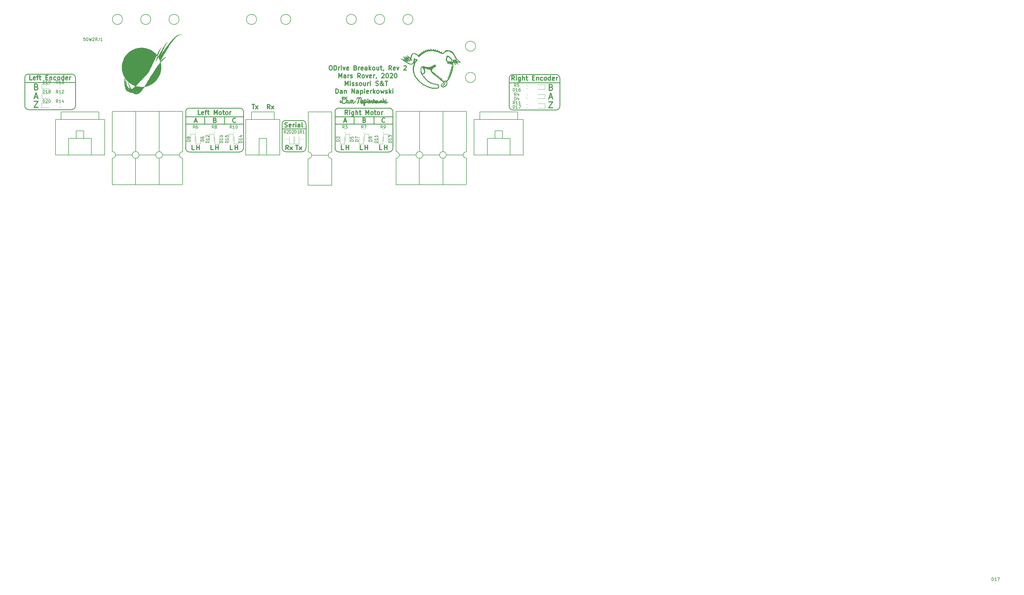
<source format=gbr>
G04 #@! TF.GenerationSoftware,KiCad,Pcbnew,(5.1.2)-1*
G04 #@! TF.CreationDate,2020-03-03T11:05:45-06:00*
G04 #@! TF.ProjectId,ODriveInterfacingBoard,4f447269-7665-4496-9e74-657266616369,rev?*
G04 #@! TF.SameCoordinates,Original*
G04 #@! TF.FileFunction,Legend,Top*
G04 #@! TF.FilePolarity,Positive*
%FSLAX46Y46*%
G04 Gerber Fmt 4.6, Leading zero omitted, Abs format (unit mm)*
G04 Created by KiCad (PCBNEW (5.1.2)-1) date 2020-03-03 11:05:45*
%MOMM*%
%LPD*%
G04 APERTURE LIST*
%ADD10C,0.300000*%
%ADD11C,0.350000*%
%ADD12C,0.250000*%
%ADD13C,0.007620*%
%ADD14C,0.010000*%
%ADD15C,0.150000*%
%ADD16C,0.120000*%
G04 APERTURE END LIST*
D10*
X131488785Y-105922071D02*
X132345928Y-105922071D01*
X131917357Y-107422071D02*
X131917357Y-105922071D01*
X132703071Y-107422071D02*
X133488785Y-106422071D01*
X132703071Y-106422071D02*
X133488785Y-107422071D01*
X137525142Y-107485571D02*
X137025142Y-106771285D01*
X136668000Y-107485571D02*
X136668000Y-105985571D01*
X137239428Y-105985571D01*
X137382285Y-106057000D01*
X137453714Y-106128428D01*
X137525142Y-106271285D01*
X137525142Y-106485571D01*
X137453714Y-106628428D01*
X137382285Y-106699857D01*
X137239428Y-106771285D01*
X136668000Y-106771285D01*
X138025142Y-107485571D02*
X138810857Y-106485571D01*
X138025142Y-106485571D02*
X138810857Y-107485571D01*
D11*
X157763357Y-92941571D02*
X158049071Y-92941571D01*
X158191928Y-93013000D01*
X158334785Y-93155857D01*
X158406214Y-93441571D01*
X158406214Y-93941571D01*
X158334785Y-94227285D01*
X158191928Y-94370142D01*
X158049071Y-94441571D01*
X157763357Y-94441571D01*
X157620500Y-94370142D01*
X157477642Y-94227285D01*
X157406214Y-93941571D01*
X157406214Y-93441571D01*
X157477642Y-93155857D01*
X157620500Y-93013000D01*
X157763357Y-92941571D01*
X159049071Y-94441571D02*
X159049071Y-92941571D01*
X159406214Y-92941571D01*
X159620500Y-93013000D01*
X159763357Y-93155857D01*
X159834785Y-93298714D01*
X159906214Y-93584428D01*
X159906214Y-93798714D01*
X159834785Y-94084428D01*
X159763357Y-94227285D01*
X159620500Y-94370142D01*
X159406214Y-94441571D01*
X159049071Y-94441571D01*
X160549071Y-94441571D02*
X160549071Y-93441571D01*
X160549071Y-93727285D02*
X160620500Y-93584428D01*
X160691928Y-93513000D01*
X160834785Y-93441571D01*
X160977642Y-93441571D01*
X161477642Y-94441571D02*
X161477642Y-93441571D01*
X161477642Y-92941571D02*
X161406214Y-93013000D01*
X161477642Y-93084428D01*
X161549071Y-93013000D01*
X161477642Y-92941571D01*
X161477642Y-93084428D01*
X162049071Y-93441571D02*
X162406214Y-94441571D01*
X162763357Y-93441571D01*
X163906214Y-94370142D02*
X163763357Y-94441571D01*
X163477642Y-94441571D01*
X163334785Y-94370142D01*
X163263357Y-94227285D01*
X163263357Y-93655857D01*
X163334785Y-93513000D01*
X163477642Y-93441571D01*
X163763357Y-93441571D01*
X163906214Y-93513000D01*
X163977642Y-93655857D01*
X163977642Y-93798714D01*
X163263357Y-93941571D01*
X166263357Y-93655857D02*
X166477642Y-93727285D01*
X166549071Y-93798714D01*
X166620500Y-93941571D01*
X166620500Y-94155857D01*
X166549071Y-94298714D01*
X166477642Y-94370142D01*
X166334785Y-94441571D01*
X165763357Y-94441571D01*
X165763357Y-92941571D01*
X166263357Y-92941571D01*
X166406214Y-93013000D01*
X166477642Y-93084428D01*
X166549071Y-93227285D01*
X166549071Y-93370142D01*
X166477642Y-93513000D01*
X166406214Y-93584428D01*
X166263357Y-93655857D01*
X165763357Y-93655857D01*
X167263357Y-94441571D02*
X167263357Y-93441571D01*
X167263357Y-93727285D02*
X167334785Y-93584428D01*
X167406214Y-93513000D01*
X167549071Y-93441571D01*
X167691928Y-93441571D01*
X168763357Y-94370142D02*
X168620500Y-94441571D01*
X168334785Y-94441571D01*
X168191928Y-94370142D01*
X168120500Y-94227285D01*
X168120500Y-93655857D01*
X168191928Y-93513000D01*
X168334785Y-93441571D01*
X168620500Y-93441571D01*
X168763357Y-93513000D01*
X168834785Y-93655857D01*
X168834785Y-93798714D01*
X168120500Y-93941571D01*
X170120500Y-94441571D02*
X170120500Y-93655857D01*
X170049071Y-93513000D01*
X169906214Y-93441571D01*
X169620500Y-93441571D01*
X169477642Y-93513000D01*
X170120500Y-94370142D02*
X169977642Y-94441571D01*
X169620500Y-94441571D01*
X169477642Y-94370142D01*
X169406214Y-94227285D01*
X169406214Y-94084428D01*
X169477642Y-93941571D01*
X169620500Y-93870142D01*
X169977642Y-93870142D01*
X170120500Y-93798714D01*
X170834785Y-94441571D02*
X170834785Y-92941571D01*
X170977642Y-93870142D02*
X171406214Y-94441571D01*
X171406214Y-93441571D02*
X170834785Y-94013000D01*
X172263357Y-94441571D02*
X172120500Y-94370142D01*
X172049071Y-94298714D01*
X171977642Y-94155857D01*
X171977642Y-93727285D01*
X172049071Y-93584428D01*
X172120500Y-93513000D01*
X172263357Y-93441571D01*
X172477642Y-93441571D01*
X172620500Y-93513000D01*
X172691928Y-93584428D01*
X172763357Y-93727285D01*
X172763357Y-94155857D01*
X172691928Y-94298714D01*
X172620500Y-94370142D01*
X172477642Y-94441571D01*
X172263357Y-94441571D01*
X174049071Y-93441571D02*
X174049071Y-94441571D01*
X173406214Y-93441571D02*
X173406214Y-94227285D01*
X173477642Y-94370142D01*
X173620500Y-94441571D01*
X173834785Y-94441571D01*
X173977642Y-94370142D01*
X174049071Y-94298714D01*
X174549071Y-93441571D02*
X175120500Y-93441571D01*
X174763357Y-92941571D02*
X174763357Y-94227285D01*
X174834785Y-94370142D01*
X174977642Y-94441571D01*
X175120500Y-94441571D01*
X175691928Y-94370142D02*
X175691928Y-94441571D01*
X175620500Y-94584428D01*
X175549071Y-94655857D01*
X178334785Y-94441571D02*
X177834785Y-93727285D01*
X177477642Y-94441571D02*
X177477642Y-92941571D01*
X178049071Y-92941571D01*
X178191928Y-93013000D01*
X178263357Y-93084428D01*
X178334785Y-93227285D01*
X178334785Y-93441571D01*
X178263357Y-93584428D01*
X178191928Y-93655857D01*
X178049071Y-93727285D01*
X177477642Y-93727285D01*
X179549071Y-94370142D02*
X179406214Y-94441571D01*
X179120500Y-94441571D01*
X178977642Y-94370142D01*
X178906214Y-94227285D01*
X178906214Y-93655857D01*
X178977642Y-93513000D01*
X179120500Y-93441571D01*
X179406214Y-93441571D01*
X179549071Y-93513000D01*
X179620500Y-93655857D01*
X179620500Y-93798714D01*
X178906214Y-93941571D01*
X180120500Y-93441571D02*
X180477642Y-94441571D01*
X180834785Y-93441571D01*
X182477642Y-93084428D02*
X182549071Y-93013000D01*
X182691928Y-92941571D01*
X183049071Y-92941571D01*
X183191928Y-93013000D01*
X183263357Y-93084428D01*
X183334785Y-93227285D01*
X183334785Y-93370142D01*
X183263357Y-93584428D01*
X182406214Y-94441571D01*
X183334785Y-94441571D01*
X160656214Y-97041571D02*
X160656214Y-95541571D01*
X161156214Y-96613000D01*
X161656214Y-95541571D01*
X161656214Y-97041571D01*
X163013357Y-97041571D02*
X163013357Y-96255857D01*
X162941928Y-96113000D01*
X162799071Y-96041571D01*
X162513357Y-96041571D01*
X162370500Y-96113000D01*
X163013357Y-96970142D02*
X162870500Y-97041571D01*
X162513357Y-97041571D01*
X162370500Y-96970142D01*
X162299071Y-96827285D01*
X162299071Y-96684428D01*
X162370500Y-96541571D01*
X162513357Y-96470142D01*
X162870500Y-96470142D01*
X163013357Y-96398714D01*
X163727642Y-97041571D02*
X163727642Y-96041571D01*
X163727642Y-96327285D02*
X163799071Y-96184428D01*
X163870500Y-96113000D01*
X164013357Y-96041571D01*
X164156214Y-96041571D01*
X164584785Y-96970142D02*
X164727642Y-97041571D01*
X165013357Y-97041571D01*
X165156214Y-96970142D01*
X165227642Y-96827285D01*
X165227642Y-96755857D01*
X165156214Y-96613000D01*
X165013357Y-96541571D01*
X164799071Y-96541571D01*
X164656214Y-96470142D01*
X164584785Y-96327285D01*
X164584785Y-96255857D01*
X164656214Y-96113000D01*
X164799071Y-96041571D01*
X165013357Y-96041571D01*
X165156214Y-96113000D01*
X167870500Y-97041571D02*
X167370500Y-96327285D01*
X167013357Y-97041571D02*
X167013357Y-95541571D01*
X167584785Y-95541571D01*
X167727642Y-95613000D01*
X167799071Y-95684428D01*
X167870500Y-95827285D01*
X167870500Y-96041571D01*
X167799071Y-96184428D01*
X167727642Y-96255857D01*
X167584785Y-96327285D01*
X167013357Y-96327285D01*
X168727642Y-97041571D02*
X168584785Y-96970142D01*
X168513357Y-96898714D01*
X168441928Y-96755857D01*
X168441928Y-96327285D01*
X168513357Y-96184428D01*
X168584785Y-96113000D01*
X168727642Y-96041571D01*
X168941928Y-96041571D01*
X169084785Y-96113000D01*
X169156214Y-96184428D01*
X169227642Y-96327285D01*
X169227642Y-96755857D01*
X169156214Y-96898714D01*
X169084785Y-96970142D01*
X168941928Y-97041571D01*
X168727642Y-97041571D01*
X169727642Y-96041571D02*
X170084785Y-97041571D01*
X170441928Y-96041571D01*
X171584785Y-96970142D02*
X171441928Y-97041571D01*
X171156214Y-97041571D01*
X171013357Y-96970142D01*
X170941928Y-96827285D01*
X170941928Y-96255857D01*
X171013357Y-96113000D01*
X171156214Y-96041571D01*
X171441928Y-96041571D01*
X171584785Y-96113000D01*
X171656214Y-96255857D01*
X171656214Y-96398714D01*
X170941928Y-96541571D01*
X172299071Y-97041571D02*
X172299071Y-96041571D01*
X172299071Y-96327285D02*
X172370500Y-96184428D01*
X172441928Y-96113000D01*
X172584785Y-96041571D01*
X172727642Y-96041571D01*
X173299071Y-96970142D02*
X173299071Y-97041571D01*
X173227642Y-97184428D01*
X173156214Y-97255857D01*
X175013357Y-95684428D02*
X175084785Y-95613000D01*
X175227642Y-95541571D01*
X175584785Y-95541571D01*
X175727642Y-95613000D01*
X175799071Y-95684428D01*
X175870500Y-95827285D01*
X175870500Y-95970142D01*
X175799071Y-96184428D01*
X174941928Y-97041571D01*
X175870500Y-97041571D01*
X176799071Y-95541571D02*
X176941928Y-95541571D01*
X177084785Y-95613000D01*
X177156214Y-95684428D01*
X177227642Y-95827285D01*
X177299071Y-96113000D01*
X177299071Y-96470142D01*
X177227642Y-96755857D01*
X177156214Y-96898714D01*
X177084785Y-96970142D01*
X176941928Y-97041571D01*
X176799071Y-97041571D01*
X176656214Y-96970142D01*
X176584785Y-96898714D01*
X176513357Y-96755857D01*
X176441928Y-96470142D01*
X176441928Y-96113000D01*
X176513357Y-95827285D01*
X176584785Y-95684428D01*
X176656214Y-95613000D01*
X176799071Y-95541571D01*
X177870500Y-95684428D02*
X177941928Y-95613000D01*
X178084785Y-95541571D01*
X178441928Y-95541571D01*
X178584785Y-95613000D01*
X178656214Y-95684428D01*
X178727642Y-95827285D01*
X178727642Y-95970142D01*
X178656214Y-96184428D01*
X177799071Y-97041571D01*
X178727642Y-97041571D01*
X179656214Y-95541571D02*
X179799071Y-95541571D01*
X179941928Y-95613000D01*
X180013357Y-95684428D01*
X180084785Y-95827285D01*
X180156214Y-96113000D01*
X180156214Y-96470142D01*
X180084785Y-96755857D01*
X180013357Y-96898714D01*
X179941928Y-96970142D01*
X179799071Y-97041571D01*
X179656214Y-97041571D01*
X179513357Y-96970142D01*
X179441928Y-96898714D01*
X179370500Y-96755857D01*
X179299071Y-96470142D01*
X179299071Y-96113000D01*
X179370500Y-95827285D01*
X179441928Y-95684428D01*
X179513357Y-95613000D01*
X179656214Y-95541571D01*
X162763357Y-99641571D02*
X162763357Y-98141571D01*
X163263357Y-99213000D01*
X163763357Y-98141571D01*
X163763357Y-99641571D01*
X164477642Y-99641571D02*
X164477642Y-98641571D01*
X164477642Y-98141571D02*
X164406214Y-98213000D01*
X164477642Y-98284428D01*
X164549071Y-98213000D01*
X164477642Y-98141571D01*
X164477642Y-98284428D01*
X165120500Y-99570142D02*
X165263357Y-99641571D01*
X165549071Y-99641571D01*
X165691928Y-99570142D01*
X165763357Y-99427285D01*
X165763357Y-99355857D01*
X165691928Y-99213000D01*
X165549071Y-99141571D01*
X165334785Y-99141571D01*
X165191928Y-99070142D01*
X165120500Y-98927285D01*
X165120500Y-98855857D01*
X165191928Y-98713000D01*
X165334785Y-98641571D01*
X165549071Y-98641571D01*
X165691928Y-98713000D01*
X166334785Y-99570142D02*
X166477642Y-99641571D01*
X166763357Y-99641571D01*
X166906214Y-99570142D01*
X166977642Y-99427285D01*
X166977642Y-99355857D01*
X166906214Y-99213000D01*
X166763357Y-99141571D01*
X166549071Y-99141571D01*
X166406214Y-99070142D01*
X166334785Y-98927285D01*
X166334785Y-98855857D01*
X166406214Y-98713000D01*
X166549071Y-98641571D01*
X166763357Y-98641571D01*
X166906214Y-98713000D01*
X167834785Y-99641571D02*
X167691928Y-99570142D01*
X167620500Y-99498714D01*
X167549071Y-99355857D01*
X167549071Y-98927285D01*
X167620500Y-98784428D01*
X167691928Y-98713000D01*
X167834785Y-98641571D01*
X168049071Y-98641571D01*
X168191928Y-98713000D01*
X168263357Y-98784428D01*
X168334785Y-98927285D01*
X168334785Y-99355857D01*
X168263357Y-99498714D01*
X168191928Y-99570142D01*
X168049071Y-99641571D01*
X167834785Y-99641571D01*
X169620500Y-98641571D02*
X169620500Y-99641571D01*
X168977642Y-98641571D02*
X168977642Y-99427285D01*
X169049071Y-99570142D01*
X169191928Y-99641571D01*
X169406214Y-99641571D01*
X169549071Y-99570142D01*
X169620500Y-99498714D01*
X170334785Y-99641571D02*
X170334785Y-98641571D01*
X170334785Y-98927285D02*
X170406214Y-98784428D01*
X170477642Y-98713000D01*
X170620500Y-98641571D01*
X170763357Y-98641571D01*
X171263357Y-99641571D02*
X171263357Y-98641571D01*
X171263357Y-98141571D02*
X171191928Y-98213000D01*
X171263357Y-98284428D01*
X171334785Y-98213000D01*
X171263357Y-98141571D01*
X171263357Y-98284428D01*
X173049071Y-99570142D02*
X173263357Y-99641571D01*
X173620500Y-99641571D01*
X173763357Y-99570142D01*
X173834785Y-99498714D01*
X173906214Y-99355857D01*
X173906214Y-99213000D01*
X173834785Y-99070142D01*
X173763357Y-98998714D01*
X173620500Y-98927285D01*
X173334785Y-98855857D01*
X173191928Y-98784428D01*
X173120500Y-98713000D01*
X173049071Y-98570142D01*
X173049071Y-98427285D01*
X173120500Y-98284428D01*
X173191928Y-98213000D01*
X173334785Y-98141571D01*
X173691928Y-98141571D01*
X173906214Y-98213000D01*
X175763357Y-99641571D02*
X175691928Y-99641571D01*
X175549071Y-99570142D01*
X175334785Y-99355857D01*
X174977642Y-98927285D01*
X174834785Y-98713000D01*
X174763357Y-98498714D01*
X174763357Y-98355857D01*
X174834785Y-98213000D01*
X174977642Y-98141571D01*
X175049071Y-98141571D01*
X175191928Y-98213000D01*
X175263357Y-98355857D01*
X175263357Y-98427285D01*
X175191928Y-98570142D01*
X175120500Y-98641571D01*
X174691928Y-98927285D01*
X174620500Y-98998714D01*
X174549071Y-99141571D01*
X174549071Y-99355857D01*
X174620500Y-99498714D01*
X174691928Y-99570142D01*
X174834785Y-99641571D01*
X175049071Y-99641571D01*
X175191928Y-99570142D01*
X175263357Y-99498714D01*
X175477642Y-99213000D01*
X175549071Y-98998714D01*
X175549071Y-98855857D01*
X176191928Y-98141571D02*
X177049071Y-98141571D01*
X176620500Y-99641571D02*
X176620500Y-98141571D01*
X159656214Y-102241571D02*
X159656214Y-100741571D01*
X160013357Y-100741571D01*
X160227642Y-100813000D01*
X160370500Y-100955857D01*
X160441928Y-101098714D01*
X160513357Y-101384428D01*
X160513357Y-101598714D01*
X160441928Y-101884428D01*
X160370500Y-102027285D01*
X160227642Y-102170142D01*
X160013357Y-102241571D01*
X159656214Y-102241571D01*
X161799071Y-102241571D02*
X161799071Y-101455857D01*
X161727642Y-101313000D01*
X161584785Y-101241571D01*
X161299071Y-101241571D01*
X161156214Y-101313000D01*
X161799071Y-102170142D02*
X161656214Y-102241571D01*
X161299071Y-102241571D01*
X161156214Y-102170142D01*
X161084785Y-102027285D01*
X161084785Y-101884428D01*
X161156214Y-101741571D01*
X161299071Y-101670142D01*
X161656214Y-101670142D01*
X161799071Y-101598714D01*
X162513357Y-101241571D02*
X162513357Y-102241571D01*
X162513357Y-101384428D02*
X162584785Y-101313000D01*
X162727642Y-101241571D01*
X162941928Y-101241571D01*
X163084785Y-101313000D01*
X163156214Y-101455857D01*
X163156214Y-102241571D01*
X165013357Y-102241571D02*
X165013357Y-100741571D01*
X165870500Y-102241571D01*
X165870500Y-100741571D01*
X167227642Y-102241571D02*
X167227642Y-101455857D01*
X167156214Y-101313000D01*
X167013357Y-101241571D01*
X166727642Y-101241571D01*
X166584785Y-101313000D01*
X167227642Y-102170142D02*
X167084785Y-102241571D01*
X166727642Y-102241571D01*
X166584785Y-102170142D01*
X166513357Y-102027285D01*
X166513357Y-101884428D01*
X166584785Y-101741571D01*
X166727642Y-101670142D01*
X167084785Y-101670142D01*
X167227642Y-101598714D01*
X167941928Y-101241571D02*
X167941928Y-102741571D01*
X167941928Y-101313000D02*
X168084785Y-101241571D01*
X168370500Y-101241571D01*
X168513357Y-101313000D01*
X168584785Y-101384428D01*
X168656214Y-101527285D01*
X168656214Y-101955857D01*
X168584785Y-102098714D01*
X168513357Y-102170142D01*
X168370500Y-102241571D01*
X168084785Y-102241571D01*
X167941928Y-102170142D01*
X169299071Y-102241571D02*
X169299071Y-101241571D01*
X169299071Y-100741571D02*
X169227642Y-100813000D01*
X169299071Y-100884428D01*
X169370500Y-100813000D01*
X169299071Y-100741571D01*
X169299071Y-100884428D01*
X170584785Y-102170142D02*
X170441928Y-102241571D01*
X170156214Y-102241571D01*
X170013357Y-102170142D01*
X169941928Y-102027285D01*
X169941928Y-101455857D01*
X170013357Y-101313000D01*
X170156214Y-101241571D01*
X170441928Y-101241571D01*
X170584785Y-101313000D01*
X170656214Y-101455857D01*
X170656214Y-101598714D01*
X169941928Y-101741571D01*
X171299071Y-102241571D02*
X171299071Y-101241571D01*
X171299071Y-101527285D02*
X171370500Y-101384428D01*
X171441928Y-101313000D01*
X171584785Y-101241571D01*
X171727642Y-101241571D01*
X172227642Y-102241571D02*
X172227642Y-100741571D01*
X172370500Y-101670142D02*
X172799071Y-102241571D01*
X172799071Y-101241571D02*
X172227642Y-101813000D01*
X173656214Y-102241571D02*
X173513357Y-102170142D01*
X173441928Y-102098714D01*
X173370500Y-101955857D01*
X173370500Y-101527285D01*
X173441928Y-101384428D01*
X173513357Y-101313000D01*
X173656214Y-101241571D01*
X173870500Y-101241571D01*
X174013357Y-101313000D01*
X174084785Y-101384428D01*
X174156214Y-101527285D01*
X174156214Y-101955857D01*
X174084785Y-102098714D01*
X174013357Y-102170142D01*
X173870500Y-102241571D01*
X173656214Y-102241571D01*
X174656214Y-101241571D02*
X174941928Y-102241571D01*
X175227642Y-101527285D01*
X175513357Y-102241571D01*
X175799071Y-101241571D01*
X176299071Y-102170142D02*
X176441928Y-102241571D01*
X176727642Y-102241571D01*
X176870500Y-102170142D01*
X176941928Y-102027285D01*
X176941928Y-101955857D01*
X176870500Y-101813000D01*
X176727642Y-101741571D01*
X176513357Y-101741571D01*
X176370500Y-101670142D01*
X176299071Y-101527285D01*
X176299071Y-101455857D01*
X176370500Y-101313000D01*
X176513357Y-101241571D01*
X176727642Y-101241571D01*
X176870500Y-101313000D01*
X177584785Y-102241571D02*
X177584785Y-100741571D01*
X177727642Y-101670142D02*
X178156214Y-102241571D01*
X178156214Y-101241571D02*
X177584785Y-101813000D01*
X178799071Y-102241571D02*
X178799071Y-101241571D01*
X178799071Y-100741571D02*
X178727642Y-100813000D01*
X178799071Y-100884428D01*
X178870500Y-100813000D01*
X178799071Y-100741571D01*
X178799071Y-100884428D01*
D12*
X234823000Y-106553000D02*
X234823000Y-97155000D01*
X234823000Y-106553000D02*
G75*
G02X233553000Y-107823000I-1270000J0D01*
G01*
X217805000Y-106553000D02*
X217805000Y-97155000D01*
X234823000Y-98679000D02*
X217805000Y-98679000D01*
X219075000Y-107823000D02*
X233553000Y-107823000D01*
X233553000Y-95885000D02*
G75*
G02X234823000Y-97155000I0J-1270000D01*
G01*
X219075000Y-107823000D02*
G75*
G02X217805000Y-106553000I0J1270000D01*
G01*
X219075000Y-95885000D02*
X233553000Y-95885000D01*
X217805000Y-97155000D02*
G75*
G02X219075000Y-95885000I1270000J0D01*
G01*
D10*
X231917857Y-100187142D02*
X232203571Y-100282380D01*
X232298809Y-100377619D01*
X232394047Y-100568095D01*
X232394047Y-100853809D01*
X232298809Y-101044285D01*
X232203571Y-101139523D01*
X232013095Y-101234761D01*
X231251190Y-101234761D01*
X231251190Y-99234761D01*
X231917857Y-99234761D01*
X232108333Y-99330000D01*
X232203571Y-99425238D01*
X232298809Y-99615714D01*
X232298809Y-99806190D01*
X232203571Y-99996666D01*
X232108333Y-100091904D01*
X231917857Y-100187142D01*
X231251190Y-100187142D01*
X219599714Y-97833571D02*
X219099714Y-97119285D01*
X218742571Y-97833571D02*
X218742571Y-96333571D01*
X219314000Y-96333571D01*
X219456857Y-96405000D01*
X219528285Y-96476428D01*
X219599714Y-96619285D01*
X219599714Y-96833571D01*
X219528285Y-96976428D01*
X219456857Y-97047857D01*
X219314000Y-97119285D01*
X218742571Y-97119285D01*
X220242571Y-97833571D02*
X220242571Y-96833571D01*
X220242571Y-96333571D02*
X220171142Y-96405000D01*
X220242571Y-96476428D01*
X220314000Y-96405000D01*
X220242571Y-96333571D01*
X220242571Y-96476428D01*
X221599714Y-96833571D02*
X221599714Y-98047857D01*
X221528285Y-98190714D01*
X221456857Y-98262142D01*
X221314000Y-98333571D01*
X221099714Y-98333571D01*
X220956857Y-98262142D01*
X221599714Y-97762142D02*
X221456857Y-97833571D01*
X221171142Y-97833571D01*
X221028285Y-97762142D01*
X220956857Y-97690714D01*
X220885428Y-97547857D01*
X220885428Y-97119285D01*
X220956857Y-96976428D01*
X221028285Y-96905000D01*
X221171142Y-96833571D01*
X221456857Y-96833571D01*
X221599714Y-96905000D01*
X222314000Y-97833571D02*
X222314000Y-96333571D01*
X222956857Y-97833571D02*
X222956857Y-97047857D01*
X222885428Y-96905000D01*
X222742571Y-96833571D01*
X222528285Y-96833571D01*
X222385428Y-96905000D01*
X222314000Y-96976428D01*
X223456857Y-96833571D02*
X224028285Y-96833571D01*
X223671142Y-96333571D02*
X223671142Y-97619285D01*
X223742571Y-97762142D01*
X223885428Y-97833571D01*
X224028285Y-97833571D01*
X225671142Y-97047857D02*
X226171142Y-97047857D01*
X226385428Y-97833571D02*
X225671142Y-97833571D01*
X225671142Y-96333571D01*
X226385428Y-96333571D01*
X227028285Y-96833571D02*
X227028285Y-97833571D01*
X227028285Y-96976428D02*
X227099714Y-96905000D01*
X227242571Y-96833571D01*
X227456857Y-96833571D01*
X227599714Y-96905000D01*
X227671142Y-97047857D01*
X227671142Y-97833571D01*
X229028285Y-97762142D02*
X228885428Y-97833571D01*
X228599714Y-97833571D01*
X228456857Y-97762142D01*
X228385428Y-97690714D01*
X228314000Y-97547857D01*
X228314000Y-97119285D01*
X228385428Y-96976428D01*
X228456857Y-96905000D01*
X228599714Y-96833571D01*
X228885428Y-96833571D01*
X229028285Y-96905000D01*
X229885428Y-97833571D02*
X229742571Y-97762142D01*
X229671142Y-97690714D01*
X229599714Y-97547857D01*
X229599714Y-97119285D01*
X229671142Y-96976428D01*
X229742571Y-96905000D01*
X229885428Y-96833571D01*
X230099714Y-96833571D01*
X230242571Y-96905000D01*
X230314000Y-96976428D01*
X230385428Y-97119285D01*
X230385428Y-97547857D01*
X230314000Y-97690714D01*
X230242571Y-97762142D01*
X230099714Y-97833571D01*
X229885428Y-97833571D01*
X231671142Y-97833571D02*
X231671142Y-96333571D01*
X231671142Y-97762142D02*
X231528285Y-97833571D01*
X231242571Y-97833571D01*
X231099714Y-97762142D01*
X231028285Y-97690714D01*
X230956857Y-97547857D01*
X230956857Y-97119285D01*
X231028285Y-96976428D01*
X231099714Y-96905000D01*
X231242571Y-96833571D01*
X231528285Y-96833571D01*
X231671142Y-96905000D01*
X232956857Y-97762142D02*
X232814000Y-97833571D01*
X232528285Y-97833571D01*
X232385428Y-97762142D01*
X232314000Y-97619285D01*
X232314000Y-97047857D01*
X232385428Y-96905000D01*
X232528285Y-96833571D01*
X232814000Y-96833571D01*
X232956857Y-96905000D01*
X233028285Y-97047857D01*
X233028285Y-97190714D01*
X232314000Y-97333571D01*
X233671142Y-97833571D02*
X233671142Y-96833571D01*
X233671142Y-97119285D02*
X233742571Y-96976428D01*
X233814000Y-96905000D01*
X233956857Y-96833571D01*
X234099714Y-96833571D01*
X231082933Y-105076761D02*
X232416266Y-105076761D01*
X231082933Y-107076761D01*
X232416266Y-107076761D01*
X231273409Y-103584333D02*
X232225790Y-103584333D01*
X231082933Y-104155761D02*
X231749600Y-102155761D01*
X232416266Y-104155761D01*
X58553409Y-103457333D02*
X59505790Y-103457333D01*
X58362933Y-104028761D02*
X59029600Y-102028761D01*
X59696266Y-104028761D01*
X58362933Y-104949761D02*
X59696266Y-104949761D01*
X58362933Y-106949761D01*
X59696266Y-106949761D01*
X57682571Y-97706571D02*
X56968285Y-97706571D01*
X56968285Y-96206571D01*
X58754000Y-97635142D02*
X58611142Y-97706571D01*
X58325428Y-97706571D01*
X58182571Y-97635142D01*
X58111142Y-97492285D01*
X58111142Y-96920857D01*
X58182571Y-96778000D01*
X58325428Y-96706571D01*
X58611142Y-96706571D01*
X58754000Y-96778000D01*
X58825428Y-96920857D01*
X58825428Y-97063714D01*
X58111142Y-97206571D01*
X59254000Y-96706571D02*
X59825428Y-96706571D01*
X59468285Y-97706571D02*
X59468285Y-96420857D01*
X59539714Y-96278000D01*
X59682571Y-96206571D01*
X59825428Y-96206571D01*
X60111142Y-96706571D02*
X60682571Y-96706571D01*
X60325428Y-96206571D02*
X60325428Y-97492285D01*
X60396857Y-97635142D01*
X60539714Y-97706571D01*
X60682571Y-97706571D01*
X62325428Y-96920857D02*
X62825428Y-96920857D01*
X63039714Y-97706571D02*
X62325428Y-97706571D01*
X62325428Y-96206571D01*
X63039714Y-96206571D01*
X63682571Y-96706571D02*
X63682571Y-97706571D01*
X63682571Y-96849428D02*
X63754000Y-96778000D01*
X63896857Y-96706571D01*
X64111142Y-96706571D01*
X64254000Y-96778000D01*
X64325428Y-96920857D01*
X64325428Y-97706571D01*
X65682571Y-97635142D02*
X65539714Y-97706571D01*
X65254000Y-97706571D01*
X65111142Y-97635142D01*
X65039714Y-97563714D01*
X64968285Y-97420857D01*
X64968285Y-96992285D01*
X65039714Y-96849428D01*
X65111142Y-96778000D01*
X65254000Y-96706571D01*
X65539714Y-96706571D01*
X65682571Y-96778000D01*
X66539714Y-97706571D02*
X66396857Y-97635142D01*
X66325428Y-97563714D01*
X66254000Y-97420857D01*
X66254000Y-96992285D01*
X66325428Y-96849428D01*
X66396857Y-96778000D01*
X66539714Y-96706571D01*
X66754000Y-96706571D01*
X66896857Y-96778000D01*
X66968285Y-96849428D01*
X67039714Y-96992285D01*
X67039714Y-97420857D01*
X66968285Y-97563714D01*
X66896857Y-97635142D01*
X66754000Y-97706571D01*
X66539714Y-97706571D01*
X68325428Y-97706571D02*
X68325428Y-96206571D01*
X68325428Y-97635142D02*
X68182571Y-97706571D01*
X67896857Y-97706571D01*
X67754000Y-97635142D01*
X67682571Y-97563714D01*
X67611142Y-97420857D01*
X67611142Y-96992285D01*
X67682571Y-96849428D01*
X67754000Y-96778000D01*
X67896857Y-96706571D01*
X68182571Y-96706571D01*
X68325428Y-96778000D01*
X69611142Y-97635142D02*
X69468285Y-97706571D01*
X69182571Y-97706571D01*
X69039714Y-97635142D01*
X68968285Y-97492285D01*
X68968285Y-96920857D01*
X69039714Y-96778000D01*
X69182571Y-96706571D01*
X69468285Y-96706571D01*
X69611142Y-96778000D01*
X69682571Y-96920857D01*
X69682571Y-97063714D01*
X68968285Y-97206571D01*
X70325428Y-97706571D02*
X70325428Y-96706571D01*
X70325428Y-96992285D02*
X70396857Y-96849428D01*
X70468285Y-96778000D01*
X70611142Y-96706571D01*
X70754000Y-96706571D01*
X59197857Y-100060142D02*
X59483571Y-100155380D01*
X59578809Y-100250619D01*
X59674047Y-100441095D01*
X59674047Y-100726809D01*
X59578809Y-100917285D01*
X59483571Y-101012523D01*
X59293095Y-101107761D01*
X58531190Y-101107761D01*
X58531190Y-99107761D01*
X59197857Y-99107761D01*
X59388333Y-99203000D01*
X59483571Y-99298238D01*
X59578809Y-99488714D01*
X59578809Y-99679190D01*
X59483571Y-99869666D01*
X59388333Y-99964904D01*
X59197857Y-100060142D01*
X58531190Y-100060142D01*
D12*
X55245000Y-97028000D02*
G75*
G02X56515000Y-95758000I1270000J0D01*
G01*
X56515000Y-95758000D02*
X70993000Y-95758000D01*
X56515000Y-107696000D02*
G75*
G02X55245000Y-106426000I0J1270000D01*
G01*
X70993000Y-95758000D02*
G75*
G02X72263000Y-97028000I0J-1270000D01*
G01*
X56515000Y-107696000D02*
X70993000Y-107696000D01*
X72263000Y-98552000D02*
X55245000Y-98552000D01*
X55245000Y-106426000D02*
X55245000Y-97028000D01*
X72263000Y-106426000D02*
G75*
G02X70993000Y-107696000I-1270000J0D01*
G01*
X72263000Y-106426000D02*
X72263000Y-97028000D01*
X142875000Y-121856500D02*
G75*
G02X141605000Y-120586500I0J1270000D01*
G01*
X149606000Y-120586500D02*
G75*
G02X148336000Y-121856500I-1270000J0D01*
G01*
X141605000Y-112585500D02*
G75*
G02X142875000Y-111315500I1270000J0D01*
G01*
X148336000Y-111315500D02*
G75*
G02X149606000Y-112585500I0J-1270000D01*
G01*
D10*
X142514214Y-113510142D02*
X142728500Y-113581571D01*
X143085642Y-113581571D01*
X143228500Y-113510142D01*
X143299928Y-113438714D01*
X143371357Y-113295857D01*
X143371357Y-113153000D01*
X143299928Y-113010142D01*
X143228500Y-112938714D01*
X143085642Y-112867285D01*
X142799928Y-112795857D01*
X142657071Y-112724428D01*
X142585642Y-112653000D01*
X142514214Y-112510142D01*
X142514214Y-112367285D01*
X142585642Y-112224428D01*
X142657071Y-112153000D01*
X142799928Y-112081571D01*
X143157071Y-112081571D01*
X143371357Y-112153000D01*
X144585642Y-113510142D02*
X144442785Y-113581571D01*
X144157071Y-113581571D01*
X144014214Y-113510142D01*
X143942785Y-113367285D01*
X143942785Y-112795857D01*
X144014214Y-112653000D01*
X144157071Y-112581571D01*
X144442785Y-112581571D01*
X144585642Y-112653000D01*
X144657071Y-112795857D01*
X144657071Y-112938714D01*
X143942785Y-113081571D01*
X145299928Y-113581571D02*
X145299928Y-112581571D01*
X145299928Y-112867285D02*
X145371357Y-112724428D01*
X145442785Y-112653000D01*
X145585642Y-112581571D01*
X145728500Y-112581571D01*
X146228500Y-113581571D02*
X146228500Y-112581571D01*
X146228500Y-112081571D02*
X146157071Y-112153000D01*
X146228500Y-112224428D01*
X146299928Y-112153000D01*
X146228500Y-112081571D01*
X146228500Y-112224428D01*
X147585642Y-113581571D02*
X147585642Y-112795857D01*
X147514214Y-112653000D01*
X147371357Y-112581571D01*
X147085642Y-112581571D01*
X146942785Y-112653000D01*
X147585642Y-113510142D02*
X147442785Y-113581571D01*
X147085642Y-113581571D01*
X146942785Y-113510142D01*
X146871357Y-113367285D01*
X146871357Y-113224428D01*
X146942785Y-113081571D01*
X147085642Y-113010142D01*
X147442785Y-113010142D01*
X147585642Y-112938714D01*
X148514214Y-113581571D02*
X148371357Y-113510142D01*
X148299928Y-113367285D01*
X148299928Y-112081571D01*
D12*
X149606000Y-114173000D02*
X149606000Y-112585500D01*
X142875000Y-111315500D02*
X148336000Y-111315500D01*
X141605000Y-114173000D02*
X141605000Y-112585500D01*
X141605000Y-114173000D02*
X141605000Y-120586500D01*
X149606000Y-114173000D02*
X141605000Y-114173000D01*
X149606000Y-120586500D02*
X149606000Y-114173000D01*
X142875000Y-121856500D02*
X148336000Y-121856500D01*
D10*
X146157285Y-119701571D02*
X147014428Y-119701571D01*
X146585857Y-121201571D02*
X146585857Y-119701571D01*
X147371571Y-121201571D02*
X148157285Y-120201571D01*
X147371571Y-120201571D02*
X148157285Y-121201571D01*
X143748142Y-121201571D02*
X143248142Y-120487285D01*
X142891000Y-121201571D02*
X142891000Y-119701571D01*
X143462428Y-119701571D01*
X143605285Y-119773000D01*
X143676714Y-119844428D01*
X143748142Y-119987285D01*
X143748142Y-120201571D01*
X143676714Y-120344428D01*
X143605285Y-120415857D01*
X143462428Y-120487285D01*
X142891000Y-120487285D01*
X144248142Y-121201571D02*
X145033857Y-120201571D01*
X144248142Y-120201571D02*
X145033857Y-121201571D01*
X163647857Y-109375571D02*
X163147857Y-108661285D01*
X162790714Y-109375571D02*
X162790714Y-107875571D01*
X163362142Y-107875571D01*
X163505000Y-107947000D01*
X163576428Y-108018428D01*
X163647857Y-108161285D01*
X163647857Y-108375571D01*
X163576428Y-108518428D01*
X163505000Y-108589857D01*
X163362142Y-108661285D01*
X162790714Y-108661285D01*
X164290714Y-109375571D02*
X164290714Y-108375571D01*
X164290714Y-107875571D02*
X164219285Y-107947000D01*
X164290714Y-108018428D01*
X164362142Y-107947000D01*
X164290714Y-107875571D01*
X164290714Y-108018428D01*
X165647857Y-108375571D02*
X165647857Y-109589857D01*
X165576428Y-109732714D01*
X165505000Y-109804142D01*
X165362142Y-109875571D01*
X165147857Y-109875571D01*
X165005000Y-109804142D01*
X165647857Y-109304142D02*
X165505000Y-109375571D01*
X165219285Y-109375571D01*
X165076428Y-109304142D01*
X165005000Y-109232714D01*
X164933571Y-109089857D01*
X164933571Y-108661285D01*
X165005000Y-108518428D01*
X165076428Y-108447000D01*
X165219285Y-108375571D01*
X165505000Y-108375571D01*
X165647857Y-108447000D01*
X166362142Y-109375571D02*
X166362142Y-107875571D01*
X167005000Y-109375571D02*
X167005000Y-108589857D01*
X166933571Y-108447000D01*
X166790714Y-108375571D01*
X166576428Y-108375571D01*
X166433571Y-108447000D01*
X166362142Y-108518428D01*
X167505000Y-108375571D02*
X168076428Y-108375571D01*
X167719285Y-107875571D02*
X167719285Y-109161285D01*
X167790714Y-109304142D01*
X167933571Y-109375571D01*
X168076428Y-109375571D01*
X169719285Y-109375571D02*
X169719285Y-107875571D01*
X170219285Y-108947000D01*
X170719285Y-107875571D01*
X170719285Y-109375571D01*
X171647857Y-109375571D02*
X171505000Y-109304142D01*
X171433571Y-109232714D01*
X171362142Y-109089857D01*
X171362142Y-108661285D01*
X171433571Y-108518428D01*
X171505000Y-108447000D01*
X171647857Y-108375571D01*
X171862142Y-108375571D01*
X172005000Y-108447000D01*
X172076428Y-108518428D01*
X172147857Y-108661285D01*
X172147857Y-109089857D01*
X172076428Y-109232714D01*
X172005000Y-109304142D01*
X171862142Y-109375571D01*
X171647857Y-109375571D01*
X172576428Y-108375571D02*
X173147857Y-108375571D01*
X172790714Y-107875571D02*
X172790714Y-109161285D01*
X172862142Y-109304142D01*
X173005000Y-109375571D01*
X173147857Y-109375571D01*
X173862142Y-109375571D02*
X173719285Y-109304142D01*
X173647857Y-109232714D01*
X173576428Y-109089857D01*
X173576428Y-108661285D01*
X173647857Y-108518428D01*
X173719285Y-108447000D01*
X173862142Y-108375571D01*
X174076428Y-108375571D01*
X174219285Y-108447000D01*
X174290714Y-108518428D01*
X174362142Y-108661285D01*
X174362142Y-109089857D01*
X174290714Y-109232714D01*
X174219285Y-109304142D01*
X174076428Y-109375571D01*
X173862142Y-109375571D01*
X175005000Y-109375571D02*
X175005000Y-108375571D01*
X175005000Y-108661285D02*
X175076428Y-108518428D01*
X175147857Y-108447000D01*
X175290714Y-108375571D01*
X175433571Y-108375571D01*
X162424857Y-111614000D02*
X163139142Y-111614000D01*
X162282000Y-112042571D02*
X162782000Y-110542571D01*
X163282000Y-112042571D01*
X169239142Y-111256857D02*
X169453428Y-111328285D01*
X169524857Y-111399714D01*
X169596285Y-111542571D01*
X169596285Y-111756857D01*
X169524857Y-111899714D01*
X169453428Y-111971142D01*
X169310571Y-112042571D01*
X168739142Y-112042571D01*
X168739142Y-110542571D01*
X169239142Y-110542571D01*
X169382000Y-110614000D01*
X169453428Y-110685428D01*
X169524857Y-110828285D01*
X169524857Y-110971142D01*
X169453428Y-111114000D01*
X169382000Y-111185428D01*
X169239142Y-111256857D01*
X168739142Y-111256857D01*
X176073285Y-111899714D02*
X176001857Y-111971142D01*
X175787571Y-112042571D01*
X175644714Y-112042571D01*
X175430428Y-111971142D01*
X175287571Y-111828285D01*
X175216142Y-111685428D01*
X175144714Y-111399714D01*
X175144714Y-111185428D01*
X175216142Y-110899714D01*
X175287571Y-110756857D01*
X175430428Y-110614000D01*
X175644714Y-110542571D01*
X175787571Y-110542571D01*
X176001857Y-110614000D01*
X176073285Y-110685428D01*
X168580285Y-121186571D02*
X167866000Y-121186571D01*
X167866000Y-119686571D01*
X169465428Y-121186571D02*
X169465428Y-119686571D01*
X169465428Y-120400857D02*
X170322571Y-120400857D01*
X170322571Y-121186571D02*
X170322571Y-119686571D01*
X163115428Y-121186571D02*
X163115428Y-119686571D01*
X163115428Y-120400857D02*
X163972571Y-120400857D01*
X163972571Y-121186571D02*
X163972571Y-119686571D01*
X175942428Y-121186571D02*
X175942428Y-119686571D01*
X175942428Y-120400857D02*
X176799571Y-120400857D01*
X176799571Y-121186571D02*
X176799571Y-119686571D01*
D13*
X161523792Y-120017235D02*
X161505650Y-120017235D01*
X161505650Y-119979135D01*
D10*
X162230285Y-121186571D02*
X161516000Y-121186571D01*
X161516000Y-119686571D01*
D13*
X168000792Y-120017235D02*
X167982650Y-120017235D01*
X167982650Y-119979135D01*
X174350792Y-120271235D02*
X174332650Y-120271235D01*
X174332650Y-120233135D01*
D10*
X175057285Y-121186571D02*
X174343000Y-121186571D01*
X174343000Y-119686571D01*
D12*
X160623000Y-121905000D02*
X177514000Y-121905000D01*
X159353000Y-108443000D02*
G75*
G02X160623000Y-107173000I1270000J0D01*
G01*
X178784000Y-110094000D02*
X178784000Y-108443000D01*
X159353000Y-111364000D02*
X159353000Y-108443000D01*
X165703000Y-112507000D02*
X165703000Y-110094000D01*
X159353000Y-112507000D02*
X178784000Y-112507000D01*
X178784000Y-110094000D02*
X178784000Y-120635000D01*
X178784000Y-120635000D02*
G75*
G02X177514000Y-121905000I-1270000J0D01*
G01*
X159353000Y-110094000D02*
X159353000Y-120635000D01*
X160623000Y-121905000D02*
G75*
G02X159353000Y-120635000I0J1270000D01*
G01*
X159353000Y-110094000D02*
X178784000Y-110094000D01*
X172434000Y-112507000D02*
X172434000Y-110094000D01*
X177514000Y-107173000D02*
G75*
G02X178784000Y-108443000I0J-1270000D01*
G01*
X160623000Y-107173000D02*
X177514000Y-107173000D01*
X128651000Y-120650000D02*
G75*
G02X127381000Y-121920000I-1270000J0D01*
G01*
X127381000Y-107188000D02*
G75*
G02X128651000Y-108458000I0J-1270000D01*
G01*
X109220000Y-108458000D02*
G75*
G02X110490000Y-107188000I1270000J0D01*
G01*
X110490000Y-121920000D02*
G75*
G02X109220000Y-120650000I0J1270000D01*
G01*
X128651000Y-110109000D02*
X128651000Y-108458000D01*
X110490000Y-107188000D02*
X127381000Y-107188000D01*
X109220000Y-111379000D02*
X109220000Y-108458000D01*
X122301000Y-112522000D02*
X122301000Y-110109000D01*
X115570000Y-112522000D02*
X115570000Y-110109000D01*
X109220000Y-112522000D02*
X128651000Y-112522000D01*
X109220000Y-110109000D02*
X109220000Y-120650000D01*
X110490000Y-121920000D02*
X127381000Y-121920000D01*
X128651000Y-110109000D02*
X128651000Y-120650000D01*
X109220000Y-110109000D02*
X128651000Y-110109000D01*
D10*
X114157714Y-109390571D02*
X113443428Y-109390571D01*
X113443428Y-107890571D01*
X115229142Y-109319142D02*
X115086285Y-109390571D01*
X114800571Y-109390571D01*
X114657714Y-109319142D01*
X114586285Y-109176285D01*
X114586285Y-108604857D01*
X114657714Y-108462000D01*
X114800571Y-108390571D01*
X115086285Y-108390571D01*
X115229142Y-108462000D01*
X115300571Y-108604857D01*
X115300571Y-108747714D01*
X114586285Y-108890571D01*
X115729142Y-108390571D02*
X116300571Y-108390571D01*
X115943428Y-109390571D02*
X115943428Y-108104857D01*
X116014857Y-107962000D01*
X116157714Y-107890571D01*
X116300571Y-107890571D01*
X116586285Y-108390571D02*
X117157714Y-108390571D01*
X116800571Y-107890571D02*
X116800571Y-109176285D01*
X116872000Y-109319142D01*
X117014857Y-109390571D01*
X117157714Y-109390571D01*
X118800571Y-109390571D02*
X118800571Y-107890571D01*
X119300571Y-108962000D01*
X119800571Y-107890571D01*
X119800571Y-109390571D01*
X120729142Y-109390571D02*
X120586285Y-109319142D01*
X120514857Y-109247714D01*
X120443428Y-109104857D01*
X120443428Y-108676285D01*
X120514857Y-108533428D01*
X120586285Y-108462000D01*
X120729142Y-108390571D01*
X120943428Y-108390571D01*
X121086285Y-108462000D01*
X121157714Y-108533428D01*
X121229142Y-108676285D01*
X121229142Y-109104857D01*
X121157714Y-109247714D01*
X121086285Y-109319142D01*
X120943428Y-109390571D01*
X120729142Y-109390571D01*
X121657714Y-108390571D02*
X122229142Y-108390571D01*
X121872000Y-107890571D02*
X121872000Y-109176285D01*
X121943428Y-109319142D01*
X122086285Y-109390571D01*
X122229142Y-109390571D01*
X122943428Y-109390571D02*
X122800571Y-109319142D01*
X122729142Y-109247714D01*
X122657714Y-109104857D01*
X122657714Y-108676285D01*
X122729142Y-108533428D01*
X122800571Y-108462000D01*
X122943428Y-108390571D01*
X123157714Y-108390571D01*
X123300571Y-108462000D01*
X123372000Y-108533428D01*
X123443428Y-108676285D01*
X123443428Y-109104857D01*
X123372000Y-109247714D01*
X123300571Y-109319142D01*
X123157714Y-109390571D01*
X122943428Y-109390571D01*
X124086285Y-109390571D02*
X124086285Y-108390571D01*
X124086285Y-108676285D02*
X124157714Y-108533428D01*
X124229142Y-108462000D01*
X124372000Y-108390571D01*
X124514857Y-108390571D01*
X112291857Y-111629000D02*
X113006142Y-111629000D01*
X112149000Y-112057571D02*
X112649000Y-110557571D01*
X113149000Y-112057571D01*
X119106142Y-111271857D02*
X119320428Y-111343285D01*
X119391857Y-111414714D01*
X119463285Y-111557571D01*
X119463285Y-111771857D01*
X119391857Y-111914714D01*
X119320428Y-111986142D01*
X119177571Y-112057571D01*
X118606142Y-112057571D01*
X118606142Y-110557571D01*
X119106142Y-110557571D01*
X119249000Y-110629000D01*
X119320428Y-110700428D01*
X119391857Y-110843285D01*
X119391857Y-110986142D01*
X119320428Y-111129000D01*
X119249000Y-111200428D01*
X119106142Y-111271857D01*
X118606142Y-111271857D01*
X125940285Y-111914714D02*
X125868857Y-111986142D01*
X125654571Y-112057571D01*
X125511714Y-112057571D01*
X125297428Y-111986142D01*
X125154571Y-111843285D01*
X125083142Y-111700428D01*
X125011714Y-111414714D01*
X125011714Y-111200428D01*
X125083142Y-110914714D01*
X125154571Y-110771857D01*
X125297428Y-110629000D01*
X125511714Y-110557571D01*
X125654571Y-110557571D01*
X125868857Y-110629000D01*
X125940285Y-110700428D01*
X112982428Y-121201571D02*
X112982428Y-119701571D01*
X112982428Y-120415857D02*
X113839571Y-120415857D01*
X113839571Y-121201571D02*
X113839571Y-119701571D01*
D13*
X111390792Y-120032235D02*
X111372650Y-120032235D01*
X111372650Y-119994135D01*
D10*
X112097285Y-121201571D02*
X111383000Y-121201571D01*
X111383000Y-119701571D01*
X124924285Y-121201571D02*
X124210000Y-121201571D01*
X124210000Y-119701571D01*
X125809428Y-121201571D02*
X125809428Y-119701571D01*
X125809428Y-120415857D02*
X126666571Y-120415857D01*
X126666571Y-121201571D02*
X126666571Y-119701571D01*
D13*
X124217792Y-120286235D02*
X124199650Y-120286235D01*
X124199650Y-120248135D01*
D10*
X119332428Y-121201571D02*
X119332428Y-119701571D01*
X119332428Y-120415857D02*
X120189571Y-120415857D01*
X120189571Y-121201571D02*
X120189571Y-119701571D01*
X118447285Y-121201571D02*
X117733000Y-121201571D01*
X117733000Y-119701571D01*
D13*
X117867792Y-120032235D02*
X117849650Y-120032235D01*
X117849650Y-119994135D01*
D14*
G36*
X107547396Y-82445364D02*
G01*
X107678617Y-82464290D01*
X107785456Y-82495351D01*
X107801753Y-82502407D01*
X107867155Y-82532715D01*
X107807013Y-82522541D01*
X107597696Y-82499066D01*
X107401637Y-82500629D01*
X107227744Y-82527134D01*
X107220563Y-82528916D01*
X107017924Y-82595555D01*
X106806759Y-82695412D01*
X106586350Y-82829073D01*
X106355976Y-82997123D01*
X106114916Y-83200149D01*
X105862451Y-83438738D01*
X105597860Y-83713476D01*
X105320422Y-84024949D01*
X105182174Y-84188039D01*
X105054095Y-84342726D01*
X104931734Y-84493569D01*
X104813174Y-84643339D01*
X104696497Y-84794810D01*
X104579786Y-84950751D01*
X104461123Y-85113936D01*
X104338592Y-85287136D01*
X104210273Y-85473123D01*
X104074251Y-85674669D01*
X103928607Y-85894545D01*
X103771424Y-86135524D01*
X103600784Y-86400377D01*
X103414770Y-86691876D01*
X103211465Y-87012793D01*
X103040614Y-87283783D01*
X102651004Y-87912057D01*
X102276270Y-88534898D01*
X101922437Y-89142254D01*
X101833386Y-89298542D01*
X101752909Y-89439746D01*
X101659672Y-89602150D01*
X101561353Y-89772458D01*
X101465627Y-89937373D01*
X101381635Y-90081103D01*
X101297977Y-90224510D01*
X101206209Y-90383325D01*
X101113414Y-90545192D01*
X101026673Y-90697754D01*
X100953070Y-90828655D01*
X100950715Y-90832879D01*
X100887238Y-90946571D01*
X100827019Y-91054068D01*
X100774064Y-91148244D01*
X100732382Y-91221974D01*
X100705976Y-91268135D01*
X100705145Y-91269564D01*
X100654715Y-91356135D01*
X100576888Y-91149280D01*
X100536068Y-91046977D01*
X100485318Y-90929482D01*
X100427184Y-90801792D01*
X100364213Y-90668899D01*
X100298950Y-90535801D01*
X100233941Y-90407490D01*
X100171733Y-90288962D01*
X100114871Y-90185212D01*
X100065902Y-90101235D01*
X100027371Y-90042025D01*
X100001824Y-90012577D01*
X99996274Y-90010223D01*
X99982804Y-90026984D01*
X99953888Y-90073461D01*
X99912863Y-90143947D01*
X99863063Y-90232734D01*
X99817612Y-90315945D01*
X99744223Y-90451318D01*
X99665528Y-90595554D01*
X99583922Y-90744346D01*
X99501803Y-90893386D01*
X99421568Y-91038364D01*
X99345613Y-91174974D01*
X99276334Y-91298907D01*
X99216129Y-91405855D01*
X99167394Y-91491510D01*
X99132526Y-91551564D01*
X99113921Y-91581708D01*
X99112209Y-91583940D01*
X99110819Y-91575140D01*
X99121475Y-91535615D01*
X99142152Y-91472184D01*
X99162832Y-91413538D01*
X99213054Y-91275544D01*
X99268880Y-91123317D01*
X99328714Y-90961107D01*
X99390961Y-90793163D01*
X99454026Y-90623736D01*
X99516312Y-90457076D01*
X99576223Y-90297433D01*
X99632165Y-90149057D01*
X99682541Y-90016198D01*
X99725756Y-89903105D01*
X99760213Y-89814030D01*
X99784319Y-89753222D01*
X99796476Y-89724931D01*
X99797336Y-89723546D01*
X99814245Y-89731386D01*
X99845960Y-89766479D01*
X99886407Y-89821849D01*
X99897678Y-89838819D01*
X99939494Y-89900621D01*
X99973576Y-89946624D01*
X99993825Y-89968712D01*
X99995910Y-89969555D01*
X100008603Y-89952489D01*
X100037139Y-89905000D01*
X100078663Y-89832134D01*
X100130323Y-89738939D01*
X100189266Y-89630459D01*
X100219088Y-89574851D01*
X100289320Y-89444087D01*
X100373405Y-89288714D01*
X100465672Y-89119138D01*
X100560449Y-88945770D01*
X100652064Y-88779017D01*
X100707673Y-88678305D01*
X100788396Y-88532217D01*
X100883219Y-88360200D01*
X100987046Y-88171526D01*
X101094779Y-87975465D01*
X101201323Y-87781289D01*
X101301580Y-87598269D01*
X101336532Y-87534375D01*
X101498975Y-87239646D01*
X101658533Y-86954741D01*
X101813476Y-86682559D01*
X101962076Y-86425999D01*
X102102605Y-86187962D01*
X102233334Y-85971346D01*
X102352535Y-85779052D01*
X102458480Y-85613979D01*
X102549441Y-85479026D01*
X102618145Y-85384303D01*
X102714383Y-85268260D01*
X102800214Y-85184827D01*
X102874216Y-85134797D01*
X102934966Y-85118966D01*
X102981042Y-85138126D01*
X103002453Y-85169730D01*
X103022299Y-85223281D01*
X103025715Y-85254765D01*
X103014420Y-85258969D01*
X102990136Y-85230682D01*
X102985012Y-85222550D01*
X102946327Y-85175563D01*
X102910386Y-85162430D01*
X102909910Y-85162515D01*
X102872234Y-85186564D01*
X102820054Y-85246614D01*
X102754004Y-85341541D01*
X102674718Y-85470221D01*
X102582830Y-85631527D01*
X102478974Y-85824335D01*
X102363783Y-86047521D01*
X102237893Y-86299958D01*
X102101936Y-86580522D01*
X102053416Y-86682362D01*
X102005632Y-86784182D01*
X101947309Y-86910305D01*
X101879915Y-87057431D01*
X101804918Y-87222261D01*
X101723784Y-87401496D01*
X101637981Y-87591836D01*
X101548978Y-87789981D01*
X101458240Y-87992634D01*
X101367236Y-88196493D01*
X101277434Y-88398261D01*
X101190300Y-88594637D01*
X101107303Y-88782322D01*
X101029909Y-88958018D01*
X100959586Y-89118424D01*
X100897802Y-89260241D01*
X100846025Y-89380170D01*
X100805721Y-89474911D01*
X100778358Y-89541166D01*
X100765404Y-89575635D01*
X100764644Y-89579879D01*
X100776918Y-89565534D01*
X100808347Y-89522307D01*
X100855824Y-89454660D01*
X100916239Y-89367057D01*
X100986483Y-89263958D01*
X101041030Y-89183187D01*
X101131960Y-89048900D01*
X101239612Y-88891331D01*
X101361239Y-88714405D01*
X101494093Y-88522050D01*
X101635427Y-88318190D01*
X101782492Y-88106751D01*
X101932540Y-87891659D01*
X102082825Y-87676841D01*
X102230597Y-87466221D01*
X102373109Y-87263725D01*
X102507614Y-87073281D01*
X102631363Y-86898812D01*
X102741609Y-86744246D01*
X102835604Y-86613508D01*
X102910600Y-86510523D01*
X102931757Y-86481888D01*
X103297712Y-85995274D01*
X103646707Y-85543839D01*
X103979500Y-85126794D01*
X104296845Y-84743350D01*
X104599502Y-84392718D01*
X104888225Y-84074110D01*
X105163772Y-83786736D01*
X105426899Y-83529807D01*
X105678363Y-83302534D01*
X105918922Y-83104128D01*
X106149330Y-82933801D01*
X106370346Y-82790762D01*
X106582726Y-82674224D01*
X106584124Y-82673529D01*
X106742435Y-82597975D01*
X106877176Y-82541257D01*
X106998215Y-82500091D01*
X107115422Y-82471193D01*
X107238667Y-82451279D01*
X107259841Y-82448679D01*
X107403801Y-82439764D01*
X107547396Y-82445364D01*
X107547396Y-82445364D01*
G37*
X107547396Y-82445364D02*
X107678617Y-82464290D01*
X107785456Y-82495351D01*
X107801753Y-82502407D01*
X107867155Y-82532715D01*
X107807013Y-82522541D01*
X107597696Y-82499066D01*
X107401637Y-82500629D01*
X107227744Y-82527134D01*
X107220563Y-82528916D01*
X107017924Y-82595555D01*
X106806759Y-82695412D01*
X106586350Y-82829073D01*
X106355976Y-82997123D01*
X106114916Y-83200149D01*
X105862451Y-83438738D01*
X105597860Y-83713476D01*
X105320422Y-84024949D01*
X105182174Y-84188039D01*
X105054095Y-84342726D01*
X104931734Y-84493569D01*
X104813174Y-84643339D01*
X104696497Y-84794810D01*
X104579786Y-84950751D01*
X104461123Y-85113936D01*
X104338592Y-85287136D01*
X104210273Y-85473123D01*
X104074251Y-85674669D01*
X103928607Y-85894545D01*
X103771424Y-86135524D01*
X103600784Y-86400377D01*
X103414770Y-86691876D01*
X103211465Y-87012793D01*
X103040614Y-87283783D01*
X102651004Y-87912057D01*
X102276270Y-88534898D01*
X101922437Y-89142254D01*
X101833386Y-89298542D01*
X101752909Y-89439746D01*
X101659672Y-89602150D01*
X101561353Y-89772458D01*
X101465627Y-89937373D01*
X101381635Y-90081103D01*
X101297977Y-90224510D01*
X101206209Y-90383325D01*
X101113414Y-90545192D01*
X101026673Y-90697754D01*
X100953070Y-90828655D01*
X100950715Y-90832879D01*
X100887238Y-90946571D01*
X100827019Y-91054068D01*
X100774064Y-91148244D01*
X100732382Y-91221974D01*
X100705976Y-91268135D01*
X100705145Y-91269564D01*
X100654715Y-91356135D01*
X100576888Y-91149280D01*
X100536068Y-91046977D01*
X100485318Y-90929482D01*
X100427184Y-90801792D01*
X100364213Y-90668899D01*
X100298950Y-90535801D01*
X100233941Y-90407490D01*
X100171733Y-90288962D01*
X100114871Y-90185212D01*
X100065902Y-90101235D01*
X100027371Y-90042025D01*
X100001824Y-90012577D01*
X99996274Y-90010223D01*
X99982804Y-90026984D01*
X99953888Y-90073461D01*
X99912863Y-90143947D01*
X99863063Y-90232734D01*
X99817612Y-90315945D01*
X99744223Y-90451318D01*
X99665528Y-90595554D01*
X99583922Y-90744346D01*
X99501803Y-90893386D01*
X99421568Y-91038364D01*
X99345613Y-91174974D01*
X99276334Y-91298907D01*
X99216129Y-91405855D01*
X99167394Y-91491510D01*
X99132526Y-91551564D01*
X99113921Y-91581708D01*
X99112209Y-91583940D01*
X99110819Y-91575140D01*
X99121475Y-91535615D01*
X99142152Y-91472184D01*
X99162832Y-91413538D01*
X99213054Y-91275544D01*
X99268880Y-91123317D01*
X99328714Y-90961107D01*
X99390961Y-90793163D01*
X99454026Y-90623736D01*
X99516312Y-90457076D01*
X99576223Y-90297433D01*
X99632165Y-90149057D01*
X99682541Y-90016198D01*
X99725756Y-89903105D01*
X99760213Y-89814030D01*
X99784319Y-89753222D01*
X99796476Y-89724931D01*
X99797336Y-89723546D01*
X99814245Y-89731386D01*
X99845960Y-89766479D01*
X99886407Y-89821849D01*
X99897678Y-89838819D01*
X99939494Y-89900621D01*
X99973576Y-89946624D01*
X99993825Y-89968712D01*
X99995910Y-89969555D01*
X100008603Y-89952489D01*
X100037139Y-89905000D01*
X100078663Y-89832134D01*
X100130323Y-89738939D01*
X100189266Y-89630459D01*
X100219088Y-89574851D01*
X100289320Y-89444087D01*
X100373405Y-89288714D01*
X100465672Y-89119138D01*
X100560449Y-88945770D01*
X100652064Y-88779017D01*
X100707673Y-88678305D01*
X100788396Y-88532217D01*
X100883219Y-88360200D01*
X100987046Y-88171526D01*
X101094779Y-87975465D01*
X101201323Y-87781289D01*
X101301580Y-87598269D01*
X101336532Y-87534375D01*
X101498975Y-87239646D01*
X101658533Y-86954741D01*
X101813476Y-86682559D01*
X101962076Y-86425999D01*
X102102605Y-86187962D01*
X102233334Y-85971346D01*
X102352535Y-85779052D01*
X102458480Y-85613979D01*
X102549441Y-85479026D01*
X102618145Y-85384303D01*
X102714383Y-85268260D01*
X102800214Y-85184827D01*
X102874216Y-85134797D01*
X102934966Y-85118966D01*
X102981042Y-85138126D01*
X103002453Y-85169730D01*
X103022299Y-85223281D01*
X103025715Y-85254765D01*
X103014420Y-85258969D01*
X102990136Y-85230682D01*
X102985012Y-85222550D01*
X102946327Y-85175563D01*
X102910386Y-85162430D01*
X102909910Y-85162515D01*
X102872234Y-85186564D01*
X102820054Y-85246614D01*
X102754004Y-85341541D01*
X102674718Y-85470221D01*
X102582830Y-85631527D01*
X102478974Y-85824335D01*
X102363783Y-86047521D01*
X102237893Y-86299958D01*
X102101936Y-86580522D01*
X102053416Y-86682362D01*
X102005632Y-86784182D01*
X101947309Y-86910305D01*
X101879915Y-87057431D01*
X101804918Y-87222261D01*
X101723784Y-87401496D01*
X101637981Y-87591836D01*
X101548978Y-87789981D01*
X101458240Y-87992634D01*
X101367236Y-88196493D01*
X101277434Y-88398261D01*
X101190300Y-88594637D01*
X101107303Y-88782322D01*
X101029909Y-88958018D01*
X100959586Y-89118424D01*
X100897802Y-89260241D01*
X100846025Y-89380170D01*
X100805721Y-89474911D01*
X100778358Y-89541166D01*
X100765404Y-89575635D01*
X100764644Y-89579879D01*
X100776918Y-89565534D01*
X100808347Y-89522307D01*
X100855824Y-89454660D01*
X100916239Y-89367057D01*
X100986483Y-89263958D01*
X101041030Y-89183187D01*
X101131960Y-89048900D01*
X101239612Y-88891331D01*
X101361239Y-88714405D01*
X101494093Y-88522050D01*
X101635427Y-88318190D01*
X101782492Y-88106751D01*
X101932540Y-87891659D01*
X102082825Y-87676841D01*
X102230597Y-87466221D01*
X102373109Y-87263725D01*
X102507614Y-87073281D01*
X102631363Y-86898812D01*
X102741609Y-86744246D01*
X102835604Y-86613508D01*
X102910600Y-86510523D01*
X102931757Y-86481888D01*
X103297712Y-85995274D01*
X103646707Y-85543839D01*
X103979500Y-85126794D01*
X104296845Y-84743350D01*
X104599502Y-84392718D01*
X104888225Y-84074110D01*
X105163772Y-83786736D01*
X105426899Y-83529807D01*
X105678363Y-83302534D01*
X105918922Y-83104128D01*
X106149330Y-82933801D01*
X106370346Y-82790762D01*
X106582726Y-82674224D01*
X106584124Y-82673529D01*
X106742435Y-82597975D01*
X106877176Y-82541257D01*
X106998215Y-82500091D01*
X107115422Y-82471193D01*
X107238667Y-82451279D01*
X107259841Y-82448679D01*
X107403801Y-82439764D01*
X107547396Y-82445364D01*
G36*
X99096437Y-91624035D02*
G01*
X99086413Y-91634059D01*
X99076389Y-91624035D01*
X99086413Y-91614012D01*
X99096437Y-91624035D01*
X99096437Y-91624035D01*
G37*
X99096437Y-91624035D02*
X99086413Y-91634059D01*
X99076389Y-91624035D01*
X99086413Y-91614012D01*
X99096437Y-91624035D01*
G36*
X100977270Y-86914811D02*
G01*
X100966772Y-86938974D01*
X100932631Y-86990375D01*
X100913043Y-87018109D01*
X100876401Y-87072196D01*
X100840500Y-87131563D01*
X100803087Y-87200959D01*
X100761908Y-87285130D01*
X100714712Y-87388823D01*
X100659245Y-87516788D01*
X100593255Y-87673770D01*
X100534506Y-87815824D01*
X100484541Y-87938483D01*
X100422917Y-88091788D01*
X100352306Y-88268941D01*
X100275380Y-88463142D01*
X100194810Y-88667592D01*
X100113268Y-88875491D01*
X100033426Y-89080041D01*
X99957955Y-89274441D01*
X99889527Y-89451893D01*
X99830813Y-89605596D01*
X99819131Y-89636434D01*
X99797490Y-89693663D01*
X99685044Y-89539688D01*
X99635327Y-89475314D01*
X99593345Y-89427788D01*
X99564908Y-89403335D01*
X99556819Y-89402269D01*
X99545600Y-89422736D01*
X99518484Y-89476287D01*
X99476960Y-89559877D01*
X99422517Y-89670461D01*
X99356646Y-89804994D01*
X99280835Y-89960431D01*
X99196575Y-90133729D01*
X99105355Y-90321841D01*
X99008664Y-90521723D01*
X98970078Y-90601620D01*
X98747928Y-91061554D01*
X98541786Y-91487769D01*
X98350435Y-91882756D01*
X98172657Y-92249002D01*
X98007236Y-92588995D01*
X97852955Y-92905225D01*
X97708596Y-93200179D01*
X97572943Y-93476347D01*
X97444778Y-93736216D01*
X97322885Y-93982275D01*
X97206045Y-94217013D01*
X97093043Y-94442917D01*
X97028719Y-94570997D01*
X96941540Y-94745365D01*
X96867096Y-94895261D01*
X96802741Y-95024126D01*
X96745826Y-95135404D01*
X96693704Y-95232534D01*
X96643728Y-95318960D01*
X96593250Y-95398124D01*
X96539622Y-95473466D01*
X96480196Y-95548429D01*
X96412326Y-95626454D01*
X96333363Y-95710984D01*
X96240660Y-95805461D01*
X96131570Y-95913325D01*
X96003444Y-96038020D01*
X95853636Y-96182987D01*
X95679497Y-96351667D01*
X95598173Y-96430697D01*
X95451488Y-96574227D01*
X95307979Y-96716150D01*
X95171392Y-96852661D01*
X95045471Y-96979953D01*
X94933961Y-97094220D01*
X94840605Y-97191656D01*
X94769149Y-97268453D01*
X94727555Y-97315703D01*
X94614434Y-97448710D01*
X94477261Y-97605984D01*
X94320050Y-97783156D01*
X94146811Y-97975856D01*
X93961557Y-98179716D01*
X93768300Y-98390364D01*
X93571051Y-98603433D01*
X93373822Y-98814552D01*
X93180625Y-99019353D01*
X92995473Y-99213465D01*
X92822376Y-99392519D01*
X92794052Y-99421540D01*
X92698257Y-99519821D01*
X92612722Y-99608109D01*
X92541147Y-99682543D01*
X92487226Y-99739264D01*
X92454657Y-99774413D01*
X92446480Y-99784433D01*
X92471121Y-99793212D01*
X92526950Y-99809274D01*
X92606150Y-99830626D01*
X92700901Y-99855276D01*
X92803386Y-99881229D01*
X92905787Y-99906494D01*
X93000285Y-99929077D01*
X93079061Y-99946986D01*
X93109496Y-99953439D01*
X93238247Y-99977716D01*
X93331816Y-99990502D01*
X93393362Y-99992031D01*
X93426046Y-99982538D01*
X93430886Y-99977274D01*
X93450039Y-99958377D01*
X93493378Y-99920821D01*
X93553628Y-99870805D01*
X93597460Y-99835314D01*
X93753816Y-99709885D01*
X93437396Y-100008325D01*
X93505393Y-100020494D01*
X93625916Y-100037926D01*
X93770371Y-100052047D01*
X93933285Y-100062897D01*
X94109184Y-100070515D01*
X94292596Y-100074942D01*
X94478045Y-100076218D01*
X94660060Y-100074383D01*
X94833167Y-100069477D01*
X94991892Y-100061540D01*
X95130762Y-100050611D01*
X95244303Y-100036733D01*
X95327042Y-100019943D01*
X95362892Y-100006897D01*
X95385815Y-99983244D01*
X95426388Y-99928275D01*
X95482448Y-99845531D01*
X95551833Y-99738553D01*
X95632382Y-99610885D01*
X95721933Y-99466066D01*
X95818322Y-99307640D01*
X95919390Y-99139147D01*
X96022973Y-98964130D01*
X96126911Y-98786130D01*
X96229040Y-98608689D01*
X96327199Y-98435349D01*
X96380454Y-98339899D01*
X96464962Y-98190109D01*
X96555724Y-98033722D01*
X96647449Y-97879549D01*
X96734845Y-97736399D01*
X96812622Y-97613083D01*
X96862072Y-97538005D01*
X96936057Y-97425036D01*
X97021979Y-97287784D01*
X97113074Y-97137431D01*
X97202578Y-96985162D01*
X97283727Y-96842158D01*
X97291846Y-96827485D01*
X97391475Y-96651471D01*
X97489447Y-96488793D01*
X97592807Y-96328514D01*
X97708605Y-96159700D01*
X97840922Y-95975473D01*
X98124267Y-95579587D01*
X98392019Y-95188454D01*
X98650403Y-94792427D01*
X98905644Y-94381860D01*
X99163966Y-93947105D01*
X99284003Y-93739031D01*
X99356032Y-93615258D01*
X99421578Y-93508420D01*
X99486547Y-93410144D01*
X99556849Y-93312058D01*
X99638391Y-93205791D01*
X99737081Y-93082972D01*
X99807457Y-92997279D01*
X99904585Y-92879462D01*
X100001197Y-92761944D01*
X100091815Y-92651412D01*
X100170960Y-92554553D01*
X100233155Y-92478057D01*
X100259044Y-92445977D01*
X100321349Y-92369224D01*
X100400235Y-92273251D01*
X100486329Y-92169400D01*
X100570260Y-92069013D01*
X100584136Y-92052517D01*
X100652474Y-91969771D01*
X100710460Y-91896515D01*
X100753566Y-91838716D01*
X100777261Y-91802336D01*
X100780414Y-91794063D01*
X100775066Y-91763958D01*
X100761304Y-91709247D01*
X100742552Y-91641712D01*
X100722235Y-91573138D01*
X100703777Y-91515308D01*
X100690602Y-91480006D01*
X100687676Y-91474930D01*
X100670172Y-91483048D01*
X100632556Y-91512839D01*
X100585907Y-91555120D01*
X100539642Y-91596811D01*
X100517984Y-91610625D01*
X100522183Y-91595787D01*
X100523288Y-91593964D01*
X100551316Y-91545229D01*
X100585797Y-91481222D01*
X100599401Y-91454915D01*
X100626759Y-91403491D01*
X100643537Y-91383523D01*
X100656748Y-91390436D01*
X100668257Y-91409994D01*
X100679047Y-91426396D01*
X100692673Y-91432017D01*
X100714290Y-91423635D01*
X100749051Y-91398025D01*
X100802109Y-91351968D01*
X100878617Y-91282240D01*
X100891480Y-91270417D01*
X101118382Y-91063548D01*
X101320524Y-90883130D01*
X101500891Y-90726674D01*
X101662470Y-90591687D01*
X101808248Y-90475680D01*
X101941210Y-90376162D01*
X102064344Y-90290641D01*
X102073469Y-90284588D01*
X102236673Y-90183532D01*
X102376326Y-90111596D01*
X102491735Y-90069026D01*
X102582204Y-90056069D01*
X102647038Y-90072970D01*
X102654842Y-90078350D01*
X102676243Y-90097095D01*
X102672259Y-90106250D01*
X102637083Y-90109382D01*
X102603637Y-90109822D01*
X102514262Y-90123078D01*
X102425584Y-90165497D01*
X102421636Y-90167981D01*
X102351419Y-90217593D01*
X102260476Y-90289331D01*
X102156196Y-90376736D01*
X102045967Y-90473348D01*
X101937178Y-90572707D01*
X101837219Y-90668355D01*
X101762735Y-90743999D01*
X101700875Y-90809938D01*
X101622512Y-90894476D01*
X101531758Y-90993082D01*
X101432728Y-91101224D01*
X101329535Y-91214369D01*
X101226292Y-91327985D01*
X101127112Y-91437542D01*
X101036110Y-91538507D01*
X100957398Y-91626347D01*
X100895091Y-91696532D01*
X100853301Y-91744530D01*
X100839592Y-91761039D01*
X100795407Y-91817212D01*
X100849629Y-92061429D01*
X100894170Y-92273550D01*
X100928803Y-92467681D01*
X100954839Y-92655155D01*
X100973588Y-92847305D01*
X100986360Y-93055466D01*
X100994467Y-93290971D01*
X100995152Y-93319984D01*
X100997664Y-93645895D01*
X100988928Y-93943401D01*
X100967904Y-94222867D01*
X100933553Y-94494661D01*
X100884836Y-94769150D01*
X100821375Y-95053974D01*
X100682604Y-95542644D01*
X100507170Y-96016823D01*
X100296484Y-96474586D01*
X100051959Y-96914005D01*
X99775007Y-97333154D01*
X99467039Y-97730108D01*
X99129467Y-98102941D01*
X98763703Y-98449726D01*
X98371159Y-98768537D01*
X97953247Y-99057448D01*
X97831345Y-99133046D01*
X97415305Y-99364005D01*
X96980099Y-99566039D01*
X96532396Y-99736636D01*
X96078864Y-99873282D01*
X95626172Y-99973467D01*
X95578126Y-99981912D01*
X95472741Y-100003362D01*
X95404744Y-100025486D01*
X95371947Y-100048416D01*
X95353761Y-100074349D01*
X95316297Y-100128366D01*
X95262981Y-100205504D01*
X95197242Y-100300800D01*
X95122505Y-100409293D01*
X95063537Y-100494990D01*
X94843534Y-100807328D01*
X94636573Y-101085115D01*
X94440398Y-101330862D01*
X94252750Y-101547079D01*
X94071373Y-101736275D01*
X93894010Y-101900962D01*
X93718402Y-102043649D01*
X93585872Y-102138152D01*
X93469067Y-102209470D01*
X93334600Y-102280152D01*
X93195227Y-102344296D01*
X93063702Y-102395996D01*
X92960922Y-102427416D01*
X92796519Y-102456605D01*
X92618619Y-102469585D01*
X92444698Y-102465757D01*
X92316557Y-102449514D01*
X92078988Y-102384122D01*
X91851300Y-102279947D01*
X91633801Y-102137139D01*
X91558512Y-102076686D01*
X91500399Y-102031432D01*
X91453095Y-102007942D01*
X91399313Y-101999373D01*
X91361089Y-101998542D01*
X91092430Y-101982796D01*
X90819828Y-101937325D01*
X90754996Y-101919729D01*
X92236548Y-101919729D01*
X92264302Y-101937137D01*
X92290359Y-101945275D01*
X92328383Y-101949649D01*
X92394150Y-101951793D01*
X92475357Y-101951388D01*
X92500856Y-101950723D01*
X92617799Y-101942279D01*
X92714294Y-101922855D01*
X92797132Y-101893881D01*
X92932644Y-101832008D01*
X93053917Y-101761152D01*
X93171764Y-101673888D01*
X93296996Y-101562788D01*
X93341393Y-101520013D01*
X93406912Y-101454744D01*
X93455610Y-101403955D01*
X93483880Y-101371608D01*
X93488114Y-101361667D01*
X93483177Y-101364261D01*
X93275969Y-101492954D01*
X93096931Y-101595580D01*
X92944535Y-101673013D01*
X92937241Y-101676399D01*
X92829657Y-101722511D01*
X92706442Y-101769635D01*
X92578741Y-101814021D01*
X92457701Y-101851923D01*
X92354466Y-101879591D01*
X92300133Y-101890647D01*
X92248565Y-101903821D01*
X92236548Y-101919729D01*
X90754996Y-101919729D01*
X90552516Y-101864775D01*
X90299731Y-101767794D01*
X90070710Y-101649030D01*
X90011024Y-101611527D01*
X89941991Y-101571361D01*
X89874135Y-101540141D01*
X89834558Y-101527648D01*
X89782359Y-101512140D01*
X89708993Y-101484128D01*
X89629051Y-101449247D01*
X89617391Y-101443769D01*
X89457021Y-101345773D01*
X89456761Y-101345529D01*
X91409027Y-101345529D01*
X91415677Y-101361423D01*
X91434416Y-101382913D01*
X91438838Y-101387621D01*
X91463918Y-101412352D01*
X91488843Y-101427643D01*
X91521365Y-101433725D01*
X91569236Y-101430835D01*
X91640210Y-101419204D01*
X91742038Y-101399069D01*
X91751886Y-101397070D01*
X91833809Y-101378803D01*
X91927665Y-101355304D01*
X92026196Y-101328720D01*
X92122147Y-101301195D01*
X92208262Y-101274877D01*
X92277286Y-101251911D01*
X92321963Y-101234443D01*
X92335037Y-101224619D01*
X92335021Y-101224604D01*
X92313338Y-101224521D01*
X92261802Y-101230607D01*
X92189968Y-101241648D01*
X92159371Y-101246886D01*
X92071912Y-101260192D01*
X91959164Y-101274382D01*
X91835848Y-101287733D01*
X91719703Y-101298285D01*
X91596227Y-101308362D01*
X91508066Y-101316648D01*
X91450576Y-101324619D01*
X91419112Y-101333754D01*
X91409027Y-101345529D01*
X89456761Y-101345529D01*
X89317968Y-101215286D01*
X89201573Y-101054581D01*
X89109180Y-100865931D01*
X89042129Y-100651610D01*
X89001763Y-100413891D01*
X89000132Y-100398057D01*
X88986026Y-100311851D01*
X88961252Y-100209630D01*
X88930926Y-100112236D01*
X88927970Y-100104067D01*
X88849500Y-99862547D01*
X88839404Y-99823404D01*
X89230062Y-99823404D01*
X89238807Y-99966796D01*
X89247668Y-100054117D01*
X89265712Y-100125708D01*
X89298708Y-100200613D01*
X89323838Y-100247459D01*
X89494426Y-100523385D01*
X89679640Y-100763078D01*
X89880754Y-100968115D01*
X89964866Y-101039911D01*
X90085150Y-101137355D01*
X90215458Y-101124929D01*
X90283335Y-101117428D01*
X90333416Y-101109965D01*
X90354119Y-101104457D01*
X90358414Y-101099060D01*
X90354587Y-101091942D01*
X90336337Y-101078642D01*
X90297361Y-101054696D01*
X90231357Y-101015643D01*
X90215458Y-101006275D01*
X89996354Y-100858640D01*
X89799615Y-100686005D01*
X89622040Y-100484798D01*
X89460425Y-100251448D01*
X89329708Y-100018328D01*
X89230062Y-99823404D01*
X88839404Y-99823404D01*
X88778184Y-99586068D01*
X88714986Y-99279288D01*
X88660870Y-98946862D01*
X88618642Y-98610539D01*
X88609431Y-98505573D01*
X88601703Y-98377861D01*
X88595500Y-98233484D01*
X88590864Y-98078526D01*
X88587839Y-97919066D01*
X88586467Y-97761188D01*
X88586790Y-97610973D01*
X88588852Y-97474503D01*
X88592694Y-97357861D01*
X88598359Y-97267127D01*
X88605890Y-97208385D01*
X88608745Y-97197200D01*
X88619795Y-97166873D01*
X88625934Y-97165337D01*
X88628889Y-97196642D01*
X88630108Y-97247319D01*
X88636616Y-97406594D01*
X88650644Y-97595738D01*
X88671006Y-97805477D01*
X88696517Y-98026543D01*
X88725990Y-98249662D01*
X88758241Y-98465566D01*
X88792084Y-98664981D01*
X88826334Y-98838639D01*
X88842916Y-98911564D01*
X88873547Y-99033659D01*
X88906012Y-99154077D01*
X88938457Y-99266857D01*
X88969030Y-99366041D01*
X88995874Y-99445668D01*
X89017136Y-99499781D01*
X89030961Y-99522418D01*
X89033000Y-99522485D01*
X89051415Y-99490033D01*
X89060620Y-99426283D01*
X89060629Y-99338958D01*
X89051458Y-99235780D01*
X89033121Y-99124470D01*
X89032230Y-99120117D01*
X89003190Y-98970699D01*
X88979593Y-98827685D01*
X88960880Y-98684269D01*
X88946493Y-98533645D01*
X88935873Y-98369006D01*
X88928462Y-98183546D01*
X88923702Y-97970458D01*
X88921371Y-97768550D01*
X88918247Y-97378131D01*
X89033645Y-97378131D01*
X89035570Y-97456029D01*
X89039547Y-97553022D01*
X89045227Y-97662151D01*
X89052260Y-97776457D01*
X89060298Y-97888978D01*
X89068993Y-97992757D01*
X89074514Y-98049213D01*
X89085650Y-98143311D01*
X89100447Y-98251212D01*
X89117588Y-98365044D01*
X89135756Y-98476937D01*
X89153636Y-98579018D01*
X89169911Y-98663418D01*
X89183265Y-98722264D01*
X89190983Y-98745695D01*
X89201807Y-98737553D01*
X89221662Y-98697399D01*
X89247834Y-98631557D01*
X89277610Y-98546351D01*
X89281273Y-98535198D01*
X89326374Y-98400700D01*
X89366707Y-98287757D01*
X89400745Y-98200209D01*
X89426963Y-98141897D01*
X89443835Y-98116661D01*
X89447561Y-98116622D01*
X89446887Y-98138329D01*
X89438902Y-98191427D01*
X89424928Y-98268154D01*
X89406290Y-98360747D01*
X89404411Y-98369678D01*
X89378814Y-98496071D01*
X89351552Y-98639090D01*
X89326588Y-98777576D01*
X89313746Y-98853468D01*
X89274718Y-99092690D01*
X89335637Y-99267597D01*
X89386612Y-99401721D01*
X89449646Y-99548799D01*
X89519429Y-99697783D01*
X89590654Y-99837626D01*
X89658011Y-99957284D01*
X89695615Y-100016655D01*
X89791213Y-100143266D01*
X89907224Y-100273695D01*
X90031493Y-100395321D01*
X90151864Y-100495523D01*
X90168542Y-100507717D01*
X90229217Y-100547615D01*
X90303934Y-100591573D01*
X90384688Y-100635542D01*
X90463472Y-100675474D01*
X90532280Y-100707320D01*
X90583105Y-100727032D01*
X90607942Y-100730559D01*
X90608429Y-100730170D01*
X90604738Y-100709328D01*
X90587403Y-100661744D01*
X90559950Y-100596908D01*
X90553851Y-100583355D01*
X90494664Y-100447149D01*
X90428083Y-100284110D01*
X90358468Y-100105739D01*
X90290177Y-99923537D01*
X90227568Y-99749005D01*
X90175000Y-99593645D01*
X90155679Y-99532717D01*
X90122270Y-99421045D01*
X90086224Y-99294832D01*
X90049163Y-99160378D01*
X90012708Y-99023986D01*
X89978483Y-98891956D01*
X89948109Y-98770589D01*
X89923209Y-98666186D01*
X89905404Y-98585049D01*
X89896317Y-98533479D01*
X89895492Y-98522052D01*
X89902801Y-98529733D01*
X89923190Y-98570710D01*
X89954936Y-98641018D01*
X89996314Y-98736692D01*
X90045602Y-98853766D01*
X90101075Y-98988274D01*
X90143066Y-99091675D01*
X90231104Y-99308039D01*
X90308509Y-99493799D01*
X90378550Y-99655959D01*
X90444499Y-99801521D01*
X90509624Y-99937490D01*
X90577195Y-100070868D01*
X90650483Y-100208660D01*
X90732756Y-100357868D01*
X90741645Y-100373761D01*
X90821604Y-100515527D01*
X90885383Y-100625685D01*
X90935631Y-100708020D01*
X90975000Y-100766322D01*
X91006142Y-100804377D01*
X91031706Y-100825974D01*
X91054344Y-100834900D01*
X91065027Y-100835795D01*
X91101361Y-100825117D01*
X91161229Y-100796295D01*
X91235301Y-100754151D01*
X91290977Y-100719062D01*
X91372695Y-100662836D01*
X91473898Y-100589341D01*
X91583282Y-100506988D01*
X91689541Y-100424188D01*
X91719177Y-100400472D01*
X91738394Y-100384730D01*
X92901804Y-100384730D01*
X92911827Y-100394753D01*
X92921851Y-100384730D01*
X92911827Y-100374706D01*
X92901804Y-100384730D01*
X91738394Y-100384730D01*
X91759085Y-100367781D01*
X92941898Y-100367781D01*
X92957223Y-100363984D01*
X93003030Y-100334612D01*
X93079071Y-100279841D01*
X93185094Y-100199849D01*
X93238862Y-100158497D01*
X93306375Y-100104869D01*
X93358901Y-100060310D01*
X93390272Y-100030239D01*
X93396134Y-100020365D01*
X93378477Y-100028860D01*
X93336490Y-100057193D01*
X93277089Y-100100078D01*
X93207188Y-100152224D01*
X93133702Y-100208344D01*
X93063545Y-100263149D01*
X93003632Y-100311350D01*
X92960879Y-100347659D01*
X92942199Y-100366787D01*
X92941898Y-100367781D01*
X91759085Y-100367781D01*
X91805464Y-100329790D01*
X91900202Y-100250280D01*
X91998800Y-100166008D01*
X92096667Y-100081038D01*
X92189214Y-99999435D01*
X92271850Y-99925265D01*
X92339985Y-99862591D01*
X92389028Y-99815480D01*
X92414389Y-99787996D01*
X92416682Y-99782799D01*
X92396628Y-99774011D01*
X92346371Y-99754371D01*
X92273383Y-99726742D01*
X92185136Y-99693988D01*
X92180626Y-99692330D01*
X91713700Y-99500180D01*
X91262964Y-99273678D01*
X90831127Y-99014823D01*
X90420895Y-98725616D01*
X90034976Y-98408059D01*
X89676078Y-98064152D01*
X89346907Y-97695895D01*
X89163859Y-97462828D01*
X89113236Y-97396388D01*
X89071485Y-97344130D01*
X89044298Y-97313043D01*
X89037343Y-97307461D01*
X89034119Y-97326288D01*
X89033645Y-97378131D01*
X88918247Y-97378131D01*
X88916156Y-97117011D01*
X88782117Y-96896490D01*
X88537457Y-96455715D01*
X88328570Y-95997201D01*
X88155382Y-95520725D01*
X88017817Y-95026065D01*
X87915801Y-94512996D01*
X87867436Y-94160026D01*
X87858090Y-94048382D01*
X87851159Y-93905877D01*
X87846645Y-93741673D01*
X87844547Y-93564932D01*
X87844864Y-93384815D01*
X87847598Y-93210483D01*
X87852748Y-93051098D01*
X87860314Y-92915821D01*
X87867436Y-92836900D01*
X87946102Y-92310419D01*
X88060843Y-91801422D01*
X88211697Y-91309817D01*
X88398700Y-90835514D01*
X88621890Y-90378421D01*
X88881305Y-89938448D01*
X89176982Y-89515503D01*
X89291259Y-89368708D01*
X89393318Y-89247120D01*
X89517637Y-89108438D01*
X89655784Y-88961369D01*
X89799329Y-88814621D01*
X89939841Y-88676901D01*
X90068888Y-88556916D01*
X90125245Y-88507355D01*
X90528438Y-88187304D01*
X90952369Y-87901264D01*
X91395516Y-87649899D01*
X91856360Y-87433872D01*
X92333378Y-87253844D01*
X92825050Y-87110478D01*
X93329856Y-87004438D01*
X93693674Y-86952372D01*
X93842865Y-86938873D01*
X94020700Y-86928902D01*
X94216772Y-86922540D01*
X94420675Y-86919868D01*
X94622003Y-86920965D01*
X94810349Y-86925912D01*
X94975307Y-86934790D01*
X95056894Y-86941846D01*
X95576062Y-87014541D01*
X96079092Y-87123891D01*
X96566412Y-87270072D01*
X97038449Y-87453261D01*
X97495629Y-87673634D01*
X97938381Y-87931368D01*
X98367132Y-88226639D01*
X98595253Y-88403585D01*
X98682759Y-88477693D01*
X98787133Y-88571609D01*
X98902293Y-88679332D01*
X99022154Y-88794860D01*
X99140633Y-88912192D01*
X99251648Y-89025326D01*
X99349114Y-89128261D01*
X99426948Y-89214996D01*
X99467313Y-89263909D01*
X99509726Y-89316745D01*
X99542340Y-89354157D01*
X99557526Y-89367681D01*
X99568614Y-89350592D01*
X99595441Y-89301833D01*
X99635822Y-89225596D01*
X99687569Y-89126075D01*
X99748497Y-89007465D01*
X99816419Y-88873958D01*
X99862818Y-88782100D01*
X100006683Y-88499442D01*
X100145042Y-88233393D01*
X100276696Y-87986027D01*
X100400446Y-87759419D01*
X100515094Y-87555643D01*
X100619441Y-87376774D01*
X100712287Y-87224887D01*
X100792435Y-87102055D01*
X100858686Y-87010354D01*
X100909840Y-86951859D01*
X100929972Y-86935320D01*
X100964784Y-86914666D01*
X100977270Y-86914811D01*
X100977270Y-86914811D01*
G37*
X100977270Y-86914811D02*
X100966772Y-86938974D01*
X100932631Y-86990375D01*
X100913043Y-87018109D01*
X100876401Y-87072196D01*
X100840500Y-87131563D01*
X100803087Y-87200959D01*
X100761908Y-87285130D01*
X100714712Y-87388823D01*
X100659245Y-87516788D01*
X100593255Y-87673770D01*
X100534506Y-87815824D01*
X100484541Y-87938483D01*
X100422917Y-88091788D01*
X100352306Y-88268941D01*
X100275380Y-88463142D01*
X100194810Y-88667592D01*
X100113268Y-88875491D01*
X100033426Y-89080041D01*
X99957955Y-89274441D01*
X99889527Y-89451893D01*
X99830813Y-89605596D01*
X99819131Y-89636434D01*
X99797490Y-89693663D01*
X99685044Y-89539688D01*
X99635327Y-89475314D01*
X99593345Y-89427788D01*
X99564908Y-89403335D01*
X99556819Y-89402269D01*
X99545600Y-89422736D01*
X99518484Y-89476287D01*
X99476960Y-89559877D01*
X99422517Y-89670461D01*
X99356646Y-89804994D01*
X99280835Y-89960431D01*
X99196575Y-90133729D01*
X99105355Y-90321841D01*
X99008664Y-90521723D01*
X98970078Y-90601620D01*
X98747928Y-91061554D01*
X98541786Y-91487769D01*
X98350435Y-91882756D01*
X98172657Y-92249002D01*
X98007236Y-92588995D01*
X97852955Y-92905225D01*
X97708596Y-93200179D01*
X97572943Y-93476347D01*
X97444778Y-93736216D01*
X97322885Y-93982275D01*
X97206045Y-94217013D01*
X97093043Y-94442917D01*
X97028719Y-94570997D01*
X96941540Y-94745365D01*
X96867096Y-94895261D01*
X96802741Y-95024126D01*
X96745826Y-95135404D01*
X96693704Y-95232534D01*
X96643728Y-95318960D01*
X96593250Y-95398124D01*
X96539622Y-95473466D01*
X96480196Y-95548429D01*
X96412326Y-95626454D01*
X96333363Y-95710984D01*
X96240660Y-95805461D01*
X96131570Y-95913325D01*
X96003444Y-96038020D01*
X95853636Y-96182987D01*
X95679497Y-96351667D01*
X95598173Y-96430697D01*
X95451488Y-96574227D01*
X95307979Y-96716150D01*
X95171392Y-96852661D01*
X95045471Y-96979953D01*
X94933961Y-97094220D01*
X94840605Y-97191656D01*
X94769149Y-97268453D01*
X94727555Y-97315703D01*
X94614434Y-97448710D01*
X94477261Y-97605984D01*
X94320050Y-97783156D01*
X94146811Y-97975856D01*
X93961557Y-98179716D01*
X93768300Y-98390364D01*
X93571051Y-98603433D01*
X93373822Y-98814552D01*
X93180625Y-99019353D01*
X92995473Y-99213465D01*
X92822376Y-99392519D01*
X92794052Y-99421540D01*
X92698257Y-99519821D01*
X92612722Y-99608109D01*
X92541147Y-99682543D01*
X92487226Y-99739264D01*
X92454657Y-99774413D01*
X92446480Y-99784433D01*
X92471121Y-99793212D01*
X92526950Y-99809274D01*
X92606150Y-99830626D01*
X92700901Y-99855276D01*
X92803386Y-99881229D01*
X92905787Y-99906494D01*
X93000285Y-99929077D01*
X93079061Y-99946986D01*
X93109496Y-99953439D01*
X93238247Y-99977716D01*
X93331816Y-99990502D01*
X93393362Y-99992031D01*
X93426046Y-99982538D01*
X93430886Y-99977274D01*
X93450039Y-99958377D01*
X93493378Y-99920821D01*
X93553628Y-99870805D01*
X93597460Y-99835314D01*
X93753816Y-99709885D01*
X93437396Y-100008325D01*
X93505393Y-100020494D01*
X93625916Y-100037926D01*
X93770371Y-100052047D01*
X93933285Y-100062897D01*
X94109184Y-100070515D01*
X94292596Y-100074942D01*
X94478045Y-100076218D01*
X94660060Y-100074383D01*
X94833167Y-100069477D01*
X94991892Y-100061540D01*
X95130762Y-100050611D01*
X95244303Y-100036733D01*
X95327042Y-100019943D01*
X95362892Y-100006897D01*
X95385815Y-99983244D01*
X95426388Y-99928275D01*
X95482448Y-99845531D01*
X95551833Y-99738553D01*
X95632382Y-99610885D01*
X95721933Y-99466066D01*
X95818322Y-99307640D01*
X95919390Y-99139147D01*
X96022973Y-98964130D01*
X96126911Y-98786130D01*
X96229040Y-98608689D01*
X96327199Y-98435349D01*
X96380454Y-98339899D01*
X96464962Y-98190109D01*
X96555724Y-98033722D01*
X96647449Y-97879549D01*
X96734845Y-97736399D01*
X96812622Y-97613083D01*
X96862072Y-97538005D01*
X96936057Y-97425036D01*
X97021979Y-97287784D01*
X97113074Y-97137431D01*
X97202578Y-96985162D01*
X97283727Y-96842158D01*
X97291846Y-96827485D01*
X97391475Y-96651471D01*
X97489447Y-96488793D01*
X97592807Y-96328514D01*
X97708605Y-96159700D01*
X97840922Y-95975473D01*
X98124267Y-95579587D01*
X98392019Y-95188454D01*
X98650403Y-94792427D01*
X98905644Y-94381860D01*
X99163966Y-93947105D01*
X99284003Y-93739031D01*
X99356032Y-93615258D01*
X99421578Y-93508420D01*
X99486547Y-93410144D01*
X99556849Y-93312058D01*
X99638391Y-93205791D01*
X99737081Y-93082972D01*
X99807457Y-92997279D01*
X99904585Y-92879462D01*
X100001197Y-92761944D01*
X100091815Y-92651412D01*
X100170960Y-92554553D01*
X100233155Y-92478057D01*
X100259044Y-92445977D01*
X100321349Y-92369224D01*
X100400235Y-92273251D01*
X100486329Y-92169400D01*
X100570260Y-92069013D01*
X100584136Y-92052517D01*
X100652474Y-91969771D01*
X100710460Y-91896515D01*
X100753566Y-91838716D01*
X100777261Y-91802336D01*
X100780414Y-91794063D01*
X100775066Y-91763958D01*
X100761304Y-91709247D01*
X100742552Y-91641712D01*
X100722235Y-91573138D01*
X100703777Y-91515308D01*
X100690602Y-91480006D01*
X100687676Y-91474930D01*
X100670172Y-91483048D01*
X100632556Y-91512839D01*
X100585907Y-91555120D01*
X100539642Y-91596811D01*
X100517984Y-91610625D01*
X100522183Y-91595787D01*
X100523288Y-91593964D01*
X100551316Y-91545229D01*
X100585797Y-91481222D01*
X100599401Y-91454915D01*
X100626759Y-91403491D01*
X100643537Y-91383523D01*
X100656748Y-91390436D01*
X100668257Y-91409994D01*
X100679047Y-91426396D01*
X100692673Y-91432017D01*
X100714290Y-91423635D01*
X100749051Y-91398025D01*
X100802109Y-91351968D01*
X100878617Y-91282240D01*
X100891480Y-91270417D01*
X101118382Y-91063548D01*
X101320524Y-90883130D01*
X101500891Y-90726674D01*
X101662470Y-90591687D01*
X101808248Y-90475680D01*
X101941210Y-90376162D01*
X102064344Y-90290641D01*
X102073469Y-90284588D01*
X102236673Y-90183532D01*
X102376326Y-90111596D01*
X102491735Y-90069026D01*
X102582204Y-90056069D01*
X102647038Y-90072970D01*
X102654842Y-90078350D01*
X102676243Y-90097095D01*
X102672259Y-90106250D01*
X102637083Y-90109382D01*
X102603637Y-90109822D01*
X102514262Y-90123078D01*
X102425584Y-90165497D01*
X102421636Y-90167981D01*
X102351419Y-90217593D01*
X102260476Y-90289331D01*
X102156196Y-90376736D01*
X102045967Y-90473348D01*
X101937178Y-90572707D01*
X101837219Y-90668355D01*
X101762735Y-90743999D01*
X101700875Y-90809938D01*
X101622512Y-90894476D01*
X101531758Y-90993082D01*
X101432728Y-91101224D01*
X101329535Y-91214369D01*
X101226292Y-91327985D01*
X101127112Y-91437542D01*
X101036110Y-91538507D01*
X100957398Y-91626347D01*
X100895091Y-91696532D01*
X100853301Y-91744530D01*
X100839592Y-91761039D01*
X100795407Y-91817212D01*
X100849629Y-92061429D01*
X100894170Y-92273550D01*
X100928803Y-92467681D01*
X100954839Y-92655155D01*
X100973588Y-92847305D01*
X100986360Y-93055466D01*
X100994467Y-93290971D01*
X100995152Y-93319984D01*
X100997664Y-93645895D01*
X100988928Y-93943401D01*
X100967904Y-94222867D01*
X100933553Y-94494661D01*
X100884836Y-94769150D01*
X100821375Y-95053974D01*
X100682604Y-95542644D01*
X100507170Y-96016823D01*
X100296484Y-96474586D01*
X100051959Y-96914005D01*
X99775007Y-97333154D01*
X99467039Y-97730108D01*
X99129467Y-98102941D01*
X98763703Y-98449726D01*
X98371159Y-98768537D01*
X97953247Y-99057448D01*
X97831345Y-99133046D01*
X97415305Y-99364005D01*
X96980099Y-99566039D01*
X96532396Y-99736636D01*
X96078864Y-99873282D01*
X95626172Y-99973467D01*
X95578126Y-99981912D01*
X95472741Y-100003362D01*
X95404744Y-100025486D01*
X95371947Y-100048416D01*
X95353761Y-100074349D01*
X95316297Y-100128366D01*
X95262981Y-100205504D01*
X95197242Y-100300800D01*
X95122505Y-100409293D01*
X95063537Y-100494990D01*
X94843534Y-100807328D01*
X94636573Y-101085115D01*
X94440398Y-101330862D01*
X94252750Y-101547079D01*
X94071373Y-101736275D01*
X93894010Y-101900962D01*
X93718402Y-102043649D01*
X93585872Y-102138152D01*
X93469067Y-102209470D01*
X93334600Y-102280152D01*
X93195227Y-102344296D01*
X93063702Y-102395996D01*
X92960922Y-102427416D01*
X92796519Y-102456605D01*
X92618619Y-102469585D01*
X92444698Y-102465757D01*
X92316557Y-102449514D01*
X92078988Y-102384122D01*
X91851300Y-102279947D01*
X91633801Y-102137139D01*
X91558512Y-102076686D01*
X91500399Y-102031432D01*
X91453095Y-102007942D01*
X91399313Y-101999373D01*
X91361089Y-101998542D01*
X91092430Y-101982796D01*
X90819828Y-101937325D01*
X90754996Y-101919729D01*
X92236548Y-101919729D01*
X92264302Y-101937137D01*
X92290359Y-101945275D01*
X92328383Y-101949649D01*
X92394150Y-101951793D01*
X92475357Y-101951388D01*
X92500856Y-101950723D01*
X92617799Y-101942279D01*
X92714294Y-101922855D01*
X92797132Y-101893881D01*
X92932644Y-101832008D01*
X93053917Y-101761152D01*
X93171764Y-101673888D01*
X93296996Y-101562788D01*
X93341393Y-101520013D01*
X93406912Y-101454744D01*
X93455610Y-101403955D01*
X93483880Y-101371608D01*
X93488114Y-101361667D01*
X93483177Y-101364261D01*
X93275969Y-101492954D01*
X93096931Y-101595580D01*
X92944535Y-101673013D01*
X92937241Y-101676399D01*
X92829657Y-101722511D01*
X92706442Y-101769635D01*
X92578741Y-101814021D01*
X92457701Y-101851923D01*
X92354466Y-101879591D01*
X92300133Y-101890647D01*
X92248565Y-101903821D01*
X92236548Y-101919729D01*
X90754996Y-101919729D01*
X90552516Y-101864775D01*
X90299731Y-101767794D01*
X90070710Y-101649030D01*
X90011024Y-101611527D01*
X89941991Y-101571361D01*
X89874135Y-101540141D01*
X89834558Y-101527648D01*
X89782359Y-101512140D01*
X89708993Y-101484128D01*
X89629051Y-101449247D01*
X89617391Y-101443769D01*
X89457021Y-101345773D01*
X89456761Y-101345529D01*
X91409027Y-101345529D01*
X91415677Y-101361423D01*
X91434416Y-101382913D01*
X91438838Y-101387621D01*
X91463918Y-101412352D01*
X91488843Y-101427643D01*
X91521365Y-101433725D01*
X91569236Y-101430835D01*
X91640210Y-101419204D01*
X91742038Y-101399069D01*
X91751886Y-101397070D01*
X91833809Y-101378803D01*
X91927665Y-101355304D01*
X92026196Y-101328720D01*
X92122147Y-101301195D01*
X92208262Y-101274877D01*
X92277286Y-101251911D01*
X92321963Y-101234443D01*
X92335037Y-101224619D01*
X92335021Y-101224604D01*
X92313338Y-101224521D01*
X92261802Y-101230607D01*
X92189968Y-101241648D01*
X92159371Y-101246886D01*
X92071912Y-101260192D01*
X91959164Y-101274382D01*
X91835848Y-101287733D01*
X91719703Y-101298285D01*
X91596227Y-101308362D01*
X91508066Y-101316648D01*
X91450576Y-101324619D01*
X91419112Y-101333754D01*
X91409027Y-101345529D01*
X89456761Y-101345529D01*
X89317968Y-101215286D01*
X89201573Y-101054581D01*
X89109180Y-100865931D01*
X89042129Y-100651610D01*
X89001763Y-100413891D01*
X89000132Y-100398057D01*
X88986026Y-100311851D01*
X88961252Y-100209630D01*
X88930926Y-100112236D01*
X88927970Y-100104067D01*
X88849500Y-99862547D01*
X88839404Y-99823404D01*
X89230062Y-99823404D01*
X89238807Y-99966796D01*
X89247668Y-100054117D01*
X89265712Y-100125708D01*
X89298708Y-100200613D01*
X89323838Y-100247459D01*
X89494426Y-100523385D01*
X89679640Y-100763078D01*
X89880754Y-100968115D01*
X89964866Y-101039911D01*
X90085150Y-101137355D01*
X90215458Y-101124929D01*
X90283335Y-101117428D01*
X90333416Y-101109965D01*
X90354119Y-101104457D01*
X90358414Y-101099060D01*
X90354587Y-101091942D01*
X90336337Y-101078642D01*
X90297361Y-101054696D01*
X90231357Y-101015643D01*
X90215458Y-101006275D01*
X89996354Y-100858640D01*
X89799615Y-100686005D01*
X89622040Y-100484798D01*
X89460425Y-100251448D01*
X89329708Y-100018328D01*
X89230062Y-99823404D01*
X88839404Y-99823404D01*
X88778184Y-99586068D01*
X88714986Y-99279288D01*
X88660870Y-98946862D01*
X88618642Y-98610539D01*
X88609431Y-98505573D01*
X88601703Y-98377861D01*
X88595500Y-98233484D01*
X88590864Y-98078526D01*
X88587839Y-97919066D01*
X88586467Y-97761188D01*
X88586790Y-97610973D01*
X88588852Y-97474503D01*
X88592694Y-97357861D01*
X88598359Y-97267127D01*
X88605890Y-97208385D01*
X88608745Y-97197200D01*
X88619795Y-97166873D01*
X88625934Y-97165337D01*
X88628889Y-97196642D01*
X88630108Y-97247319D01*
X88636616Y-97406594D01*
X88650644Y-97595738D01*
X88671006Y-97805477D01*
X88696517Y-98026543D01*
X88725990Y-98249662D01*
X88758241Y-98465566D01*
X88792084Y-98664981D01*
X88826334Y-98838639D01*
X88842916Y-98911564D01*
X88873547Y-99033659D01*
X88906012Y-99154077D01*
X88938457Y-99266857D01*
X88969030Y-99366041D01*
X88995874Y-99445668D01*
X89017136Y-99499781D01*
X89030961Y-99522418D01*
X89033000Y-99522485D01*
X89051415Y-99490033D01*
X89060620Y-99426283D01*
X89060629Y-99338958D01*
X89051458Y-99235780D01*
X89033121Y-99124470D01*
X89032230Y-99120117D01*
X89003190Y-98970699D01*
X88979593Y-98827685D01*
X88960880Y-98684269D01*
X88946493Y-98533645D01*
X88935873Y-98369006D01*
X88928462Y-98183546D01*
X88923702Y-97970458D01*
X88921371Y-97768550D01*
X88918247Y-97378131D01*
X89033645Y-97378131D01*
X89035570Y-97456029D01*
X89039547Y-97553022D01*
X89045227Y-97662151D01*
X89052260Y-97776457D01*
X89060298Y-97888978D01*
X89068993Y-97992757D01*
X89074514Y-98049213D01*
X89085650Y-98143311D01*
X89100447Y-98251212D01*
X89117588Y-98365044D01*
X89135756Y-98476937D01*
X89153636Y-98579018D01*
X89169911Y-98663418D01*
X89183265Y-98722264D01*
X89190983Y-98745695D01*
X89201807Y-98737553D01*
X89221662Y-98697399D01*
X89247834Y-98631557D01*
X89277610Y-98546351D01*
X89281273Y-98535198D01*
X89326374Y-98400700D01*
X89366707Y-98287757D01*
X89400745Y-98200209D01*
X89426963Y-98141897D01*
X89443835Y-98116661D01*
X89447561Y-98116622D01*
X89446887Y-98138329D01*
X89438902Y-98191427D01*
X89424928Y-98268154D01*
X89406290Y-98360747D01*
X89404411Y-98369678D01*
X89378814Y-98496071D01*
X89351552Y-98639090D01*
X89326588Y-98777576D01*
X89313746Y-98853468D01*
X89274718Y-99092690D01*
X89335637Y-99267597D01*
X89386612Y-99401721D01*
X89449646Y-99548799D01*
X89519429Y-99697783D01*
X89590654Y-99837626D01*
X89658011Y-99957284D01*
X89695615Y-100016655D01*
X89791213Y-100143266D01*
X89907224Y-100273695D01*
X90031493Y-100395321D01*
X90151864Y-100495523D01*
X90168542Y-100507717D01*
X90229217Y-100547615D01*
X90303934Y-100591573D01*
X90384688Y-100635542D01*
X90463472Y-100675474D01*
X90532280Y-100707320D01*
X90583105Y-100727032D01*
X90607942Y-100730559D01*
X90608429Y-100730170D01*
X90604738Y-100709328D01*
X90587403Y-100661744D01*
X90559950Y-100596908D01*
X90553851Y-100583355D01*
X90494664Y-100447149D01*
X90428083Y-100284110D01*
X90358468Y-100105739D01*
X90290177Y-99923537D01*
X90227568Y-99749005D01*
X90175000Y-99593645D01*
X90155679Y-99532717D01*
X90122270Y-99421045D01*
X90086224Y-99294832D01*
X90049163Y-99160378D01*
X90012708Y-99023986D01*
X89978483Y-98891956D01*
X89948109Y-98770589D01*
X89923209Y-98666186D01*
X89905404Y-98585049D01*
X89896317Y-98533479D01*
X89895492Y-98522052D01*
X89902801Y-98529733D01*
X89923190Y-98570710D01*
X89954936Y-98641018D01*
X89996314Y-98736692D01*
X90045602Y-98853766D01*
X90101075Y-98988274D01*
X90143066Y-99091675D01*
X90231104Y-99308039D01*
X90308509Y-99493799D01*
X90378550Y-99655959D01*
X90444499Y-99801521D01*
X90509624Y-99937490D01*
X90577195Y-100070868D01*
X90650483Y-100208660D01*
X90732756Y-100357868D01*
X90741645Y-100373761D01*
X90821604Y-100515527D01*
X90885383Y-100625685D01*
X90935631Y-100708020D01*
X90975000Y-100766322D01*
X91006142Y-100804377D01*
X91031706Y-100825974D01*
X91054344Y-100834900D01*
X91065027Y-100835795D01*
X91101361Y-100825117D01*
X91161229Y-100796295D01*
X91235301Y-100754151D01*
X91290977Y-100719062D01*
X91372695Y-100662836D01*
X91473898Y-100589341D01*
X91583282Y-100506988D01*
X91689541Y-100424188D01*
X91719177Y-100400472D01*
X91738394Y-100384730D01*
X92901804Y-100384730D01*
X92911827Y-100394753D01*
X92921851Y-100384730D01*
X92911827Y-100374706D01*
X92901804Y-100384730D01*
X91738394Y-100384730D01*
X91759085Y-100367781D01*
X92941898Y-100367781D01*
X92957223Y-100363984D01*
X93003030Y-100334612D01*
X93079071Y-100279841D01*
X93185094Y-100199849D01*
X93238862Y-100158497D01*
X93306375Y-100104869D01*
X93358901Y-100060310D01*
X93390272Y-100030239D01*
X93396134Y-100020365D01*
X93378477Y-100028860D01*
X93336490Y-100057193D01*
X93277089Y-100100078D01*
X93207188Y-100152224D01*
X93133702Y-100208344D01*
X93063545Y-100263149D01*
X93003632Y-100311350D01*
X92960879Y-100347659D01*
X92942199Y-100366787D01*
X92941898Y-100367781D01*
X91759085Y-100367781D01*
X91805464Y-100329790D01*
X91900202Y-100250280D01*
X91998800Y-100166008D01*
X92096667Y-100081038D01*
X92189214Y-99999435D01*
X92271850Y-99925265D01*
X92339985Y-99862591D01*
X92389028Y-99815480D01*
X92414389Y-99787996D01*
X92416682Y-99782799D01*
X92396628Y-99774011D01*
X92346371Y-99754371D01*
X92273383Y-99726742D01*
X92185136Y-99693988D01*
X92180626Y-99692330D01*
X91713700Y-99500180D01*
X91262964Y-99273678D01*
X90831127Y-99014823D01*
X90420895Y-98725616D01*
X90034976Y-98408059D01*
X89676078Y-98064152D01*
X89346907Y-97695895D01*
X89163859Y-97462828D01*
X89113236Y-97396388D01*
X89071485Y-97344130D01*
X89044298Y-97313043D01*
X89037343Y-97307461D01*
X89034119Y-97326288D01*
X89033645Y-97378131D01*
X88918247Y-97378131D01*
X88916156Y-97117011D01*
X88782117Y-96896490D01*
X88537457Y-96455715D01*
X88328570Y-95997201D01*
X88155382Y-95520725D01*
X88017817Y-95026065D01*
X87915801Y-94512996D01*
X87867436Y-94160026D01*
X87858090Y-94048382D01*
X87851159Y-93905877D01*
X87846645Y-93741673D01*
X87844547Y-93564932D01*
X87844864Y-93384815D01*
X87847598Y-93210483D01*
X87852748Y-93051098D01*
X87860314Y-92915821D01*
X87867436Y-92836900D01*
X87946102Y-92310419D01*
X88060843Y-91801422D01*
X88211697Y-91309817D01*
X88398700Y-90835514D01*
X88621890Y-90378421D01*
X88881305Y-89938448D01*
X89176982Y-89515503D01*
X89291259Y-89368708D01*
X89393318Y-89247120D01*
X89517637Y-89108438D01*
X89655784Y-88961369D01*
X89799329Y-88814621D01*
X89939841Y-88676901D01*
X90068888Y-88556916D01*
X90125245Y-88507355D01*
X90528438Y-88187304D01*
X90952369Y-87901264D01*
X91395516Y-87649899D01*
X91856360Y-87433872D01*
X92333378Y-87253844D01*
X92825050Y-87110478D01*
X93329856Y-87004438D01*
X93693674Y-86952372D01*
X93842865Y-86938873D01*
X94020700Y-86928902D01*
X94216772Y-86922540D01*
X94420675Y-86919868D01*
X94622003Y-86920965D01*
X94810349Y-86925912D01*
X94975307Y-86934790D01*
X95056894Y-86941846D01*
X95576062Y-87014541D01*
X96079092Y-87123891D01*
X96566412Y-87270072D01*
X97038449Y-87453261D01*
X97495629Y-87673634D01*
X97938381Y-87931368D01*
X98367132Y-88226639D01*
X98595253Y-88403585D01*
X98682759Y-88477693D01*
X98787133Y-88571609D01*
X98902293Y-88679332D01*
X99022154Y-88794860D01*
X99140633Y-88912192D01*
X99251648Y-89025326D01*
X99349114Y-89128261D01*
X99426948Y-89214996D01*
X99467313Y-89263909D01*
X99509726Y-89316745D01*
X99542340Y-89354157D01*
X99557526Y-89367681D01*
X99568614Y-89350592D01*
X99595441Y-89301833D01*
X99635822Y-89225596D01*
X99687569Y-89126075D01*
X99748497Y-89007465D01*
X99816419Y-88873958D01*
X99862818Y-88782100D01*
X100006683Y-88499442D01*
X100145042Y-88233393D01*
X100276696Y-87986027D01*
X100400446Y-87759419D01*
X100515094Y-87555643D01*
X100619441Y-87376774D01*
X100712287Y-87224887D01*
X100792435Y-87102055D01*
X100858686Y-87010354D01*
X100909840Y-86951859D01*
X100929972Y-86935320D01*
X100964784Y-86914666D01*
X100977270Y-86914811D01*
G36*
X162150892Y-103600322D02*
G01*
X162154963Y-103608777D01*
X162154004Y-103611321D01*
X162147193Y-103617577D01*
X162143860Y-103610452D01*
X162143722Y-103606890D01*
X162147193Y-103599623D01*
X162150892Y-103600322D01*
X162150892Y-103600322D01*
G37*
X162150892Y-103600322D02*
X162154963Y-103608777D01*
X162154004Y-103611321D01*
X162147193Y-103617577D01*
X162143860Y-103610452D01*
X162143722Y-103606890D01*
X162147193Y-103599623D01*
X162150892Y-103600322D01*
G36*
X162080222Y-103670806D02*
G01*
X162076694Y-103674334D01*
X162073166Y-103670806D01*
X162076694Y-103667278D01*
X162080222Y-103670806D01*
X162080222Y-103670806D01*
G37*
X162080222Y-103670806D02*
X162076694Y-103674334D01*
X162073166Y-103670806D01*
X162076694Y-103667278D01*
X162080222Y-103670806D01*
G36*
X161064141Y-105048570D02*
G01*
X161064222Y-105050167D01*
X161058798Y-105056951D01*
X161056750Y-105057223D01*
X161052536Y-105052900D01*
X161053639Y-105050167D01*
X161059979Y-105043436D01*
X161061110Y-105043112D01*
X161064141Y-105048570D01*
X161064141Y-105048570D01*
G37*
X161064141Y-105048570D02*
X161064222Y-105050167D01*
X161058798Y-105056951D01*
X161056750Y-105057223D01*
X161052536Y-105052900D01*
X161053639Y-105050167D01*
X161059979Y-105043436D01*
X161061110Y-105043112D01*
X161064141Y-105048570D01*
G36*
X163312592Y-105278297D02*
G01*
X163311624Y-105282491D01*
X163307889Y-105283000D01*
X163302081Y-105280419D01*
X163303185Y-105278297D01*
X163311558Y-105277452D01*
X163312592Y-105278297D01*
X163312592Y-105278297D01*
G37*
X163312592Y-105278297D02*
X163311624Y-105282491D01*
X163307889Y-105283000D01*
X163302081Y-105280419D01*
X163303185Y-105278297D01*
X163311558Y-105277452D01*
X163312592Y-105278297D01*
G36*
X161830926Y-105151297D02*
G01*
X161829957Y-105155491D01*
X161826222Y-105156000D01*
X161820414Y-105153419D01*
X161821518Y-105151297D01*
X161829891Y-105150452D01*
X161830926Y-105151297D01*
X161830926Y-105151297D01*
G37*
X161830926Y-105151297D02*
X161829957Y-105155491D01*
X161826222Y-105156000D01*
X161820414Y-105153419D01*
X161821518Y-105151297D01*
X161829891Y-105150452D01*
X161830926Y-105151297D01*
G36*
X170864389Y-104916772D02*
G01*
X170870304Y-104921970D01*
X170878500Y-104923167D01*
X170889956Y-104926607D01*
X170892611Y-104931399D01*
X170889815Y-104936182D01*
X170888035Y-104935055D01*
X170880712Y-104936251D01*
X170871262Y-104944544D01*
X170862188Y-104953779D01*
X170855942Y-104952677D01*
X170847615Y-104941136D01*
X170838582Y-104926367D01*
X170837862Y-104919128D01*
X170845863Y-104915259D01*
X170850277Y-104914067D01*
X170861528Y-104913671D01*
X170864389Y-104916772D01*
X170864389Y-104916772D01*
G37*
X170864389Y-104916772D02*
X170870304Y-104921970D01*
X170878500Y-104923167D01*
X170889956Y-104926607D01*
X170892611Y-104931399D01*
X170889815Y-104936182D01*
X170888035Y-104935055D01*
X170880712Y-104936251D01*
X170871262Y-104944544D01*
X170862188Y-104953779D01*
X170855942Y-104952677D01*
X170847615Y-104941136D01*
X170838582Y-104926367D01*
X170837862Y-104919128D01*
X170845863Y-104915259D01*
X170850277Y-104914067D01*
X170861528Y-104913671D01*
X170864389Y-104916772D01*
G36*
X170864389Y-104990195D02*
G01*
X170860861Y-104993723D01*
X170857333Y-104990195D01*
X170860861Y-104986667D01*
X170864389Y-104990195D01*
X170864389Y-104990195D01*
G37*
X170864389Y-104990195D02*
X170860861Y-104993723D01*
X170857333Y-104990195D01*
X170860861Y-104986667D01*
X170864389Y-104990195D01*
G36*
X174949555Y-105046639D02*
G01*
X174946027Y-105050167D01*
X174942500Y-105046639D01*
X174946027Y-105043112D01*
X174949555Y-105046639D01*
X174949555Y-105046639D01*
G37*
X174949555Y-105046639D02*
X174946027Y-105050167D01*
X174942500Y-105046639D01*
X174946027Y-105043112D01*
X174949555Y-105046639D01*
G36*
X163251444Y-103720195D02*
G01*
X163247916Y-103723723D01*
X163244389Y-103720195D01*
X163247916Y-103716667D01*
X163251444Y-103720195D01*
X163251444Y-103720195D01*
G37*
X163251444Y-103720195D02*
X163247916Y-103723723D01*
X163244389Y-103720195D01*
X163247916Y-103716667D01*
X163251444Y-103720195D01*
G36*
X167675277Y-103826028D02*
G01*
X167671750Y-103829556D01*
X167668222Y-103826028D01*
X167671750Y-103822500D01*
X167675277Y-103826028D01*
X167675277Y-103826028D01*
G37*
X167675277Y-103826028D02*
X167671750Y-103829556D01*
X167668222Y-103826028D01*
X167671750Y-103822500D01*
X167675277Y-103826028D01*
G36*
X175358777Y-104164695D02*
G01*
X175355250Y-104168223D01*
X175351722Y-104164695D01*
X175355250Y-104161167D01*
X175358777Y-104164695D01*
X175358777Y-104164695D01*
G37*
X175358777Y-104164695D02*
X175355250Y-104168223D01*
X175351722Y-104164695D01*
X175355250Y-104161167D01*
X175358777Y-104164695D01*
G36*
X170208456Y-104062166D02*
G01*
X170212461Y-104062389D01*
X170219392Y-104066874D01*
X170218408Y-104079098D01*
X170219988Y-104096626D01*
X170231507Y-104110405D01*
X170248948Y-104118761D01*
X170268294Y-104120018D01*
X170285525Y-104112502D01*
X170289361Y-104108671D01*
X170307604Y-104092407D01*
X170331894Y-104077309D01*
X170356732Y-104066326D01*
X170375665Y-104062389D01*
X170391328Y-104064053D01*
X170398649Y-104068109D01*
X170398722Y-104068604D01*
X170404529Y-104074801D01*
X170419637Y-104084696D01*
X170437527Y-104094452D01*
X170457935Y-104106110D01*
X170471991Y-104116687D01*
X170476333Y-104122943D01*
X170480017Y-104136797D01*
X170488876Y-104153519D01*
X170499626Y-104167996D01*
X170508980Y-104175115D01*
X170509942Y-104175234D01*
X170514664Y-104178272D01*
X170512709Y-104189168D01*
X170508408Y-104200283D01*
X170502401Y-104217850D01*
X170503504Y-104226598D01*
X170506550Y-104228637D01*
X170511880Y-104237224D01*
X170515771Y-104255787D01*
X170516952Y-104269459D01*
X170517299Y-104291714D01*
X170513954Y-104306348D01*
X170504401Y-104319228D01*
X170489739Y-104332988D01*
X170460712Y-104359046D01*
X170383274Y-104357120D01*
X170351925Y-104356209D01*
X170326363Y-104355216D01*
X170309518Y-104354272D01*
X170304246Y-104353611D01*
X170296935Y-104352055D01*
X170280326Y-104349969D01*
X170271314Y-104349054D01*
X170234656Y-104345348D01*
X170209056Y-104341230D01*
X170191531Y-104334909D01*
X170179097Y-104324596D01*
X170168767Y-104308501D01*
X170157559Y-104284834D01*
X170155090Y-104279348D01*
X170146584Y-104262854D01*
X170139705Y-104253609D01*
X170138234Y-104252889D01*
X170132793Y-104246448D01*
X170127498Y-104229567D01*
X170122993Y-104205906D01*
X170119922Y-104179128D01*
X170118928Y-104152895D01*
X170119188Y-104144561D01*
X170121180Y-104120598D01*
X170125769Y-104105161D01*
X170135755Y-104092667D01*
X170152021Y-104079046D01*
X170170617Y-104066278D01*
X170185997Y-104059121D01*
X170192471Y-104058610D01*
X170208456Y-104062166D01*
X170208456Y-104062166D01*
G37*
X170208456Y-104062166D02*
X170212461Y-104062389D01*
X170219392Y-104066874D01*
X170218408Y-104079098D01*
X170219988Y-104096626D01*
X170231507Y-104110405D01*
X170248948Y-104118761D01*
X170268294Y-104120018D01*
X170285525Y-104112502D01*
X170289361Y-104108671D01*
X170307604Y-104092407D01*
X170331894Y-104077309D01*
X170356732Y-104066326D01*
X170375665Y-104062389D01*
X170391328Y-104064053D01*
X170398649Y-104068109D01*
X170398722Y-104068604D01*
X170404529Y-104074801D01*
X170419637Y-104084696D01*
X170437527Y-104094452D01*
X170457935Y-104106110D01*
X170471991Y-104116687D01*
X170476333Y-104122943D01*
X170480017Y-104136797D01*
X170488876Y-104153519D01*
X170499626Y-104167996D01*
X170508980Y-104175115D01*
X170509942Y-104175234D01*
X170514664Y-104178272D01*
X170512709Y-104189168D01*
X170508408Y-104200283D01*
X170502401Y-104217850D01*
X170503504Y-104226598D01*
X170506550Y-104228637D01*
X170511880Y-104237224D01*
X170515771Y-104255787D01*
X170516952Y-104269459D01*
X170517299Y-104291714D01*
X170513954Y-104306348D01*
X170504401Y-104319228D01*
X170489739Y-104332988D01*
X170460712Y-104359046D01*
X170383274Y-104357120D01*
X170351925Y-104356209D01*
X170326363Y-104355216D01*
X170309518Y-104354272D01*
X170304246Y-104353611D01*
X170296935Y-104352055D01*
X170280326Y-104349969D01*
X170271314Y-104349054D01*
X170234656Y-104345348D01*
X170209056Y-104341230D01*
X170191531Y-104334909D01*
X170179097Y-104324596D01*
X170168767Y-104308501D01*
X170157559Y-104284834D01*
X170155090Y-104279348D01*
X170146584Y-104262854D01*
X170139705Y-104253609D01*
X170138234Y-104252889D01*
X170132793Y-104246448D01*
X170127498Y-104229567D01*
X170122993Y-104205906D01*
X170119922Y-104179128D01*
X170118928Y-104152895D01*
X170119188Y-104144561D01*
X170121180Y-104120598D01*
X170125769Y-104105161D01*
X170135755Y-104092667D01*
X170152021Y-104079046D01*
X170170617Y-104066278D01*
X170185997Y-104059121D01*
X170192471Y-104058610D01*
X170208456Y-104062166D01*
G36*
X176261889Y-104411639D02*
G01*
X176258361Y-104415167D01*
X176254833Y-104411639D01*
X176258361Y-104408112D01*
X176261889Y-104411639D01*
X176261889Y-104411639D01*
G37*
X176261889Y-104411639D02*
X176258361Y-104415167D01*
X176254833Y-104411639D01*
X176258361Y-104408112D01*
X176261889Y-104411639D01*
G36*
X163322000Y-104418695D02*
G01*
X163318472Y-104422223D01*
X163314944Y-104418695D01*
X163318472Y-104415167D01*
X163322000Y-104418695D01*
X163322000Y-104418695D01*
G37*
X163322000Y-104418695D02*
X163318472Y-104422223D01*
X163314944Y-104418695D01*
X163318472Y-104415167D01*
X163322000Y-104418695D01*
G36*
X176593500Y-104461028D02*
G01*
X176589972Y-104464556D01*
X176586444Y-104461028D01*
X176589972Y-104457500D01*
X176593500Y-104461028D01*
X176593500Y-104461028D01*
G37*
X176593500Y-104461028D02*
X176589972Y-104464556D01*
X176586444Y-104461028D01*
X176589972Y-104457500D01*
X176593500Y-104461028D01*
G36*
X176344203Y-104502186D02*
G01*
X176343235Y-104506380D01*
X176339500Y-104506889D01*
X176333692Y-104504308D01*
X176334796Y-104502186D01*
X176343169Y-104501341D01*
X176344203Y-104502186D01*
X176344203Y-104502186D01*
G37*
X176344203Y-104502186D02*
X176343235Y-104506380D01*
X176339500Y-104506889D01*
X176333692Y-104504308D01*
X176334796Y-104502186D01*
X176343169Y-104501341D01*
X176344203Y-104502186D01*
G36*
X176500601Y-104275180D02*
G01*
X176508556Y-104279433D01*
X176523532Y-104281112D01*
X176539832Y-104284277D01*
X176544111Y-104292062D01*
X176550114Y-104301705D01*
X176564673Y-104310167D01*
X176565753Y-104310557D01*
X176579380Y-104316406D01*
X176584590Y-104324337D01*
X176583748Y-104339405D01*
X176582592Y-104346529D01*
X176580304Y-104364327D01*
X176582144Y-104371385D01*
X176588927Y-104370682D01*
X176589172Y-104370589D01*
X176598884Y-104370625D01*
X176599668Y-104377410D01*
X176593731Y-104383274D01*
X176589883Y-104392538D01*
X176590506Y-104406621D01*
X176589508Y-104421330D01*
X176580456Y-104438518D01*
X176562164Y-104459764D01*
X176533447Y-104486649D01*
X176524918Y-104494077D01*
X176506680Y-104505663D01*
X176483131Y-104515231D01*
X176458242Y-104521862D01*
X176435984Y-104524634D01*
X176420329Y-104522627D01*
X176416062Y-104519304D01*
X176409462Y-104514096D01*
X176401882Y-104519295D01*
X176390174Y-104527395D01*
X176382743Y-104522378D01*
X176379833Y-104514115D01*
X176370835Y-104500795D01*
X176359607Y-104493474D01*
X176341093Y-104485981D01*
X176320097Y-104477470D01*
X176304177Y-104469229D01*
X176297065Y-104461963D01*
X176300465Y-104457818D01*
X176304222Y-104457500D01*
X176311218Y-104454126D01*
X176308558Y-104446901D01*
X176298067Y-104440178D01*
X176296760Y-104439732D01*
X176288769Y-104435610D01*
X176284704Y-104427368D01*
X176283634Y-104411424D01*
X176284265Y-104391632D01*
X176286455Y-104367064D01*
X176290076Y-104347617D01*
X176293491Y-104338981D01*
X176313385Y-104317209D01*
X176329331Y-104307132D01*
X176336826Y-104307110D01*
X176343676Y-104306548D01*
X176342748Y-104300568D01*
X176343483Y-104295663D01*
X176351164Y-104291449D01*
X176367756Y-104287383D01*
X176395222Y-104282928D01*
X176418516Y-104279740D01*
X176450291Y-104276073D01*
X176476485Y-104274021D01*
X176494224Y-104273744D01*
X176500601Y-104275180D01*
X176500601Y-104275180D01*
G37*
X176500601Y-104275180D02*
X176508556Y-104279433D01*
X176523532Y-104281112D01*
X176539832Y-104284277D01*
X176544111Y-104292062D01*
X176550114Y-104301705D01*
X176564673Y-104310167D01*
X176565753Y-104310557D01*
X176579380Y-104316406D01*
X176584590Y-104324337D01*
X176583748Y-104339405D01*
X176582592Y-104346529D01*
X176580304Y-104364327D01*
X176582144Y-104371385D01*
X176588927Y-104370682D01*
X176589172Y-104370589D01*
X176598884Y-104370625D01*
X176599668Y-104377410D01*
X176593731Y-104383274D01*
X176589883Y-104392538D01*
X176590506Y-104406621D01*
X176589508Y-104421330D01*
X176580456Y-104438518D01*
X176562164Y-104459764D01*
X176533447Y-104486649D01*
X176524918Y-104494077D01*
X176506680Y-104505663D01*
X176483131Y-104515231D01*
X176458242Y-104521862D01*
X176435984Y-104524634D01*
X176420329Y-104522627D01*
X176416062Y-104519304D01*
X176409462Y-104514096D01*
X176401882Y-104519295D01*
X176390174Y-104527395D01*
X176382743Y-104522378D01*
X176379833Y-104514115D01*
X176370835Y-104500795D01*
X176359607Y-104493474D01*
X176341093Y-104485981D01*
X176320097Y-104477470D01*
X176304177Y-104469229D01*
X176297065Y-104461963D01*
X176300465Y-104457818D01*
X176304222Y-104457500D01*
X176311218Y-104454126D01*
X176308558Y-104446901D01*
X176298067Y-104440178D01*
X176296760Y-104439732D01*
X176288769Y-104435610D01*
X176284704Y-104427368D01*
X176283634Y-104411424D01*
X176284265Y-104391632D01*
X176286455Y-104367064D01*
X176290076Y-104347617D01*
X176293491Y-104338981D01*
X176313385Y-104317209D01*
X176329331Y-104307132D01*
X176336826Y-104307110D01*
X176343676Y-104306548D01*
X176342748Y-104300568D01*
X176343483Y-104295663D01*
X176351164Y-104291449D01*
X176367756Y-104287383D01*
X176395222Y-104282928D01*
X176418516Y-104279740D01*
X176450291Y-104276073D01*
X176476485Y-104274021D01*
X176494224Y-104273744D01*
X176500601Y-104275180D01*
G36*
X174441555Y-104588028D02*
G01*
X174438027Y-104591556D01*
X174434500Y-104588028D01*
X174438027Y-104584500D01*
X174441555Y-104588028D01*
X174441555Y-104588028D01*
G37*
X174441555Y-104588028D02*
X174438027Y-104591556D01*
X174434500Y-104588028D01*
X174438027Y-104584500D01*
X174441555Y-104588028D01*
G36*
X174759055Y-104602139D02*
G01*
X174755527Y-104605667D01*
X174752000Y-104602139D01*
X174755527Y-104598612D01*
X174759055Y-104602139D01*
X174759055Y-104602139D01*
G37*
X174759055Y-104602139D02*
X174755527Y-104605667D01*
X174752000Y-104602139D01*
X174755527Y-104598612D01*
X174759055Y-104602139D01*
G36*
X168086264Y-104756217D02*
G01*
X168087150Y-104758792D01*
X168077444Y-104759775D01*
X168067428Y-104758666D01*
X168068625Y-104756217D01*
X168083070Y-104755285D01*
X168086264Y-104756217D01*
X168086264Y-104756217D01*
G37*
X168086264Y-104756217D02*
X168087150Y-104758792D01*
X168077444Y-104759775D01*
X168067428Y-104758666D01*
X168068625Y-104756217D01*
X168083070Y-104755285D01*
X168086264Y-104756217D01*
G36*
X172988030Y-104829848D02*
G01*
X172988111Y-104831445D01*
X172982687Y-104838229D01*
X172980639Y-104838500D01*
X172976425Y-104834178D01*
X172977527Y-104831445D01*
X172983868Y-104824714D01*
X172984999Y-104824389D01*
X172988030Y-104829848D01*
X172988030Y-104829848D01*
G37*
X172988030Y-104829848D02*
X172988111Y-104831445D01*
X172982687Y-104838229D01*
X172980639Y-104838500D01*
X172976425Y-104834178D01*
X172977527Y-104831445D01*
X172983868Y-104824714D01*
X172984999Y-104824389D01*
X172988030Y-104829848D01*
G36*
X173790092Y-104904352D02*
G01*
X173789124Y-104908547D01*
X173785389Y-104909056D01*
X173779581Y-104906474D01*
X173780685Y-104904352D01*
X173789058Y-104903508D01*
X173790092Y-104904352D01*
X173790092Y-104904352D01*
G37*
X173790092Y-104904352D02*
X173789124Y-104908547D01*
X173785389Y-104909056D01*
X173779581Y-104906474D01*
X173780685Y-104904352D01*
X173789058Y-104903508D01*
X173790092Y-104904352D01*
G36*
X168768889Y-104990195D02*
G01*
X168765361Y-104993723D01*
X168761833Y-104990195D01*
X168765361Y-104986667D01*
X168768889Y-104990195D01*
X168768889Y-104990195D01*
G37*
X168768889Y-104990195D02*
X168765361Y-104993723D01*
X168761833Y-104990195D01*
X168765361Y-104986667D01*
X168768889Y-104990195D01*
G36*
X176125435Y-105273236D02*
G01*
X176124305Y-105275945D01*
X176114959Y-105282737D01*
X176112889Y-105283000D01*
X176109064Y-105278653D01*
X176110194Y-105275945D01*
X176119541Y-105269153D01*
X176121610Y-105268889D01*
X176125435Y-105273236D01*
X176125435Y-105273236D01*
G37*
X176125435Y-105273236D02*
X176124305Y-105275945D01*
X176114959Y-105282737D01*
X176112889Y-105283000D01*
X176109064Y-105278653D01*
X176110194Y-105275945D01*
X176119541Y-105269153D01*
X176121610Y-105268889D01*
X176125435Y-105273236D01*
G36*
X167250535Y-105247727D02*
G01*
X167251682Y-105250561D01*
X167258414Y-105270407D01*
X167258002Y-105279767D01*
X167249062Y-105281036D01*
X167235776Y-105278080D01*
X167226802Y-105271537D01*
X167227749Y-105259496D01*
X167235342Y-105241607D01*
X167243006Y-105237658D01*
X167250535Y-105247727D01*
X167250535Y-105247727D01*
G37*
X167250535Y-105247727D02*
X167251682Y-105250561D01*
X167258414Y-105270407D01*
X167258002Y-105279767D01*
X167249062Y-105281036D01*
X167235776Y-105278080D01*
X167226802Y-105271537D01*
X167227749Y-105259496D01*
X167235342Y-105241607D01*
X167243006Y-105237658D01*
X167250535Y-105247727D01*
G36*
X176163111Y-105293584D02*
G01*
X176159583Y-105297112D01*
X176156055Y-105293584D01*
X176159583Y-105290056D01*
X176163111Y-105293584D01*
X176163111Y-105293584D01*
G37*
X176163111Y-105293584D02*
X176159583Y-105297112D01*
X176156055Y-105293584D01*
X176159583Y-105290056D01*
X176163111Y-105293584D01*
G36*
X167360750Y-105271904D02*
G01*
X167364773Y-105283623D01*
X167364833Y-105286528D01*
X167362934Y-105300330D01*
X167355765Y-105303040D01*
X167341112Y-105295201D01*
X167338063Y-105293101D01*
X167327052Y-105281471D01*
X167329412Y-105272846D01*
X167344460Y-105268957D01*
X167347610Y-105268889D01*
X167360750Y-105271904D01*
X167360750Y-105271904D01*
G37*
X167360750Y-105271904D02*
X167364773Y-105283623D01*
X167364833Y-105286528D01*
X167362934Y-105300330D01*
X167355765Y-105303040D01*
X167341112Y-105295201D01*
X167338063Y-105293101D01*
X167327052Y-105281471D01*
X167329412Y-105272846D01*
X167344460Y-105268957D01*
X167347610Y-105268889D01*
X167360750Y-105271904D01*
G36*
X172343703Y-105433519D02*
G01*
X172342735Y-105437713D01*
X172339000Y-105438223D01*
X172333192Y-105435641D01*
X172334296Y-105433519D01*
X172342669Y-105432674D01*
X172343703Y-105433519D01*
X172343703Y-105433519D01*
G37*
X172343703Y-105433519D02*
X172342735Y-105437713D01*
X172339000Y-105438223D01*
X172333192Y-105435641D01*
X172334296Y-105433519D01*
X172342669Y-105432674D01*
X172343703Y-105433519D01*
G36*
X161635722Y-105434695D02*
G01*
X161632194Y-105438223D01*
X161628666Y-105434695D01*
X161632194Y-105431167D01*
X161635722Y-105434695D01*
X161635722Y-105434695D01*
G37*
X161635722Y-105434695D02*
X161632194Y-105438223D01*
X161628666Y-105434695D01*
X161632194Y-105431167D01*
X161635722Y-105434695D01*
G36*
X176050222Y-105547584D02*
G01*
X176046694Y-105551112D01*
X176043166Y-105547584D01*
X176046694Y-105544056D01*
X176050222Y-105547584D01*
X176050222Y-105547584D01*
G37*
X176050222Y-105547584D02*
X176046694Y-105551112D01*
X176043166Y-105547584D01*
X176046694Y-105544056D01*
X176050222Y-105547584D01*
G36*
X176160759Y-105560519D02*
G01*
X176159790Y-105564713D01*
X176156055Y-105565223D01*
X176150248Y-105562641D01*
X176151351Y-105560519D01*
X176159725Y-105559674D01*
X176160759Y-105560519D01*
X176160759Y-105560519D01*
G37*
X176160759Y-105560519D02*
X176159790Y-105564713D01*
X176156055Y-105565223D01*
X176150248Y-105562641D01*
X176151351Y-105560519D01*
X176159725Y-105559674D01*
X176160759Y-105560519D01*
G36*
X176097259Y-105560519D02*
G01*
X176096290Y-105564713D01*
X176092555Y-105565223D01*
X176086748Y-105562641D01*
X176087851Y-105560519D01*
X176096225Y-105559674D01*
X176097259Y-105560519D01*
X176097259Y-105560519D01*
G37*
X176097259Y-105560519D02*
X176096290Y-105564713D01*
X176092555Y-105565223D01*
X176086748Y-105562641D01*
X176087851Y-105560519D01*
X176096225Y-105559674D01*
X176097259Y-105560519D01*
G36*
X162658777Y-105646362D02*
G01*
X162655250Y-105649889D01*
X162651722Y-105646362D01*
X162655250Y-105642834D01*
X162658777Y-105646362D01*
X162658777Y-105646362D01*
G37*
X162658777Y-105646362D02*
X162655250Y-105649889D01*
X162651722Y-105646362D01*
X162655250Y-105642834D01*
X162658777Y-105646362D01*
G36*
X162475333Y-105713611D02*
G01*
X162469615Y-105719675D01*
X162464750Y-105720445D01*
X162455336Y-105718935D01*
X162454166Y-105717672D01*
X162459683Y-105713122D01*
X162464750Y-105710838D01*
X162473835Y-105710691D01*
X162475333Y-105713611D01*
X162475333Y-105713611D01*
G37*
X162475333Y-105713611D02*
X162469615Y-105719675D01*
X162464750Y-105720445D01*
X162455336Y-105718935D01*
X162454166Y-105717672D01*
X162459683Y-105713122D01*
X162464750Y-105710838D01*
X162473835Y-105710691D01*
X162475333Y-105713611D01*
G36*
X163355585Y-103337815D02*
G01*
X163376314Y-103347743D01*
X163377972Y-103349306D01*
X163398645Y-103372743D01*
X163408303Y-103391821D01*
X163408082Y-103409362D01*
X163405229Y-103417143D01*
X163400052Y-103432066D01*
X163402818Y-103438851D01*
X163404632Y-103439646D01*
X163409501Y-103446190D01*
X163406060Y-103460734D01*
X163401474Y-103478579D01*
X163401052Y-103490520D01*
X163398197Y-103504254D01*
X163388306Y-103524102D01*
X163374131Y-103546012D01*
X163358423Y-103565935D01*
X163343936Y-103579819D01*
X163338093Y-103583199D01*
X163326778Y-103589940D01*
X163324859Y-103595641D01*
X163323345Y-103604327D01*
X163314922Y-103616053D01*
X163304050Y-103625961D01*
X163295189Y-103629191D01*
X163294376Y-103628843D01*
X163291325Y-103631945D01*
X163292091Y-103642797D01*
X163291905Y-103656477D01*
X163287128Y-103660223D01*
X163281976Y-103664241D01*
X163282902Y-103666806D01*
X163280211Y-103674245D01*
X163268370Y-103684190D01*
X163265104Y-103686209D01*
X163246512Y-103702938D01*
X163229246Y-103728884D01*
X163226034Y-103735284D01*
X163211218Y-103760639D01*
X163196811Y-103774211D01*
X163193217Y-103775622D01*
X163182844Y-103780364D01*
X163185142Y-103787219D01*
X163185889Y-103787990D01*
X163188842Y-103795922D01*
X163181770Y-103806632D01*
X163173420Y-103814487D01*
X163160059Y-103828202D01*
X163152998Y-103839332D01*
X163152666Y-103841122D01*
X163148133Y-103850776D01*
X163146140Y-103851899D01*
X163138953Y-103860035D01*
X163137320Y-103864834D01*
X163131608Y-103877128D01*
X163128915Y-103879869D01*
X163126845Y-103888755D01*
X163129723Y-103896686D01*
X163132984Y-103915245D01*
X163128295Y-103943848D01*
X163121064Y-103967139D01*
X163118753Y-103975764D01*
X163122577Y-103972109D01*
X163122958Y-103971578D01*
X163131750Y-103969096D01*
X163144760Y-103976633D01*
X163159796Y-103991635D01*
X163174665Y-104011550D01*
X163187176Y-104033825D01*
X163195040Y-104055501D01*
X163201266Y-104075454D01*
X163208016Y-104088225D01*
X163211578Y-104090720D01*
X163213808Y-104093732D01*
X163209111Y-104097909D01*
X163202498Y-104104546D01*
X163207350Y-104111647D01*
X163210875Y-104114454D01*
X163220910Y-104126827D01*
X163223222Y-104135086D01*
X163228474Y-104147961D01*
X163235872Y-104155475D01*
X163245809Y-104167899D01*
X163254993Y-104187496D01*
X163257026Y-104193696D01*
X163267127Y-104217921D01*
X163281928Y-104242895D01*
X163286710Y-104249346D01*
X163299144Y-104266160D01*
X163306762Y-104278710D01*
X163307889Y-104282082D01*
X163313806Y-104287029D01*
X163322000Y-104288167D01*
X163333465Y-104291122D01*
X163336111Y-104295223D01*
X163330742Y-104302073D01*
X163329055Y-104302278D01*
X163323695Y-104308300D01*
X163322000Y-104319413D01*
X163318065Y-104336983D01*
X163312069Y-104346478D01*
X163302366Y-104365124D01*
X163299587Y-104391639D01*
X163303225Y-104421900D01*
X163312770Y-104451782D01*
X163327715Y-104477160D01*
X163328273Y-104477848D01*
X163347873Y-104501723D01*
X163417839Y-104492865D01*
X163476881Y-104488063D01*
X163528800Y-104489223D01*
X163571957Y-104496128D01*
X163604713Y-104508559D01*
X163619971Y-104519816D01*
X163634013Y-104527176D01*
X163640323Y-104528056D01*
X163652280Y-104532463D01*
X163655365Y-104536845D01*
X163663941Y-104544206D01*
X163671828Y-104545665D01*
X163682347Y-104549956D01*
X163683803Y-104560877D01*
X163686889Y-104576938D01*
X163692426Y-104584508D01*
X163698925Y-104592584D01*
X163694290Y-104601197D01*
X163691869Y-104603694D01*
X163685281Y-104612674D01*
X163689570Y-104620050D01*
X163695594Y-104624560D01*
X163708199Y-104637673D01*
X163707008Y-104648790D01*
X163692312Y-104656765D01*
X163687125Y-104658020D01*
X163672640Y-104661736D01*
X163670464Y-104665465D01*
X163676970Y-104670075D01*
X163691805Y-104674512D01*
X163699385Y-104673705D01*
X163711592Y-104675211D01*
X163716895Y-104679490D01*
X163726887Y-104688046D01*
X163744850Y-104700642D01*
X163762757Y-104712000D01*
X163783320Y-104726131D01*
X163798434Y-104739627D01*
X163804169Y-104748108D01*
X163812782Y-104759412D01*
X163828841Y-104768595D01*
X163829370Y-104768783D01*
X163843165Y-104775397D01*
X163847902Y-104781455D01*
X163847677Y-104781994D01*
X163847927Y-104791547D01*
X163852898Y-104808191D01*
X163854741Y-104812830D01*
X163861784Y-104835158D01*
X163864866Y-104856553D01*
X163863833Y-104873053D01*
X163858528Y-104880696D01*
X163857399Y-104880834D01*
X163852793Y-104886352D01*
X163854648Y-104896709D01*
X163857634Y-104912134D01*
X163860141Y-104935921D01*
X163861380Y-104957320D01*
X163863728Y-104984238D01*
X163868166Y-105002163D01*
X163871940Y-105007591D01*
X163876548Y-105014396D01*
X163874644Y-105016989D01*
X163869666Y-105026620D01*
X163867096Y-105044371D01*
X163866919Y-105064998D01*
X163869118Y-105083260D01*
X163873676Y-105093915D01*
X163874889Y-105094679D01*
X163883666Y-105105103D01*
X163891478Y-105128774D01*
X163898049Y-105164845D01*
X163898289Y-105166584D01*
X163902717Y-105183777D01*
X163910840Y-105204658D01*
X163920638Y-105225051D01*
X163930089Y-105240783D01*
X163937170Y-105247678D01*
X163937585Y-105247723D01*
X163941667Y-105253736D01*
X163942889Y-105264268D01*
X163947966Y-105281728D01*
X163956500Y-105293132D01*
X163968857Y-105308018D01*
X163980655Y-105327712D01*
X163981526Y-105329503D01*
X163990565Y-105345086D01*
X163998492Y-105353218D01*
X163999798Y-105353556D01*
X164003387Y-105359395D01*
X164001939Y-105372355D01*
X163999903Y-105385342D01*
X164004387Y-105388034D01*
X164009307Y-105386516D01*
X164023733Y-105386318D01*
X164041584Y-105392319D01*
X164041763Y-105392411D01*
X164075250Y-105402069D01*
X164111230Y-105398713D01*
X164130802Y-105391442D01*
X164149726Y-105379779D01*
X164161733Y-105367232D01*
X164164853Y-105356535D01*
X164159790Y-105351210D01*
X164158626Y-105345092D01*
X164168984Y-105333250D01*
X164174355Y-105328652D01*
X164187793Y-105314175D01*
X164202433Y-105293076D01*
X164216421Y-105268883D01*
X164227905Y-105245122D01*
X164235028Y-105225320D01*
X164235938Y-105213006D01*
X164235556Y-105212222D01*
X164235667Y-105201344D01*
X164239878Y-105194015D01*
X164247042Y-105178890D01*
X164249701Y-105164114D01*
X164252772Y-105145751D01*
X164257256Y-105134610D01*
X164262284Y-105123023D01*
X164269629Y-105101707D01*
X164278113Y-105074602D01*
X164286557Y-105045651D01*
X164293782Y-105018794D01*
X164298611Y-104997974D01*
X164299379Y-104993723D01*
X164302845Y-104975816D01*
X164308084Y-104952287D01*
X164309987Y-104944334D01*
X164314083Y-104921010D01*
X164315050Y-104900570D01*
X164314488Y-104895378D01*
X164313811Y-104879148D01*
X164315451Y-104855087D01*
X164318009Y-104835406D01*
X164321719Y-104810865D01*
X164324387Y-104791058D01*
X164325302Y-104782056D01*
X164329986Y-104766842D01*
X164332404Y-104763094D01*
X164335393Y-104751495D01*
X164335261Y-104731974D01*
X164334159Y-104722460D01*
X164332576Y-104700236D01*
X164334722Y-104684423D01*
X164336269Y-104681450D01*
X164342786Y-104666772D01*
X164348924Y-104641245D01*
X164350591Y-104630362D01*
X164380333Y-104630362D01*
X164383861Y-104633889D01*
X164387389Y-104630362D01*
X164383861Y-104626834D01*
X164380333Y-104630362D01*
X164350591Y-104630362D01*
X164353998Y-104608128D01*
X164356217Y-104586346D01*
X164359146Y-104573782D01*
X164932247Y-104573782D01*
X164939417Y-104578824D01*
X164957576Y-104581304D01*
X164967213Y-104581416D01*
X164987968Y-104579484D01*
X164997923Y-104573708D01*
X164999810Y-104568990D01*
X164999484Y-104561378D01*
X164991914Y-104560418D01*
X164979498Y-104563494D01*
X164962312Y-104566920D01*
X164951225Y-104566450D01*
X164950828Y-104566241D01*
X164939960Y-104565804D01*
X164937607Y-104566933D01*
X164932247Y-104573782D01*
X164359146Y-104573782D01*
X164364875Y-104549220D01*
X164366824Y-104545588D01*
X164693641Y-104545588D01*
X164694305Y-104549223D01*
X164703325Y-104556009D01*
X164705305Y-104556278D01*
X164711754Y-104550897D01*
X164711944Y-104549223D01*
X164711558Y-104548806D01*
X164733111Y-104548806D01*
X164738232Y-104555991D01*
X164740166Y-104556278D01*
X164747038Y-104553871D01*
X164747222Y-104553167D01*
X164742278Y-104547143D01*
X164740166Y-104545695D01*
X164733665Y-104546254D01*
X164733111Y-104548806D01*
X164711558Y-104548806D01*
X164706201Y-104543031D01*
X164700944Y-104542167D01*
X164693641Y-104545588D01*
X164366824Y-104545588D01*
X164382881Y-104515672D01*
X164407794Y-104488786D01*
X164437174Y-104471642D01*
X164449788Y-104468173D01*
X164471252Y-104461494D01*
X164488682Y-104451665D01*
X164489694Y-104450803D01*
X164505436Y-104442056D01*
X164527771Y-104435410D01*
X164535561Y-104434111D01*
X164566050Y-104426416D01*
X164600552Y-104412095D01*
X164632743Y-104394126D01*
X164652861Y-104378868D01*
X164669020Y-104369855D01*
X164693749Y-104362318D01*
X164722106Y-104357072D01*
X164749149Y-104354930D01*
X164769936Y-104356705D01*
X164775389Y-104358693D01*
X164792576Y-104364744D01*
X164801439Y-104365907D01*
X164814431Y-104369781D01*
X164833362Y-104379520D01*
X164844702Y-104386673D01*
X164863671Y-104397775D01*
X164878931Y-104403628D01*
X164884406Y-104403760D01*
X164892436Y-104407186D01*
X164898158Y-104424192D01*
X164898197Y-104424395D01*
X164904800Y-104442019D01*
X164919348Y-104461103D01*
X164943910Y-104484395D01*
X164966051Y-104502750D01*
X164983421Y-104513075D01*
X164999596Y-104515363D01*
X165018149Y-104509610D01*
X165042655Y-104495810D01*
X165060853Y-104484216D01*
X165080161Y-104471894D01*
X165095340Y-104463345D01*
X165109985Y-104457433D01*
X165127690Y-104453021D01*
X165152047Y-104448972D01*
X165186652Y-104444150D01*
X165188194Y-104443940D01*
X165244163Y-104436874D01*
X165287495Y-104432777D01*
X165319341Y-104431620D01*
X165340855Y-104433377D01*
X165353187Y-104438019D01*
X165355257Y-104439956D01*
X165385824Y-104469186D01*
X165416969Y-104484422D01*
X165445722Y-104486074D01*
X165452444Y-104486649D01*
X165447494Y-104493591D01*
X165447486Y-104493600D01*
X165439382Y-104511223D01*
X165442201Y-104533233D01*
X165450062Y-104548241D01*
X165457327Y-104565912D01*
X165461084Y-104594182D01*
X165461796Y-104617133D01*
X165462652Y-104642943D01*
X165464600Y-104662739D01*
X165467246Y-104672757D01*
X165467680Y-104673184D01*
X165470493Y-104681774D01*
X165469813Y-104697994D01*
X165469608Y-104699347D01*
X165467203Y-104717254D01*
X165466411Y-104728974D01*
X165466419Y-104729139D01*
X165467173Y-104739918D01*
X165468596Y-104759207D01*
X165469418Y-104770134D01*
X165467398Y-104806000D01*
X165458587Y-104830106D01*
X165450706Y-104849549D01*
X165447985Y-104870302D01*
X165449620Y-104898521D01*
X165449640Y-104898716D01*
X165451387Y-104925615D01*
X165449186Y-104944590D01*
X165442175Y-104961487D01*
X165439763Y-104965744D01*
X165430255Y-104988400D01*
X165425972Y-105017172D01*
X165425475Y-105036056D01*
X165424108Y-105067204D01*
X165420396Y-105102679D01*
X165415004Y-105138389D01*
X165408598Y-105170242D01*
X165401842Y-105194145D01*
X165398527Y-105201862D01*
X165384543Y-105232236D01*
X165378364Y-105259665D01*
X165377922Y-105286528D01*
X165379245Y-105315787D01*
X165380555Y-105345892D01*
X165380891Y-105353902D01*
X165382678Y-105374130D01*
X165387949Y-105385249D01*
X165399863Y-105392257D01*
X165406776Y-105394878D01*
X165425190Y-105398489D01*
X165451109Y-105399830D01*
X165480676Y-105399170D01*
X165510031Y-105396775D01*
X165535314Y-105392916D01*
X165552667Y-105387859D01*
X165557649Y-105384387D01*
X165566660Y-105378347D01*
X165583756Y-105370769D01*
X165590361Y-105368344D01*
X165623346Y-105352566D01*
X165658595Y-105328505D01*
X165678922Y-105311223D01*
X165694080Y-105298673D01*
X165705614Y-105290262D01*
X165717180Y-105279069D01*
X165720889Y-105270317D01*
X165726551Y-105257610D01*
X165741590Y-105240788D01*
X165763083Y-105222653D01*
X165787700Y-105206244D01*
X165810589Y-105189799D01*
X165832518Y-105169302D01*
X165837047Y-105164144D01*
X165855818Y-105142633D01*
X165875766Y-105121428D01*
X165880202Y-105116997D01*
X165895412Y-105098459D01*
X165905864Y-105079190D01*
X165907184Y-105075047D01*
X165915172Y-105056709D01*
X165928797Y-105036085D01*
X165933542Y-105030326D01*
X165949845Y-105009189D01*
X165963714Y-104987025D01*
X165966118Y-104982317D01*
X165974885Y-104966831D01*
X165982148Y-104958771D01*
X165983251Y-104958445D01*
X165987073Y-104952245D01*
X165988958Y-104937028D01*
X165989000Y-104934101D01*
X165991365Y-104916079D01*
X165997134Y-104904660D01*
X165997861Y-104904115D01*
X166007818Y-104894819D01*
X166020828Y-104879228D01*
X166033596Y-104861786D01*
X166042824Y-104846934D01*
X166045444Y-104839992D01*
X166051489Y-104833876D01*
X166066255Y-104827571D01*
X166068375Y-104826938D01*
X166087153Y-104817376D01*
X166093560Y-104804751D01*
X166100307Y-104791933D01*
X166111928Y-104789112D01*
X166127452Y-104788388D01*
X166151241Y-104786513D01*
X166172518Y-104784463D01*
X166197400Y-104782527D01*
X166210110Y-104783411D01*
X166212333Y-104787267D01*
X166211942Y-104787990D01*
X166211230Y-104795283D01*
X166213800Y-104796167D01*
X166220017Y-104802244D01*
X166225254Y-104816846D01*
X166231701Y-104834574D01*
X166239543Y-104845615D01*
X166245670Y-104856626D01*
X166242616Y-104871259D01*
X166239975Y-104893091D01*
X166242942Y-104901893D01*
X166246439Y-104913259D01*
X166244707Y-104917306D01*
X166239060Y-104924391D01*
X166229514Y-104940559D01*
X166219330Y-104959968D01*
X166206776Y-104981739D01*
X166194286Y-104997990D01*
X166185816Y-105004540D01*
X166174807Y-105011031D01*
X166172444Y-105015685D01*
X166167870Y-105024955D01*
X166156729Y-105038281D01*
X166155433Y-105039597D01*
X166141896Y-105058022D01*
X166133875Y-105077310D01*
X166126079Y-105094068D01*
X166111271Y-105113725D01*
X166101497Y-105123763D01*
X166081865Y-105145845D01*
X166073802Y-105164547D01*
X166073666Y-105166868D01*
X166071215Y-105179991D01*
X166066611Y-105184223D01*
X166060144Y-105189841D01*
X166059555Y-105193571D01*
X166054818Y-105205006D01*
X166045254Y-105216502D01*
X166017708Y-105243933D01*
X165999405Y-105265552D01*
X165988269Y-105283970D01*
X165984878Y-105292385D01*
X165973530Y-105311274D01*
X165961409Y-105317076D01*
X165949797Y-105322392D01*
X165949433Y-105329423D01*
X165949086Y-105338150D01*
X165946028Y-105339445D01*
X165941290Y-105343122D01*
X165941894Y-105344737D01*
X165942335Y-105356668D01*
X165935963Y-105370870D01*
X165926350Y-105380624D01*
X165922199Y-105381778D01*
X165912657Y-105384926D01*
X165911389Y-105387701D01*
X165905688Y-105394613D01*
X165893383Y-105401828D01*
X165878526Y-105413822D01*
X165866172Y-105432208D01*
X165865172Y-105434456D01*
X165854648Y-105452815D01*
X165842351Y-105465532D01*
X165840845Y-105466439D01*
X165829515Y-105475827D01*
X165826449Y-105482568D01*
X165820399Y-105489741D01*
X165804807Y-105500278D01*
X165783252Y-105511795D01*
X165744883Y-105535201D01*
X165720341Y-105560042D01*
X165696332Y-105584481D01*
X165663216Y-105606046D01*
X165659469Y-105607956D01*
X165639066Y-105617418D01*
X165621055Y-105623418D01*
X165601101Y-105626744D01*
X165574867Y-105628181D01*
X165546264Y-105628501D01*
X165514190Y-105629232D01*
X165490066Y-105631054D01*
X165476273Y-105633733D01*
X165473944Y-105635602D01*
X165468013Y-105639495D01*
X165454541Y-105639061D01*
X165433332Y-105635825D01*
X165410444Y-105632965D01*
X165374444Y-105627583D01*
X165350836Y-105620686D01*
X165340367Y-105612516D01*
X165339889Y-105610202D01*
X165335781Y-105601393D01*
X165332833Y-105600500D01*
X165325976Y-105605226D01*
X165325777Y-105606681D01*
X165319711Y-105608866D01*
X165304139Y-105607603D01*
X165282999Y-105603725D01*
X165260231Y-105598068D01*
X165239775Y-105591465D01*
X165227322Y-105585833D01*
X165203944Y-105568267D01*
X165189363Y-105548895D01*
X165185783Y-105533473D01*
X165183918Y-105514928D01*
X165181380Y-105506876D01*
X165178515Y-105492575D01*
X165176602Y-105467234D01*
X165175612Y-105433889D01*
X165175515Y-105395579D01*
X165176283Y-105355339D01*
X165177887Y-105316207D01*
X165180297Y-105281220D01*
X165183485Y-105253414D01*
X165183828Y-105251250D01*
X165189416Y-105222516D01*
X165195828Y-105197622D01*
X165201842Y-105181184D01*
X165202883Y-105179327D01*
X165209372Y-105157711D01*
X165208403Y-105142394D01*
X165207357Y-105125574D01*
X165213953Y-105117265D01*
X165215852Y-105116435D01*
X165225171Y-105107088D01*
X165226145Y-105100451D01*
X165226598Y-105086900D01*
X165229557Y-105064682D01*
X165234344Y-105037026D01*
X165240280Y-105007161D01*
X165246686Y-104978318D01*
X165252882Y-104953726D01*
X165258191Y-104936615D01*
X165261926Y-104930214D01*
X165263887Y-104923689D01*
X165265831Y-104906252D01*
X165267447Y-104881099D01*
X165267966Y-104868595D01*
X165270650Y-104830015D01*
X165275500Y-104805103D01*
X165280217Y-104795835D01*
X165286276Y-104784109D01*
X165282694Y-104777073D01*
X165278765Y-104765974D01*
X165282790Y-104755055D01*
X165289917Y-104729196D01*
X165287290Y-104701683D01*
X165279564Y-104684916D01*
X165270769Y-104674494D01*
X165262246Y-104674230D01*
X165251342Y-104680630D01*
X165239139Y-104687813D01*
X165234628Y-104686728D01*
X165234055Y-104680783D01*
X165232386Y-104674025D01*
X165225289Y-104672935D01*
X165209629Y-104677516D01*
X165200541Y-104680835D01*
X165183052Y-104685924D01*
X165172779Y-104688071D01*
X165155058Y-104693301D01*
X165137897Y-104700793D01*
X165125635Y-104708227D01*
X165125203Y-104712881D01*
X165130381Y-104715479D01*
X165146537Y-104717346D01*
X165153080Y-104715942D01*
X165159319Y-104716420D01*
X165155526Y-104726538D01*
X165141663Y-104746383D01*
X165136313Y-104753262D01*
X165126947Y-104771067D01*
X165128561Y-104790295D01*
X165130289Y-104809568D01*
X165124199Y-104820349D01*
X165116176Y-104835173D01*
X165114111Y-104847628D01*
X165109785Y-104865486D01*
X165100000Y-104882759D01*
X165090157Y-104897326D01*
X165085893Y-104907706D01*
X165085889Y-104907901D01*
X165081361Y-104918251D01*
X165074928Y-104926064D01*
X165067197Y-104939791D01*
X165061382Y-104960548D01*
X165060380Y-104967137D01*
X165056701Y-104987341D01*
X165051825Y-105001543D01*
X165050174Y-105003953D01*
X165044765Y-105015968D01*
X165043555Y-105026020D01*
X165039041Y-105042415D01*
X165033159Y-105050012D01*
X165024731Y-105062639D01*
X165018489Y-105081472D01*
X165018262Y-105082626D01*
X165013861Y-105098619D01*
X165008955Y-105106452D01*
X165008296Y-105106612D01*
X165001543Y-105112584D01*
X164993205Y-105127216D01*
X164985512Y-105145584D01*
X164980693Y-105162761D01*
X164980055Y-105169011D01*
X164976547Y-105183922D01*
X164967779Y-105203702D01*
X164964180Y-105210133D01*
X164952260Y-105232394D01*
X164942719Y-105253896D01*
X164941250Y-105257978D01*
X164931238Y-105275684D01*
X164918361Y-105286974D01*
X164907735Y-105295372D01*
X164910468Y-105301772D01*
X164924787Y-105304167D01*
X164936101Y-105307721D01*
X164935647Y-105315288D01*
X164927033Y-105320870D01*
X164914849Y-105332666D01*
X164905130Y-105356890D01*
X164900170Y-105380416D01*
X164893433Y-105401948D01*
X164882063Y-105423007D01*
X164881931Y-105423193D01*
X164871911Y-105440743D01*
X164867214Y-105455820D01*
X164867165Y-105456951D01*
X164863943Y-105469861D01*
X164855584Y-105490114D01*
X164846278Y-105508778D01*
X164835138Y-105531297D01*
X164827452Y-105550301D01*
X164825113Y-105559931D01*
X164822100Y-105570416D01*
X164818973Y-105572278D01*
X164811913Y-105577555D01*
X164800049Y-105591114D01*
X164791002Y-105603068D01*
X164774347Y-105622531D01*
X164756665Y-105637659D01*
X164748531Y-105642291D01*
X164734353Y-105650491D01*
X164730740Y-105661685D01*
X164731779Y-105669710D01*
X164733490Y-105682558D01*
X164729843Y-105683632D01*
X164722639Y-105678160D01*
X164712167Y-105671361D01*
X164705531Y-105674857D01*
X164702896Y-105678718D01*
X164695635Y-105685208D01*
X164682649Y-105686821D01*
X164661608Y-105684389D01*
X164640311Y-105680464D01*
X164624882Y-105676606D01*
X164620950Y-105675034D01*
X164614857Y-105665078D01*
X164608534Y-105644700D01*
X164602789Y-105617552D01*
X164598429Y-105587285D01*
X164596558Y-105564808D01*
X164594574Y-105541635D01*
X164591670Y-105523905D01*
X164589568Y-105517607D01*
X164589753Y-105506967D01*
X164596398Y-105490596D01*
X164598875Y-105486272D01*
X164610321Y-105456154D01*
X164613140Y-105429403D01*
X164614454Y-105409865D01*
X164617768Y-105397786D01*
X164620045Y-105395889D01*
X164623703Y-105389910D01*
X164622770Y-105375122D01*
X164622691Y-105374723D01*
X164621747Y-105358481D01*
X164626479Y-105353556D01*
X164631373Y-105347151D01*
X164630411Y-105328010D01*
X164630225Y-105326823D01*
X164629497Y-105304236D01*
X164636962Y-105283674D01*
X164642489Y-105274492D01*
X164656066Y-105257256D01*
X164669704Y-105245570D01*
X164673139Y-105243886D01*
X164682506Y-105239901D01*
X164678986Y-105237397D01*
X164670934Y-105235695D01*
X164659990Y-105231588D01*
X164657311Y-105222236D01*
X164659143Y-105210133D01*
X164666669Y-105187659D01*
X164676356Y-105169805D01*
X164685576Y-105151311D01*
X164692929Y-105127324D01*
X164694292Y-105120416D01*
X164700931Y-105094503D01*
X164711507Y-105066060D01*
X164716326Y-105055693D01*
X164726243Y-105031616D01*
X164732351Y-105008302D01*
X164733268Y-104999249D01*
X164737528Y-104977064D01*
X164746682Y-104958835D01*
X164755785Y-104940628D01*
X164754110Y-104926254D01*
X164753220Y-104904926D01*
X164758091Y-104892014D01*
X164764401Y-104868631D01*
X164763739Y-104852292D01*
X164763449Y-104832797D01*
X164768173Y-104821121D01*
X164771835Y-104809079D01*
X164773575Y-104786489D01*
X164773542Y-104756764D01*
X164771888Y-104723313D01*
X164768765Y-104689547D01*
X164764322Y-104658878D01*
X164760141Y-104639681D01*
X164758281Y-104633889D01*
X165279916Y-104633889D01*
X165282077Y-104639443D01*
X165290083Y-104640945D01*
X165301772Y-104638066D01*
X165304611Y-104633889D01*
X165298926Y-104627561D01*
X165294444Y-104626834D01*
X165282431Y-104631134D01*
X165279916Y-104633889D01*
X164758281Y-104633889D01*
X164753557Y-104619187D01*
X164745160Y-104607866D01*
X164730579Y-104601016D01*
X164721760Y-104598397D01*
X164703582Y-104594430D01*
X164687141Y-104594573D01*
X164667025Y-104599376D01*
X164647401Y-104605967D01*
X164614617Y-104621512D01*
X164584383Y-104642937D01*
X164559357Y-104667604D01*
X164542197Y-104692877D01*
X164535564Y-104716119D01*
X164535555Y-104716897D01*
X164531552Y-104732194D01*
X164527742Y-104737658D01*
X164523871Y-104748117D01*
X164520831Y-104768560D01*
X164519201Y-104794859D01*
X164519114Y-104799041D01*
X164517838Y-104828885D01*
X164514937Y-104846204D01*
X164510134Y-104852519D01*
X164509288Y-104852612D01*
X164503806Y-104858098D01*
X164500448Y-104875364D01*
X164499071Y-104900237D01*
X164498182Y-104932471D01*
X164497292Y-104953399D01*
X164496116Y-104965822D01*
X164494368Y-104972540D01*
X164491761Y-104976357D01*
X164491246Y-104976884D01*
X164486817Y-104987677D01*
X164486166Y-104994395D01*
X164481414Y-105009754D01*
X164476270Y-105016722D01*
X164470376Y-105028842D01*
X164465442Y-105049862D01*
X164463164Y-105068379D01*
X164459407Y-105097109D01*
X164453300Y-105124984D01*
X164449137Y-105138028D01*
X164442951Y-105159118D01*
X164442068Y-105174595D01*
X164446316Y-105181565D01*
X164451628Y-105180238D01*
X164456412Y-105178186D01*
X164456978Y-105181865D01*
X164452760Y-105193600D01*
X164443189Y-105215717D01*
X164442692Y-105216840D01*
X164433145Y-105242006D01*
X164426339Y-105266559D01*
X164424742Y-105275945D01*
X164416871Y-105299899D01*
X164397412Y-105322647D01*
X164396937Y-105323073D01*
X164382949Y-105337913D01*
X164376409Y-105349769D01*
X164376705Y-105353394D01*
X164378259Y-105364715D01*
X164375988Y-105382906D01*
X164371130Y-105403145D01*
X164364926Y-105420611D01*
X164358613Y-105430480D01*
X164356699Y-105431248D01*
X164349046Y-105437123D01*
X164339088Y-105451880D01*
X164334647Y-105460403D01*
X164323410Y-105479949D01*
X164311806Y-105494375D01*
X164308189Y-105497297D01*
X164297839Y-105509315D01*
X164295666Y-105517779D01*
X164289032Y-105540199D01*
X164270413Y-105563233D01*
X164241738Y-105585134D01*
X164204934Y-105604151D01*
X164196889Y-105607408D01*
X164177744Y-105615814D01*
X164163448Y-105623773D01*
X164162293Y-105624613D01*
X164147027Y-105631747D01*
X164137599Y-105633712D01*
X164122182Y-105635431D01*
X164099245Y-105638197D01*
X164085294Y-105639946D01*
X164055001Y-105640393D01*
X164022096Y-105635469D01*
X163990309Y-105626371D01*
X163963368Y-105614295D01*
X163945003Y-105600437D01*
X163940303Y-105593445D01*
X163930231Y-105576460D01*
X163917614Y-105560132D01*
X163928389Y-105560132D01*
X163932339Y-105566433D01*
X163943155Y-105569987D01*
X163961443Y-105570862D01*
X163980862Y-105569277D01*
X163995076Y-105565451D01*
X163997049Y-105564191D01*
X164005959Y-105553800D01*
X164002686Y-105549028D01*
X163988461Y-105551108D01*
X163985097Y-105552212D01*
X163964068Y-105556225D01*
X163946292Y-105555238D01*
X163932569Y-105554589D01*
X163928389Y-105560132D01*
X163917614Y-105560132D01*
X163915621Y-105557553D01*
X163913016Y-105554639D01*
X163900948Y-105540528D01*
X164218055Y-105540528D01*
X164221583Y-105544056D01*
X164225111Y-105540528D01*
X164221583Y-105537000D01*
X164218055Y-105540528D01*
X163900948Y-105540528D01*
X163900784Y-105540337D01*
X163894009Y-105530491D01*
X163893532Y-105529004D01*
X163887677Y-105523809D01*
X163879994Y-105521003D01*
X163868160Y-105513142D01*
X163854307Y-105497525D01*
X163849204Y-105490091D01*
X163836069Y-105471141D01*
X163832819Y-105467227D01*
X163922329Y-105467227D01*
X163924959Y-105473031D01*
X163933501Y-105480000D01*
X163946328Y-105475869D01*
X163948777Y-105474371D01*
X163952022Y-105469973D01*
X163964055Y-105469973D01*
X163967583Y-105473500D01*
X163971111Y-105469973D01*
X163967583Y-105466445D01*
X163964055Y-105469973D01*
X163952022Y-105469973D01*
X163952723Y-105469024D01*
X163943759Y-105464644D01*
X163942029Y-105464176D01*
X163926258Y-105462057D01*
X163922329Y-105467227D01*
X163832819Y-105467227D01*
X163823816Y-105456389D01*
X163820454Y-105453195D01*
X163812625Y-105443362D01*
X163812361Y-105438223D01*
X163810726Y-105429759D01*
X163806523Y-105425122D01*
X163793279Y-105421847D01*
X163771175Y-105424147D01*
X163744055Y-105431456D01*
X163731222Y-105436234D01*
X163715276Y-105441938D01*
X163701286Y-105444238D01*
X163699472Y-105444396D01*
X163691091Y-105449807D01*
X163690652Y-105454098D01*
X163687164Y-105461065D01*
X163683597Y-105461153D01*
X163675499Y-105463668D01*
X163674777Y-105466223D01*
X163669610Y-105470117D01*
X163664254Y-105469019D01*
X163653136Y-105470917D01*
X163649388Y-105476296D01*
X163642275Y-105486084D01*
X163638328Y-105487612D01*
X163634692Y-105483308D01*
X163635687Y-105481016D01*
X163632496Y-105477363D01*
X163617770Y-105476955D01*
X163593669Y-105479624D01*
X163562351Y-105485205D01*
X163551305Y-105487545D01*
X163529210Y-105492190D01*
X163512205Y-105495395D01*
X163507012Y-105496155D01*
X163500353Y-105501470D01*
X163500645Y-105504662D01*
X163507669Y-105509916D01*
X163524670Y-105510885D01*
X163553248Y-105507620D01*
X163560125Y-105506524D01*
X163576491Y-105505803D01*
X163583047Y-105509888D01*
X163583055Y-105510115D01*
X163577475Y-105514553D01*
X163569203Y-105513857D01*
X163553940Y-105515400D01*
X163546836Y-105520496D01*
X163533775Y-105527720D01*
X163520118Y-105528984D01*
X163500282Y-105530501D01*
X163487805Y-105534732D01*
X163474839Y-105537634D01*
X163449409Y-105539691D01*
X163413138Y-105540826D01*
X163367654Y-105540963D01*
X163357277Y-105540860D01*
X163312021Y-105540092D01*
X163278343Y-105538855D01*
X163253712Y-105536886D01*
X163235599Y-105533924D01*
X163221471Y-105529707D01*
X163212639Y-105525887D01*
X163193965Y-105515530D01*
X163180885Y-105505798D01*
X163178555Y-105503095D01*
X163167733Y-105493565D01*
X163155759Y-105487446D01*
X163143336Y-105478641D01*
X163142973Y-105470198D01*
X163142593Y-105462435D01*
X163131608Y-105459538D01*
X163125599Y-105459389D01*
X163105305Y-105454317D01*
X163090743Y-105441537D01*
X163083170Y-105424702D01*
X163083844Y-105407466D01*
X163094023Y-105393484D01*
X163101514Y-105389430D01*
X163110721Y-105385300D01*
X163108944Y-105384008D01*
X163094960Y-105385334D01*
X163085639Y-105386552D01*
X163057842Y-105389805D01*
X163030267Y-105392283D01*
X163022139Y-105392805D01*
X163004471Y-105394227D01*
X162989092Y-105397214D01*
X162971555Y-105403079D01*
X162947418Y-105413136D01*
X162935341Y-105418439D01*
X162916666Y-105427996D01*
X162908946Y-105436369D01*
X162909359Y-105445621D01*
X162910158Y-105455514D01*
X162901608Y-105459101D01*
X162893656Y-105459389D01*
X162872041Y-105463249D01*
X162855125Y-105473034D01*
X162846666Y-105486058D01*
X162846777Y-105492924D01*
X162844041Y-105505010D01*
X162830255Y-105514082D01*
X162811649Y-105523343D01*
X162789163Y-105535947D01*
X162782250Y-105540104D01*
X162761221Y-105552447D01*
X162742358Y-105562592D01*
X162737470Y-105564945D01*
X162723305Y-105575919D01*
X162717244Y-105586474D01*
X162707983Y-105598131D01*
X162694996Y-105600655D01*
X162677211Y-105603673D01*
X162654436Y-105611078D01*
X162645660Y-105614766D01*
X162624802Y-105623136D01*
X162607730Y-105628118D01*
X162602911Y-105628723D01*
X162587751Y-105632740D01*
X162577519Y-105638521D01*
X162563852Y-105645021D01*
X162555953Y-105645186D01*
X162545658Y-105646646D01*
X162527933Y-105653749D01*
X162514191Y-105660810D01*
X162492485Y-105671551D01*
X162479889Y-105674072D01*
X162475417Y-105671192D01*
X162469816Y-105667618D01*
X162465953Y-105673992D01*
X162458089Y-105684005D01*
X162449978Y-105682693D01*
X162446663Y-105672820D01*
X162445133Y-105666842D01*
X162440886Y-105673881D01*
X162439557Y-105677100D01*
X162431517Y-105689073D01*
X162418336Y-105690007D01*
X162415310Y-105689313D01*
X162401865Y-105688198D01*
X162397738Y-105695188D01*
X162397722Y-105696032D01*
X162394690Y-105703690D01*
X162391466Y-105703300D01*
X162382389Y-105704599D01*
X162377095Y-105709211D01*
X162364250Y-105715705D01*
X162355092Y-105715356D01*
X162339500Y-105715477D01*
X162332420Y-105718693D01*
X162318780Y-105723254D01*
X162294801Y-105725401D01*
X162264041Y-105725174D01*
X162230058Y-105722614D01*
X162196410Y-105717759D01*
X162193111Y-105717131D01*
X162147290Y-105707348D01*
X162122445Y-105700964D01*
X162338792Y-105700964D01*
X162348000Y-105706184D01*
X162349925Y-105706334D01*
X162354251Y-105703386D01*
X162353098Y-105701691D01*
X162352929Y-105693221D01*
X162356455Y-105687410D01*
X162361066Y-105677074D01*
X162359849Y-105673164D01*
X162353197Y-105674255D01*
X162344884Y-105682929D01*
X162338946Y-105693859D01*
X162338792Y-105700964D01*
X162122445Y-105700964D01*
X162108648Y-105697419D01*
X162079141Y-105687933D01*
X162060726Y-105679481D01*
X162056422Y-105675987D01*
X162046282Y-105668806D01*
X162026905Y-105658672D01*
X162002250Y-105647633D01*
X161999083Y-105646327D01*
X161936404Y-105618139D01*
X162235444Y-105618139D01*
X162238972Y-105621667D01*
X162242500Y-105618139D01*
X162238972Y-105614612D01*
X162235444Y-105618139D01*
X161936404Y-105618139D01*
X161931198Y-105615798D01*
X161877066Y-105585204D01*
X161836329Y-105554343D01*
X161833867Y-105552071D01*
X161815769Y-105536492D01*
X161800671Y-105525905D01*
X161793298Y-105522889D01*
X161784688Y-105518672D01*
X161783889Y-105515834D01*
X161789258Y-105508983D01*
X161790944Y-105508778D01*
X161797798Y-105503706D01*
X161798000Y-105502128D01*
X161791719Y-105497558D01*
X161775967Y-105494052D01*
X161768732Y-105493309D01*
X161745042Y-105488507D01*
X161732119Y-105477805D01*
X161731690Y-105477058D01*
X161722003Y-105460676D01*
X161711569Y-105444219D01*
X161701682Y-105427630D01*
X161700332Y-105419447D01*
X161707222Y-105417074D01*
X161708457Y-105417056D01*
X161721078Y-105413134D01*
X161731387Y-105406968D01*
X161738407Y-105400935D01*
X161736217Y-105398401D01*
X161722822Y-105398497D01*
X161713333Y-105399116D01*
X161686995Y-105401556D01*
X161661694Y-105404788D01*
X161656889Y-105405558D01*
X161634506Y-105408819D01*
X161607068Y-105412101D01*
X161596258Y-105413208D01*
X161566093Y-105417041D01*
X161548290Y-105421935D01*
X161541104Y-105428596D01*
X161541672Y-105435279D01*
X161539899Y-105443483D01*
X161530643Y-105445278D01*
X161518772Y-105442647D01*
X161515777Y-105438698D01*
X161509919Y-105431038D01*
X161496851Y-105426848D01*
X161483335Y-105427617D01*
X161478378Y-105430466D01*
X161467115Y-105436765D01*
X161454876Y-105437896D01*
X161447153Y-105434044D01*
X161446977Y-105429403D01*
X161445111Y-105418046D01*
X161438280Y-105408194D01*
X161428792Y-105400066D01*
X161421257Y-105402054D01*
X161413510Y-105409958D01*
X161405142Y-105420166D01*
X161406481Y-105423731D01*
X161412795Y-105424112D01*
X161421111Y-105427001D01*
X161420937Y-105430505D01*
X161412514Y-105433772D01*
X161399727Y-105432374D01*
X161390087Y-105427646D01*
X161388777Y-105424786D01*
X161382380Y-105422212D01*
X161365812Y-105420418D01*
X161348208Y-105419866D01*
X161310524Y-105418149D01*
X161285254Y-105413135D01*
X161270999Y-105404431D01*
X161267067Y-105396953D01*
X161263004Y-105389892D01*
X161260773Y-105388834D01*
X161748611Y-105388834D01*
X161753980Y-105395684D01*
X161755666Y-105395889D01*
X161762517Y-105390520D01*
X161762722Y-105388834D01*
X161757353Y-105381983D01*
X161755666Y-105381778D01*
X161748816Y-105387147D01*
X161748611Y-105388834D01*
X161260773Y-105388834D01*
X161253318Y-105385300D01*
X161235025Y-105382298D01*
X161210675Y-105380354D01*
X161182644Y-105378044D01*
X161163155Y-105374046D01*
X161146649Y-105366188D01*
X161127565Y-105352294D01*
X161116872Y-105343670D01*
X161093739Y-105325629D01*
X161072002Y-105310029D01*
X161056278Y-105300181D01*
X161056004Y-105300038D01*
X161042102Y-105290693D01*
X161036011Y-105282329D01*
X161036000Y-105282064D01*
X161030860Y-105277501D01*
X161025416Y-105278496D01*
X161016380Y-105277317D01*
X161014833Y-105271265D01*
X161009565Y-105252816D01*
X160996132Y-105231458D01*
X160978091Y-105212140D01*
X160965931Y-105203226D01*
X160950519Y-105190297D01*
X160944281Y-105176804D01*
X160944277Y-105176541D01*
X160938258Y-105163124D01*
X160929064Y-105156973D01*
X160919118Y-105149600D01*
X160912863Y-105134827D01*
X160909712Y-105110369D01*
X160909037Y-105079198D01*
X160906874Y-105059919D01*
X160901498Y-105046117D01*
X160901215Y-105045761D01*
X160896705Y-105031532D01*
X160897833Y-105011989D01*
X160899022Y-104992889D01*
X160894686Y-104983014D01*
X160890518Y-104972917D01*
X160889568Y-104951005D01*
X160890452Y-104934971D01*
X160890823Y-104925519D01*
X160996018Y-104925519D01*
X160996987Y-104929713D01*
X161000722Y-104930223D01*
X161006529Y-104927641D01*
X161005426Y-104925519D01*
X160997052Y-104924674D01*
X160996018Y-104925519D01*
X160890823Y-104925519D01*
X160891396Y-104910949D01*
X160890515Y-104895375D01*
X161000965Y-104895375D01*
X161005977Y-104901816D01*
X161007777Y-104902000D01*
X161012840Y-104908103D01*
X161014833Y-104921991D01*
X161016388Y-104938203D01*
X161019668Y-104946817D01*
X161027632Y-104959884D01*
X161033605Y-104978168D01*
X161036212Y-104995802D01*
X161034075Y-105006913D01*
X161033821Y-105007190D01*
X161031520Y-105017299D01*
X161033630Y-105034091D01*
X161038700Y-105052236D01*
X161045284Y-105066398D01*
X161051240Y-105071334D01*
X161055801Y-105077344D01*
X161057166Y-105087879D01*
X161062241Y-105105213D01*
X161071111Y-105117044D01*
X161080171Y-105128365D01*
X161081278Y-105135777D01*
X161084784Y-105139816D01*
X161097206Y-105142678D01*
X161113353Y-105143499D01*
X161122626Y-105142659D01*
X161129544Y-105147382D01*
X161132201Y-105152407D01*
X161141070Y-105161825D01*
X161146116Y-105163056D01*
X161155010Y-105167118D01*
X161155944Y-105170112D01*
X161161313Y-105176962D01*
X161163000Y-105177167D01*
X161169106Y-105171390D01*
X161170055Y-105165628D01*
X161172867Y-105161226D01*
X161181940Y-105167873D01*
X161189458Y-105175873D01*
X161203347Y-105188413D01*
X161220752Y-105197063D01*
X161244870Y-105202809D01*
X161278895Y-105206642D01*
X161292021Y-105207601D01*
X161308489Y-105211645D01*
X161317421Y-105218204D01*
X161334073Y-105232238D01*
X161362094Y-105240409D01*
X161399967Y-105242608D01*
X161446177Y-105238726D01*
X161490413Y-105230667D01*
X161513780Y-105223601D01*
X161515027Y-105222650D01*
X161788464Y-105222650D01*
X161793527Y-105230744D01*
X161803957Y-105237613D01*
X161820364Y-105253023D01*
X161830277Y-105271444D01*
X161839513Y-105289128D01*
X161852482Y-105300463D01*
X161866696Y-105311934D01*
X161876268Y-105326921D01*
X161884915Y-105340861D01*
X161893971Y-105346500D01*
X161902683Y-105352513D01*
X161907986Y-105364118D01*
X161913562Y-105376321D01*
X161925341Y-105387600D01*
X161945951Y-105400014D01*
X161967333Y-105410621D01*
X161996874Y-105424117D01*
X162016629Y-105431695D01*
X162029190Y-105434214D01*
X162035593Y-105433246D01*
X162048454Y-105434221D01*
X162055788Y-105438439D01*
X162066403Y-105443830D01*
X162070799Y-105442942D01*
X162078983Y-105443240D01*
X162092724Y-105449228D01*
X162106521Y-105457827D01*
X162114874Y-105465959D01*
X162115500Y-105467966D01*
X162121627Y-105471883D01*
X162136250Y-105473500D01*
X162152725Y-105475925D01*
X162161841Y-105481334D01*
X162171541Y-105485860D01*
X162188272Y-105485878D01*
X162188716Y-105485812D01*
X162208353Y-105486247D01*
X162233388Y-105491137D01*
X162246027Y-105495034D01*
X162277594Y-105501998D01*
X162317832Y-105504632D01*
X162361996Y-105502982D01*
X162405341Y-105497094D01*
X162422416Y-105493305D01*
X162446501Y-105488296D01*
X162468952Y-105485301D01*
X162471805Y-105485116D01*
X162488277Y-105481336D01*
X162494865Y-105470628D01*
X162495085Y-105469286D01*
X162498168Y-105460654D01*
X162506610Y-105455932D01*
X162523933Y-105453751D01*
X162536506Y-105453204D01*
X162570685Y-105449486D01*
X162596212Y-105441344D01*
X162609389Y-105431113D01*
X162617397Y-105425641D01*
X162634060Y-105417074D01*
X162646793Y-105411239D01*
X162677836Y-105395588D01*
X162707571Y-105375718D01*
X162740770Y-105348392D01*
X162744900Y-105344737D01*
X162760400Y-105332521D01*
X162772388Y-105325790D01*
X162774603Y-105325334D01*
X162788292Y-105320853D01*
X162805545Y-105309815D01*
X162821913Y-105295830D01*
X162832950Y-105282507D01*
X162835166Y-105276180D01*
X162839498Y-105259735D01*
X162850189Y-105239953D01*
X162863785Y-105222015D01*
X162876830Y-105211101D01*
X162879179Y-105210186D01*
X162891390Y-105200263D01*
X162901416Y-105180324D01*
X162907037Y-105156116D01*
X163199487Y-105156116D01*
X163215093Y-105177225D01*
X163224394Y-105191101D01*
X163224994Y-105197179D01*
X163219358Y-105198334D01*
X163212505Y-105201037D01*
X163209833Y-105211284D01*
X163210442Y-105231697D01*
X163213549Y-105253938D01*
X163220222Y-105266898D01*
X163230392Y-105274189D01*
X163249377Y-105280188D01*
X163263791Y-105280610D01*
X163276212Y-105281523D01*
X163279666Y-105286176D01*
X163284114Y-105296786D01*
X163294815Y-105310711D01*
X163294863Y-105310763D01*
X163304489Y-105319513D01*
X163315337Y-105323896D01*
X163331724Y-105324780D01*
X163356599Y-105323145D01*
X163384485Y-105320414D01*
X163409758Y-105317303D01*
X163424305Y-105314965D01*
X163442804Y-105310803D01*
X163468376Y-105304513D01*
X163487805Y-105299479D01*
X163513979Y-105292813D01*
X163537474Y-105287300D01*
X163549541Y-105284822D01*
X163563630Y-105279133D01*
X163568944Y-105271203D01*
X163573105Y-105259910D01*
X163583628Y-105243121D01*
X163589793Y-105234962D01*
X163604602Y-105210256D01*
X163617915Y-105177299D01*
X163627806Y-105141943D01*
X163632343Y-105110041D01*
X163632444Y-105105546D01*
X163634879Y-105089740D01*
X163639787Y-105081740D01*
X163643689Y-105072218D01*
X163642105Y-105061921D01*
X163638316Y-105043345D01*
X163637928Y-105033274D01*
X163634585Y-105019944D01*
X163625125Y-105000926D01*
X163618250Y-104990074D01*
X163607249Y-104972593D01*
X163601366Y-104960219D01*
X163601170Y-104956793D01*
X163601298Y-104948542D01*
X163596830Y-104933408D01*
X163596658Y-104932965D01*
X163589413Y-104910074D01*
X163585265Y-104891417D01*
X163579539Y-104869012D01*
X163571938Y-104849084D01*
X163564486Y-104828780D01*
X163557640Y-104803203D01*
X163555795Y-104794259D01*
X163552741Y-104772817D01*
X163554156Y-104760670D01*
X163560581Y-104753557D01*
X163561009Y-104753280D01*
X163568527Y-104746837D01*
X163563694Y-104742413D01*
X163562023Y-104741710D01*
X163550402Y-104733706D01*
X163536252Y-104719982D01*
X163535156Y-104718749D01*
X163525895Y-104709094D01*
X163516803Y-104704001D01*
X163503808Y-104702686D01*
X163482838Y-104704367D01*
X163468833Y-104705998D01*
X163434141Y-104712810D01*
X163405902Y-104723527D01*
X163386638Y-104736860D01*
X163378869Y-104751518D01*
X163378834Y-104752070D01*
X163374801Y-104760286D01*
X163372688Y-104760889D01*
X163365434Y-104766732D01*
X163355696Y-104781197D01*
X163345933Y-104799686D01*
X163338601Y-104817605D01*
X163336111Y-104829311D01*
X163331497Y-104844186D01*
X163321640Y-104858428D01*
X163312673Y-104871468D01*
X163311473Y-104880925D01*
X163310364Y-104887302D01*
X163307350Y-104887889D01*
X163293574Y-104893856D01*
X163280192Y-104908240D01*
X163271010Y-104925764D01*
X163269576Y-104940259D01*
X163270448Y-104957963D01*
X163267016Y-104979857D01*
X163260667Y-105000783D01*
X163252788Y-105015583D01*
X163248337Y-105019232D01*
X163240728Y-105028041D01*
X163233179Y-105045355D01*
X163227353Y-105065656D01*
X163224916Y-105083431D01*
X163226405Y-105091943D01*
X163225893Y-105098815D01*
X163222774Y-105099556D01*
X163218351Y-105102343D01*
X163223393Y-105110346D01*
X163227897Y-105119682D01*
X163223311Y-105130111D01*
X163215918Y-105138626D01*
X163199487Y-105156116D01*
X162907037Y-105156116D01*
X162907422Y-105154462D01*
X162908204Y-105145417D01*
X162913202Y-105127170D01*
X162928379Y-105115898D01*
X162928916Y-105115660D01*
X162946397Y-105102050D01*
X162958891Y-105082401D01*
X162969416Y-105063971D01*
X162981688Y-105051166D01*
X162983321Y-105050173D01*
X162995756Y-105039136D01*
X162994211Y-105026577D01*
X162985097Y-105016907D01*
X162977086Y-105009555D01*
X162981209Y-105008691D01*
X162988135Y-105010049D01*
X162999599Y-105009792D01*
X163011471Y-105002695D01*
X163025918Y-104986896D01*
X163044204Y-104961836D01*
X163055932Y-104942211D01*
X163058136Y-104937278D01*
X163244389Y-104937278D01*
X163249758Y-104944129D01*
X163251444Y-104944334D01*
X163258295Y-104938965D01*
X163258500Y-104937278D01*
X163253131Y-104930428D01*
X163251444Y-104930223D01*
X163244594Y-104935592D01*
X163244389Y-104937278D01*
X163058136Y-104937278D01*
X163064154Y-104923814D01*
X163064406Y-104923031D01*
X163072605Y-104904241D01*
X163083036Y-104886800D01*
X163092336Y-104870417D01*
X163096222Y-104857262D01*
X163096222Y-104857230D01*
X163100268Y-104844930D01*
X163103277Y-104842028D01*
X163108120Y-104832610D01*
X163110321Y-104815646D01*
X163110333Y-104814253D01*
X163113350Y-104795418D01*
X163120638Y-104782295D01*
X163120916Y-104782056D01*
X163129951Y-104768602D01*
X163131500Y-104760887D01*
X163134138Y-104746478D01*
X163140647Y-104726752D01*
X163142279Y-104722702D01*
X163149399Y-104693867D01*
X163152235Y-104651808D01*
X163152231Y-104635410D01*
X163152386Y-104606043D01*
X163153517Y-104581146D01*
X163155404Y-104564810D01*
X163156214Y-104561840D01*
X163156562Y-104547514D01*
X163150825Y-104529337D01*
X163150366Y-104528397D01*
X163139760Y-104502771D01*
X163134483Y-104480584D01*
X163135173Y-104465335D01*
X163138161Y-104461272D01*
X163141850Y-104451783D01*
X163140088Y-104446917D01*
X163159722Y-104446917D01*
X163163250Y-104450445D01*
X163166777Y-104446917D01*
X163163250Y-104443389D01*
X163159722Y-104446917D01*
X163140088Y-104446917D01*
X163139293Y-104444725D01*
X163132006Y-104420646D01*
X163132158Y-104394794D01*
X163135248Y-104383840D01*
X163136869Y-104370990D01*
X163132474Y-104367279D01*
X163127679Y-104361653D01*
X163131255Y-104355490D01*
X163134484Y-104343524D01*
X163129084Y-104323732D01*
X163127941Y-104320932D01*
X163121275Y-104304276D01*
X163117881Y-104294406D01*
X163117763Y-104293492D01*
X163116046Y-104286346D01*
X163113521Y-104279242D01*
X163111178Y-104261809D01*
X163112341Y-104253029D01*
X163110684Y-104239807D01*
X163103888Y-104235444D01*
X163093936Y-104227031D01*
X163082885Y-104210270D01*
X163078695Y-104201685D01*
X163068627Y-104181935D01*
X163058745Y-104167441D01*
X163055563Y-104164329D01*
X163048103Y-104152804D01*
X163047928Y-104146651D01*
X163045167Y-104134486D01*
X163036211Y-104121703D01*
X163022688Y-104105697D01*
X163014304Y-104093520D01*
X163008412Y-104086630D01*
X162998503Y-104082676D01*
X162981293Y-104081006D01*
X162953498Y-104080968D01*
X162951285Y-104081005D01*
X162920211Y-104082400D01*
X162900583Y-104085580D01*
X162889797Y-104091045D01*
X162887965Y-104093107D01*
X162879223Y-104100152D01*
X162871610Y-104096010D01*
X162865319Y-104092752D01*
X162863399Y-104101859D01*
X162863389Y-104103312D01*
X162860584Y-104114530D01*
X162849523Y-104118573D01*
X162842222Y-104118834D01*
X162827359Y-104120814D01*
X162821057Y-104125584D01*
X162821055Y-104125668D01*
X162815883Y-104129550D01*
X162810472Y-104128441D01*
X162801410Y-104128751D01*
X162799889Y-104132190D01*
X162794138Y-104138991D01*
X162788608Y-104140000D01*
X162771776Y-104143822D01*
X162749619Y-104153415D01*
X162728016Y-104165973D01*
X162717651Y-104173866D01*
X162696043Y-104192795D01*
X162682373Y-104203816D01*
X162673996Y-104208355D01*
X162668264Y-104207838D01*
X162662533Y-104203689D01*
X162662438Y-104203610D01*
X162653961Y-104198375D01*
X162651728Y-104203912D01*
X162651722Y-104204643D01*
X162646152Y-104214626D01*
X162632544Y-104225854D01*
X162630555Y-104227072D01*
X162616380Y-104236972D01*
X162609509Y-104244767D01*
X162609389Y-104245468D01*
X162604282Y-104251081D01*
X162588089Y-104256543D01*
X162559497Y-104262256D01*
X162548695Y-104264017D01*
X162528679Y-104268572D01*
X162514200Y-104274323D01*
X162512464Y-104275517D01*
X162498803Y-104279710D01*
X162493288Y-104278681D01*
X162482277Y-104278096D01*
X162479385Y-104280263D01*
X162470456Y-104284159D01*
X162459757Y-104284551D01*
X162445672Y-104285541D01*
X162440055Y-104288484D01*
X162431717Y-104290351D01*
X162413958Y-104289637D01*
X162398087Y-104287619D01*
X162374873Y-104284705D01*
X162342383Y-104281630D01*
X162305439Y-104278813D01*
X162278143Y-104277147D01*
X162234405Y-104273340D01*
X162195029Y-104267157D01*
X162162163Y-104259182D01*
X162137952Y-104249998D01*
X162124546Y-104240191D01*
X162122555Y-104234854D01*
X162116319Y-104228571D01*
X162100772Y-104223180D01*
X162094878Y-104222045D01*
X162071989Y-104214551D01*
X162045690Y-104200305D01*
X162033142Y-104191535D01*
X162009427Y-104175356D01*
X161988243Y-104166838D01*
X161962578Y-104163243D01*
X161960277Y-104163096D01*
X161931627Y-104163586D01*
X161910877Y-104170845D01*
X161893342Y-104187334D01*
X161881087Y-104204729D01*
X161867834Y-104219732D01*
X161854247Y-104228257D01*
X161845051Y-104231964D01*
X161845030Y-104236961D01*
X161854772Y-104247008D01*
X161857587Y-104249622D01*
X161870164Y-104265398D01*
X161875169Y-104285223D01*
X161875611Y-104297221D01*
X161874196Y-104317997D01*
X161868365Y-104330078D01*
X161857241Y-104337947D01*
X161838872Y-104347778D01*
X161860769Y-104353452D01*
X161876775Y-104361297D01*
X161882820Y-104372022D01*
X161877255Y-104382298D01*
X161875611Y-104383417D01*
X161869684Y-104393369D01*
X161868555Y-104401472D01*
X161871590Y-104412709D01*
X161875611Y-104415167D01*
X161881870Y-104420882D01*
X161882666Y-104425750D01*
X161886875Y-104435133D01*
X161890477Y-104436334D01*
X161895293Y-104441428D01*
X161894401Y-104446461D01*
X161894813Y-104456638D01*
X161897814Y-104459022D01*
X161902273Y-104466964D01*
X161905432Y-104484342D01*
X161907083Y-104506523D01*
X161907017Y-104528874D01*
X161905026Y-104546762D01*
X161902104Y-104554514D01*
X161899042Y-104562096D01*
X161901205Y-104563442D01*
X161901709Y-104566513D01*
X161896777Y-104570497D01*
X161890149Y-104577495D01*
X161895252Y-104583301D01*
X161900807Y-104593877D01*
X161899789Y-104600939D01*
X161899910Y-104611186D01*
X161904842Y-104613219D01*
X161907165Y-104615716D01*
X161900305Y-104619778D01*
X161892600Y-104624571D01*
X161894792Y-104626338D01*
X161900147Y-104631910D01*
X161899248Y-104637627D01*
X161890109Y-104645124D01*
X161881831Y-104644207D01*
X161870701Y-104643330D01*
X161869942Y-104649355D01*
X161879471Y-104659704D01*
X161882398Y-104661918D01*
X161891555Y-104672326D01*
X161889111Y-104680486D01*
X161886187Y-104690260D01*
X161889839Y-104693934D01*
X161893093Y-104701498D01*
X161887203Y-104710437D01*
X161877491Y-104726200D01*
X161871848Y-104741566D01*
X161869813Y-104755041D01*
X161874064Y-104758063D01*
X161877185Y-104757135D01*
X161884073Y-104758019D01*
X161887572Y-104769116D01*
X161888502Y-104781750D01*
X161887869Y-104800851D01*
X161883247Y-104809183D01*
X161878333Y-104810278D01*
X161870335Y-104814693D01*
X161870852Y-104820199D01*
X161868848Y-104832601D01*
X161856440Y-104845342D01*
X161836876Y-104855196D01*
X161835041Y-104855780D01*
X161822405Y-104862511D01*
X161819792Y-104869695D01*
X161828110Y-104873681D01*
X161830573Y-104873778D01*
X161838787Y-104878100D01*
X161838289Y-104887889D01*
X161838829Y-104899665D01*
X161844306Y-104902000D01*
X161850693Y-104907826D01*
X161853183Y-104921584D01*
X161851943Y-104937690D01*
X161847142Y-104950564D01*
X161842730Y-104954375D01*
X161834236Y-104963712D01*
X161833277Y-104968807D01*
X161829627Y-104978339D01*
X161826396Y-104979612D01*
X161823053Y-104985185D01*
X161826127Y-104997001D01*
X161828961Y-105013344D01*
X161825337Y-105018964D01*
X161821997Y-105026444D01*
X161825056Y-105030656D01*
X161829121Y-105042694D01*
X161827999Y-105048656D01*
X161827514Y-105055892D01*
X161831625Y-105054716D01*
X161835261Y-105056759D01*
X161833887Y-105068864D01*
X161828191Y-105088188D01*
X161818862Y-105111883D01*
X161816532Y-105117090D01*
X161810394Y-105138332D01*
X161807674Y-105163562D01*
X161807696Y-105168348D01*
X161807485Y-105186660D01*
X161805904Y-105197271D01*
X161804988Y-105198334D01*
X161798914Y-105203559D01*
X161792780Y-105212128D01*
X161788464Y-105222650D01*
X161515027Y-105222650D01*
X161525140Y-105214944D01*
X161526925Y-105210016D01*
X161525508Y-105196026D01*
X161519665Y-105176902D01*
X161511366Y-105157258D01*
X161502577Y-105141708D01*
X161495269Y-105134867D01*
X161494861Y-105134834D01*
X161488339Y-105129141D01*
X161487555Y-105124499D01*
X161481961Y-105113171D01*
X161476595Y-105108963D01*
X161525185Y-105108963D01*
X161526153Y-105113158D01*
X161529889Y-105113667D01*
X161535696Y-105111086D01*
X161534592Y-105108963D01*
X161526219Y-105108119D01*
X161525185Y-105108963D01*
X161476595Y-105108963D01*
X161473922Y-105106867D01*
X161460834Y-105094398D01*
X161455302Y-105083688D01*
X161448878Y-105069282D01*
X161437375Y-105048320D01*
X161426602Y-105030627D01*
X161414153Y-105010073D01*
X161405566Y-104993911D01*
X161402889Y-104986530D01*
X161399408Y-104983139D01*
X161438166Y-104983139D01*
X161441694Y-104986667D01*
X161445222Y-104983139D01*
X161441694Y-104979612D01*
X161438166Y-104983139D01*
X161399408Y-104983139D01*
X161397012Y-104980806D01*
X161389532Y-104979612D01*
X161376386Y-104974701D01*
X161372115Y-104969028D01*
X161362420Y-104959638D01*
X161360669Y-104959268D01*
X161515777Y-104959268D01*
X161521338Y-104964282D01*
X161533234Y-104965193D01*
X161544291Y-104961964D01*
X161546919Y-104959429D01*
X161547642Y-104950556D01*
X161546927Y-104949613D01*
X161537639Y-104947899D01*
X161524916Y-104951242D01*
X161516381Y-104957279D01*
X161515777Y-104959268D01*
X161360669Y-104959268D01*
X161356773Y-104958445D01*
X161348845Y-104954418D01*
X161349835Y-104944763D01*
X161348078Y-104931375D01*
X161337181Y-104921991D01*
X161322116Y-104920538D01*
X161319986Y-104921181D01*
X161313028Y-104918026D01*
X161311166Y-104906939D01*
X161306461Y-104891256D01*
X161298819Y-104885352D01*
X161286505Y-104878863D01*
X161284152Y-104877306D01*
X161353500Y-104877306D01*
X161357027Y-104880834D01*
X161360555Y-104877306D01*
X161357027Y-104873778D01*
X161353500Y-104877306D01*
X161284152Y-104877306D01*
X161268070Y-104866665D01*
X161254722Y-104856866D01*
X161229335Y-104841148D01*
X161200462Y-104828906D01*
X161172079Y-104821263D01*
X161148163Y-104819340D01*
X161134471Y-104822943D01*
X161119681Y-104826283D01*
X161113216Y-104824145D01*
X161100754Y-104821841D01*
X161096208Y-104823774D01*
X161084628Y-104829929D01*
X161071735Y-104833499D01*
X161062571Y-104833563D01*
X161061520Y-104830109D01*
X161059832Y-104825378D01*
X161052887Y-104825537D01*
X161039496Y-104833468D01*
X161032604Y-104842639D01*
X161021449Y-104859768D01*
X161013024Y-104869539D01*
X161003562Y-104883087D01*
X161000965Y-104895375D01*
X160890515Y-104895375D01*
X160890346Y-104892403D01*
X160888104Y-104884494D01*
X160887865Y-104883186D01*
X160981907Y-104883186D01*
X160982876Y-104887380D01*
X160986611Y-104887889D01*
X160992418Y-104885308D01*
X160991314Y-104883186D01*
X160982941Y-104882341D01*
X160981907Y-104883186D01*
X160887865Y-104883186D01*
X160886279Y-104874540D01*
X160887510Y-104856894D01*
X160888798Y-104849084D01*
X161000722Y-104849084D01*
X161004250Y-104852612D01*
X161007777Y-104849084D01*
X161004250Y-104845556D01*
X161000722Y-104849084D01*
X160888798Y-104849084D01*
X160890904Y-104836314D01*
X160895570Y-104817560D01*
X160897126Y-104813806D01*
X161120666Y-104813806D01*
X161124194Y-104817334D01*
X161127722Y-104813806D01*
X161124194Y-104810278D01*
X161120666Y-104813806D01*
X160897126Y-104813806D01*
X160900616Y-104805389D01*
X160903337Y-104803223D01*
X160907966Y-104797311D01*
X160909000Y-104789337D01*
X160914921Y-104775959D01*
X160927646Y-104765681D01*
X160938728Y-104757530D01*
X160939052Y-104752223D01*
X161039378Y-104752223D01*
X161039392Y-104753615D01*
X161047503Y-104755876D01*
X161063902Y-104756132D01*
X161082967Y-104754744D01*
X161099076Y-104752073D01*
X161105967Y-104749335D01*
X161105136Y-104743066D01*
X161104529Y-104742400D01*
X161095768Y-104740425D01*
X161080028Y-104741253D01*
X161062153Y-104744052D01*
X161046988Y-104747986D01*
X161039378Y-104752223D01*
X160939052Y-104752223D01*
X160939098Y-104751473D01*
X160938892Y-104751338D01*
X160934886Y-104741722D01*
X160936612Y-104725907D01*
X160943198Y-104710165D01*
X160944966Y-104707647D01*
X160949442Y-104694807D01*
X160949876Y-104686481D01*
X160954732Y-104664047D01*
X160969839Y-104638938D01*
X160992522Y-104614133D01*
X161020104Y-104592613D01*
X161046720Y-104578594D01*
X161067234Y-104574210D01*
X161095617Y-104572751D01*
X161125955Y-104574125D01*
X161152329Y-104578245D01*
X161159472Y-104580299D01*
X161179085Y-104588184D01*
X161202168Y-104599145D01*
X161225366Y-104611344D01*
X161245327Y-104622945D01*
X161258697Y-104632110D01*
X161262364Y-104636654D01*
X161266386Y-104645274D01*
X161280027Y-104655107D01*
X161299204Y-104664012D01*
X161319830Y-104669846D01*
X161327549Y-104670838D01*
X161344369Y-104673757D01*
X161353129Y-104678623D01*
X161353485Y-104679822D01*
X161358443Y-104689571D01*
X161371293Y-104704909D01*
X161389036Y-104722452D01*
X161399029Y-104731181D01*
X161407629Y-104745051D01*
X161409944Y-104757640D01*
X161413379Y-104771191D01*
X161419716Y-104775000D01*
X161430615Y-104780798D01*
X161442133Y-104794608D01*
X161450430Y-104811050D01*
X161452277Y-104820613D01*
X161458173Y-104829507D01*
X161466389Y-104831445D01*
X161477838Y-104835232D01*
X161480500Y-104840522D01*
X161486059Y-104849473D01*
X161500898Y-104863567D01*
X161522256Y-104880589D01*
X161547374Y-104898319D01*
X161570452Y-104912781D01*
X161586666Y-104925714D01*
X161589861Y-104937278D01*
X161592447Y-104949180D01*
X161605454Y-104959404D01*
X161625193Y-104966158D01*
X161647975Y-104967651D01*
X161651658Y-104967282D01*
X161670321Y-104962467D01*
X161674057Y-104958445D01*
X161819166Y-104958445D01*
X161821748Y-104964252D01*
X161823870Y-104963149D01*
X161824714Y-104954775D01*
X161823870Y-104953741D01*
X161819675Y-104954710D01*
X161819166Y-104958445D01*
X161674057Y-104958445D01*
X161680284Y-104951744D01*
X161684097Y-104931677D01*
X161684427Y-104923167D01*
X161686360Y-104908002D01*
X161691080Y-104884757D01*
X161697565Y-104857407D01*
X161704796Y-104829927D01*
X161711751Y-104806289D01*
X161717410Y-104790469D01*
X161719472Y-104786688D01*
X161723578Y-104775259D01*
X161726799Y-104754495D01*
X161728289Y-104732232D01*
X161730335Y-104704535D01*
X161734279Y-104679430D01*
X161738119Y-104665639D01*
X161747279Y-104642970D01*
X161754902Y-104624239D01*
X161759094Y-104609257D01*
X161757220Y-104594410D01*
X161748514Y-104573717D01*
X161748390Y-104573460D01*
X161739528Y-104551857D01*
X161738174Y-104537159D01*
X161741107Y-104528894D01*
X161747655Y-104509702D01*
X161747210Y-104493100D01*
X161739915Y-104483973D01*
X161739791Y-104483930D01*
X161734674Y-104478551D01*
X161738779Y-104470995D01*
X161743082Y-104457642D01*
X161744860Y-104434994D01*
X161744309Y-104407603D01*
X161741627Y-104380021D01*
X161737010Y-104356799D01*
X161733416Y-104346901D01*
X161727964Y-104328850D01*
X161726820Y-104303816D01*
X161728678Y-104277786D01*
X161730577Y-104244568D01*
X161728326Y-104224209D01*
X161725857Y-104219227D01*
X161719298Y-104204064D01*
X161716625Y-104183413D01*
X161718288Y-104164339D01*
X161721841Y-104156214D01*
X161725507Y-104143045D01*
X161724413Y-104135297D01*
X161955574Y-104135297D01*
X161956542Y-104139491D01*
X161960277Y-104140000D01*
X161966085Y-104137419D01*
X161964981Y-104135297D01*
X161956608Y-104134452D01*
X161955574Y-104135297D01*
X161724413Y-104135297D01*
X161724212Y-104133877D01*
X161723715Y-104120717D01*
X161727157Y-104115483D01*
X161734127Y-104104278D01*
X161728731Y-104087631D01*
X161716690Y-104072122D01*
X161698607Y-104045839D01*
X161697803Y-104041223D01*
X162224861Y-104041223D01*
X162225420Y-104047724D01*
X162227972Y-104048278D01*
X162235157Y-104043156D01*
X162235444Y-104041223D01*
X162233037Y-104034350D01*
X162232333Y-104034167D01*
X162226309Y-104039111D01*
X162224861Y-104041223D01*
X161697803Y-104041223D01*
X161694040Y-104019647D01*
X161699393Y-103998476D01*
X161704484Y-103982766D01*
X161702035Y-103973558D01*
X161696166Y-103968357D01*
X161687236Y-103958447D01*
X161686059Y-103952759D01*
X161685181Y-103942240D01*
X161680585Y-103924512D01*
X161678831Y-103919140D01*
X161673853Y-103897397D01*
X161673356Y-103878240D01*
X161673871Y-103875522D01*
X161674136Y-103861308D01*
X161664717Y-103854496D01*
X161652469Y-103845153D01*
X161643915Y-103831085D01*
X161639401Y-103813126D01*
X161635006Y-103784494D01*
X161631092Y-103748625D01*
X161628020Y-103708956D01*
X161626151Y-103668924D01*
X161626110Y-103667278D01*
X161946166Y-103667278D01*
X161951535Y-103674129D01*
X161953222Y-103674334D01*
X161960072Y-103668965D01*
X161960277Y-103667278D01*
X161954908Y-103660428D01*
X161953222Y-103660223D01*
X161946371Y-103665592D01*
X161946166Y-103667278D01*
X161626110Y-103667278D01*
X161625934Y-103660223D01*
X161625786Y-103657699D01*
X161970729Y-103657699D01*
X161975142Y-103667947D01*
X161986984Y-103674042D01*
X161990666Y-103674334D01*
X162000368Y-103676175D01*
X161997700Y-103682067D01*
X161995171Y-103691089D01*
X162000085Y-103707502D01*
X162009405Y-103726753D01*
X162028843Y-103763706D01*
X162014105Y-103783939D01*
X162006536Y-103795719D01*
X162006054Y-103799831D01*
X162007305Y-103799265D01*
X162015876Y-103798740D01*
X162020006Y-103806762D01*
X162018857Y-103818235D01*
X162011990Y-103827781D01*
X162003552Y-103837472D01*
X162007134Y-103849277D01*
X162007663Y-103850137D01*
X162012473Y-103863868D01*
X162005024Y-103870780D01*
X161994379Y-103871889D01*
X161983576Y-103875484D01*
X161981444Y-103879847D01*
X161987781Y-103884613D01*
X162006891Y-103883716D01*
X162009545Y-103883310D01*
X162027816Y-103881269D01*
X162037907Y-103884971D01*
X162045366Y-103897538D01*
X162048685Y-103905339D01*
X162060619Y-103926027D01*
X162077524Y-103946137D01*
X162095751Y-103962075D01*
X162111652Y-103970243D01*
X162114944Y-103970651D01*
X162127860Y-103975096D01*
X162137178Y-103981714D01*
X162150313Y-103989093D01*
X162172185Y-103997165D01*
X162193920Y-104003150D01*
X162218890Y-104010004D01*
X162239232Y-104017429D01*
X162249297Y-104022956D01*
X162262756Y-104029674D01*
X162283591Y-104035294D01*
X162291889Y-104036671D01*
X162319436Y-104041065D01*
X162347041Y-104046445D01*
X162351861Y-104047527D01*
X162370005Y-104049868D01*
X162398310Y-104051344D01*
X162432844Y-104051830D01*
X162468277Y-104051245D01*
X162504432Y-104050095D01*
X162537474Y-104049068D01*
X162563726Y-104048278D01*
X162579402Y-104047840D01*
X162596531Y-104044744D01*
X162602333Y-104037754D01*
X162608438Y-104029729D01*
X162623148Y-104023662D01*
X162623419Y-104023601D01*
X162644804Y-104014809D01*
X162654303Y-103999771D01*
X162655063Y-103992865D01*
X162659112Y-103985241D01*
X162671986Y-103975457D01*
X162695182Y-103962563D01*
X162727569Y-103946837D01*
X162742746Y-103937869D01*
X162750309Y-103929738D01*
X162750500Y-103928694D01*
X162755962Y-103921636D01*
X162758374Y-103921278D01*
X162767951Y-103917362D01*
X162784620Y-103907224D01*
X162799889Y-103896584D01*
X162819261Y-103883280D01*
X162834707Y-103874314D01*
X162841403Y-103871889D01*
X162847826Y-103868743D01*
X162844714Y-103860947D01*
X162834716Y-103850965D01*
X162820483Y-103841260D01*
X162804667Y-103834296D01*
X162799583Y-103833025D01*
X162782835Y-103824687D01*
X162764100Y-103808389D01*
X163159722Y-103808389D01*
X163162303Y-103814197D01*
X163164426Y-103813093D01*
X163165270Y-103804720D01*
X163164426Y-103803686D01*
X163160231Y-103804654D01*
X163159722Y-103808389D01*
X162764100Y-103808389D01*
X162762920Y-103807363D01*
X162743345Y-103784502D01*
X162730652Y-103765197D01*
X162717256Y-103747998D01*
X162704119Y-103742587D01*
X162689848Y-103738298D01*
X162682247Y-103731171D01*
X162680760Y-103730176D01*
X162740289Y-103730176D01*
X162741425Y-103737591D01*
X162752297Y-103742543D01*
X162768616Y-103744139D01*
X162786092Y-103741487D01*
X162789320Y-103740380D01*
X162796840Y-103735478D01*
X162791661Y-103729904D01*
X162777158Y-103725108D01*
X162759268Y-103724131D01*
X162744620Y-103726939D01*
X162740289Y-103730176D01*
X162680760Y-103730176D01*
X162668045Y-103721674D01*
X162655501Y-103721948D01*
X162640979Y-103722915D01*
X162638826Y-103719098D01*
X162648936Y-103712315D01*
X162656228Y-103709239D01*
X162669839Y-103702771D01*
X162670703Y-103699224D01*
X162659984Y-103699147D01*
X162641766Y-103702414D01*
X162607052Y-103703847D01*
X162576251Y-103691770D01*
X162564873Y-103682943D01*
X162554461Y-103675440D01*
X162547934Y-103678276D01*
X162545566Y-103681670D01*
X162540266Y-103687999D01*
X162538941Y-103682289D01*
X162536838Y-103676264D01*
X162528653Y-103681056D01*
X162528250Y-103681389D01*
X162519704Y-103685646D01*
X162517666Y-103683076D01*
X162511783Y-103675781D01*
X162503555Y-103672289D01*
X162492305Y-103671894D01*
X162489444Y-103674994D01*
X162483720Y-103680671D01*
X162478861Y-103681389D01*
X162469225Y-103678521D01*
X162471751Y-103670864D01*
X162485932Y-103659839D01*
X162486756Y-103659334D01*
X162492794Y-103655176D01*
X162493867Y-103652269D01*
X162488314Y-103650459D01*
X162474478Y-103649590D01*
X162450700Y-103649509D01*
X162415321Y-103650060D01*
X162392279Y-103650536D01*
X162348485Y-103651261D01*
X162316735Y-103651189D01*
X162294975Y-103650184D01*
X162281154Y-103648109D01*
X162273219Y-103644828D01*
X162270631Y-103642475D01*
X162260686Y-103635395D01*
X162248825Y-103632172D01*
X162239965Y-103633260D01*
X162239021Y-103639113D01*
X162239294Y-103639577D01*
X162237228Y-103641374D01*
X162227937Y-103638024D01*
X162216241Y-103631727D01*
X162207222Y-103624945D01*
X162197827Y-103621691D01*
X162193699Y-103621417D01*
X162182339Y-103618016D01*
X162181461Y-103610431D01*
X162189999Y-103602587D01*
X162199707Y-103599284D01*
X162219216Y-103594110D01*
X162225462Y-103589498D01*
X162219295Y-103585955D01*
X162201563Y-103583991D01*
X162174315Y-103584068D01*
X162119027Y-103586139D01*
X162121400Y-103606335D01*
X162121159Y-103620127D01*
X162116417Y-103621984D01*
X162112036Y-103612471D01*
X162113035Y-103607080D01*
X162113955Y-103597952D01*
X162105679Y-103599450D01*
X162089303Y-103610755D01*
X162067642Y-103621100D01*
X162054316Y-103620483D01*
X162036141Y-103621220D01*
X162028708Y-103627299D01*
X162015361Y-103636876D01*
X162002611Y-103640680D01*
X161985555Y-103644482D01*
X161976461Y-103648280D01*
X161970729Y-103657699D01*
X161625786Y-103657699D01*
X161624574Y-103637112D01*
X161621936Y-103619411D01*
X161619824Y-103613234D01*
X161618751Y-103607306D01*
X162073166Y-103607306D01*
X162076694Y-103610834D01*
X162080222Y-103607306D01*
X162076694Y-103603778D01*
X162073166Y-103607306D01*
X161618751Y-103607306D01*
X161617439Y-103600068D01*
X161618864Y-103593705D01*
X161619418Y-103579402D01*
X161614768Y-103561958D01*
X161609864Y-103543068D01*
X161614134Y-103526626D01*
X161614937Y-103525043D01*
X161625767Y-103509053D01*
X161641608Y-103490935D01*
X161659297Y-103473687D01*
X161675666Y-103460308D01*
X161687552Y-103453794D01*
X161690221Y-103453739D01*
X161701927Y-103452214D01*
X161714721Y-103445556D01*
X161730625Y-103437147D01*
X161741786Y-103434445D01*
X161753561Y-103429795D01*
X161769341Y-103418180D01*
X161774399Y-103413512D01*
X161793926Y-103399981D01*
X161821524Y-103390531D01*
X161858806Y-103384863D01*
X161907383Y-103382675D01*
X161939111Y-103382839D01*
X161990557Y-103383457D01*
X162048029Y-103383623D01*
X162104423Y-103383340D01*
X162145486Y-103382762D01*
X162174590Y-103382935D01*
X162207423Y-103384298D01*
X162240495Y-103386560D01*
X162270315Y-103389432D01*
X162293395Y-103392622D01*
X162306243Y-103395841D01*
X162306887Y-103396188D01*
X162318438Y-103399495D01*
X162338825Y-103402244D01*
X162354896Y-103403384D01*
X162386319Y-103406013D01*
X162419748Y-103410531D01*
X162431977Y-103412723D01*
X162454100Y-103416250D01*
X162470586Y-103417271D01*
X162476075Y-103416348D01*
X162482053Y-103416941D01*
X162482389Y-103418761D01*
X162488677Y-103422881D01*
X162504472Y-103425729D01*
X162512098Y-103426240D01*
X162532997Y-103429304D01*
X162546030Y-103435624D01*
X162547380Y-103437361D01*
X162557360Y-103444591D01*
X162575640Y-103450707D01*
X162582934Y-103452142D01*
X162605833Y-103457560D01*
X162625158Y-103464969D01*
X162628543Y-103466873D01*
X162644155Y-103474483D01*
X162654137Y-103476778D01*
X162666782Y-103481765D01*
X162672720Y-103487158D01*
X162683623Y-103495777D01*
X162702883Y-103507405D01*
X162726211Y-103519843D01*
X162749320Y-103530893D01*
X162767923Y-103538356D01*
X162776321Y-103540278D01*
X162784959Y-103544769D01*
X162785777Y-103547838D01*
X162791632Y-103561299D01*
X162804906Y-103570332D01*
X162818228Y-103570783D01*
X162827031Y-103569580D01*
X162826206Y-103577397D01*
X162828203Y-103589212D01*
X162843387Y-103602509D01*
X162844384Y-103603154D01*
X162862231Y-103614685D01*
X162876258Y-103623945D01*
X162877500Y-103624787D01*
X162892194Y-103633088D01*
X162905722Y-103639363D01*
X162935008Y-103653485D01*
X162956916Y-103667850D01*
X162965574Y-103676419D01*
X162976136Y-103682520D01*
X162995853Y-103688052D01*
X163013118Y-103690862D01*
X163035984Y-103693177D01*
X163049199Y-103692298D01*
X163057127Y-103686699D01*
X163064129Y-103674852D01*
X163065283Y-103672608D01*
X163078556Y-103651642D01*
X163095319Y-103630914D01*
X163097234Y-103628897D01*
X163109969Y-103614120D01*
X163116991Y-103602728D01*
X163117464Y-103600675D01*
X163122204Y-103591730D01*
X163134167Y-103577440D01*
X163142158Y-103569273D01*
X163156690Y-103552898D01*
X163165530Y-103538587D01*
X163166777Y-103533729D01*
X163171127Y-103521561D01*
X163182073Y-103504637D01*
X163187657Y-103497678D01*
X163200443Y-103480373D01*
X163207989Y-103465636D01*
X163208824Y-103461658D01*
X163214704Y-103449265D01*
X163219694Y-103446004D01*
X163228145Y-103436502D01*
X163230277Y-103426283D01*
X163236260Y-103401740D01*
X163252207Y-103379029D01*
X163275116Y-103359716D01*
X163301984Y-103345366D01*
X163329808Y-103337544D01*
X163355585Y-103337815D01*
X163355585Y-103337815D01*
G37*
X163355585Y-103337815D02*
X163376314Y-103347743D01*
X163377972Y-103349306D01*
X163398645Y-103372743D01*
X163408303Y-103391821D01*
X163408082Y-103409362D01*
X163405229Y-103417143D01*
X163400052Y-103432066D01*
X163402818Y-103438851D01*
X163404632Y-103439646D01*
X163409501Y-103446190D01*
X163406060Y-103460734D01*
X163401474Y-103478579D01*
X163401052Y-103490520D01*
X163398197Y-103504254D01*
X163388306Y-103524102D01*
X163374131Y-103546012D01*
X163358423Y-103565935D01*
X163343936Y-103579819D01*
X163338093Y-103583199D01*
X163326778Y-103589940D01*
X163324859Y-103595641D01*
X163323345Y-103604327D01*
X163314922Y-103616053D01*
X163304050Y-103625961D01*
X163295189Y-103629191D01*
X163294376Y-103628843D01*
X163291325Y-103631945D01*
X163292091Y-103642797D01*
X163291905Y-103656477D01*
X163287128Y-103660223D01*
X163281976Y-103664241D01*
X163282902Y-103666806D01*
X163280211Y-103674245D01*
X163268370Y-103684190D01*
X163265104Y-103686209D01*
X163246512Y-103702938D01*
X163229246Y-103728884D01*
X163226034Y-103735284D01*
X163211218Y-103760639D01*
X163196811Y-103774211D01*
X163193217Y-103775622D01*
X163182844Y-103780364D01*
X163185142Y-103787219D01*
X163185889Y-103787990D01*
X163188842Y-103795922D01*
X163181770Y-103806632D01*
X163173420Y-103814487D01*
X163160059Y-103828202D01*
X163152998Y-103839332D01*
X163152666Y-103841122D01*
X163148133Y-103850776D01*
X163146140Y-103851899D01*
X163138953Y-103860035D01*
X163137320Y-103864834D01*
X163131608Y-103877128D01*
X163128915Y-103879869D01*
X163126845Y-103888755D01*
X163129723Y-103896686D01*
X163132984Y-103915245D01*
X163128295Y-103943848D01*
X163121064Y-103967139D01*
X163118753Y-103975764D01*
X163122577Y-103972109D01*
X163122958Y-103971578D01*
X163131750Y-103969096D01*
X163144760Y-103976633D01*
X163159796Y-103991635D01*
X163174665Y-104011550D01*
X163187176Y-104033825D01*
X163195040Y-104055501D01*
X163201266Y-104075454D01*
X163208016Y-104088225D01*
X163211578Y-104090720D01*
X163213808Y-104093732D01*
X163209111Y-104097909D01*
X163202498Y-104104546D01*
X163207350Y-104111647D01*
X163210875Y-104114454D01*
X163220910Y-104126827D01*
X163223222Y-104135086D01*
X163228474Y-104147961D01*
X163235872Y-104155475D01*
X163245809Y-104167899D01*
X163254993Y-104187496D01*
X163257026Y-104193696D01*
X163267127Y-104217921D01*
X163281928Y-104242895D01*
X163286710Y-104249346D01*
X163299144Y-104266160D01*
X163306762Y-104278710D01*
X163307889Y-104282082D01*
X163313806Y-104287029D01*
X163322000Y-104288167D01*
X163333465Y-104291122D01*
X163336111Y-104295223D01*
X163330742Y-104302073D01*
X163329055Y-104302278D01*
X163323695Y-104308300D01*
X163322000Y-104319413D01*
X163318065Y-104336983D01*
X163312069Y-104346478D01*
X163302366Y-104365124D01*
X163299587Y-104391639D01*
X163303225Y-104421900D01*
X163312770Y-104451782D01*
X163327715Y-104477160D01*
X163328273Y-104477848D01*
X163347873Y-104501723D01*
X163417839Y-104492865D01*
X163476881Y-104488063D01*
X163528800Y-104489223D01*
X163571957Y-104496128D01*
X163604713Y-104508559D01*
X163619971Y-104519816D01*
X163634013Y-104527176D01*
X163640323Y-104528056D01*
X163652280Y-104532463D01*
X163655365Y-104536845D01*
X163663941Y-104544206D01*
X163671828Y-104545665D01*
X163682347Y-104549956D01*
X163683803Y-104560877D01*
X163686889Y-104576938D01*
X163692426Y-104584508D01*
X163698925Y-104592584D01*
X163694290Y-104601197D01*
X163691869Y-104603694D01*
X163685281Y-104612674D01*
X163689570Y-104620050D01*
X163695594Y-104624560D01*
X163708199Y-104637673D01*
X163707008Y-104648790D01*
X163692312Y-104656765D01*
X163687125Y-104658020D01*
X163672640Y-104661736D01*
X163670464Y-104665465D01*
X163676970Y-104670075D01*
X163691805Y-104674512D01*
X163699385Y-104673705D01*
X163711592Y-104675211D01*
X163716895Y-104679490D01*
X163726887Y-104688046D01*
X163744850Y-104700642D01*
X163762757Y-104712000D01*
X163783320Y-104726131D01*
X163798434Y-104739627D01*
X163804169Y-104748108D01*
X163812782Y-104759412D01*
X163828841Y-104768595D01*
X163829370Y-104768783D01*
X163843165Y-104775397D01*
X163847902Y-104781455D01*
X163847677Y-104781994D01*
X163847927Y-104791547D01*
X163852898Y-104808191D01*
X163854741Y-104812830D01*
X163861784Y-104835158D01*
X163864866Y-104856553D01*
X163863833Y-104873053D01*
X163858528Y-104880696D01*
X163857399Y-104880834D01*
X163852793Y-104886352D01*
X163854648Y-104896709D01*
X163857634Y-104912134D01*
X163860141Y-104935921D01*
X163861380Y-104957320D01*
X163863728Y-104984238D01*
X163868166Y-105002163D01*
X163871940Y-105007591D01*
X163876548Y-105014396D01*
X163874644Y-105016989D01*
X163869666Y-105026620D01*
X163867096Y-105044371D01*
X163866919Y-105064998D01*
X163869118Y-105083260D01*
X163873676Y-105093915D01*
X163874889Y-105094679D01*
X163883666Y-105105103D01*
X163891478Y-105128774D01*
X163898049Y-105164845D01*
X163898289Y-105166584D01*
X163902717Y-105183777D01*
X163910840Y-105204658D01*
X163920638Y-105225051D01*
X163930089Y-105240783D01*
X163937170Y-105247678D01*
X163937585Y-105247723D01*
X163941667Y-105253736D01*
X163942889Y-105264268D01*
X163947966Y-105281728D01*
X163956500Y-105293132D01*
X163968857Y-105308018D01*
X163980655Y-105327712D01*
X163981526Y-105329503D01*
X163990565Y-105345086D01*
X163998492Y-105353218D01*
X163999798Y-105353556D01*
X164003387Y-105359395D01*
X164001939Y-105372355D01*
X163999903Y-105385342D01*
X164004387Y-105388034D01*
X164009307Y-105386516D01*
X164023733Y-105386318D01*
X164041584Y-105392319D01*
X164041763Y-105392411D01*
X164075250Y-105402069D01*
X164111230Y-105398713D01*
X164130802Y-105391442D01*
X164149726Y-105379779D01*
X164161733Y-105367232D01*
X164164853Y-105356535D01*
X164159790Y-105351210D01*
X164158626Y-105345092D01*
X164168984Y-105333250D01*
X164174355Y-105328652D01*
X164187793Y-105314175D01*
X164202433Y-105293076D01*
X164216421Y-105268883D01*
X164227905Y-105245122D01*
X164235028Y-105225320D01*
X164235938Y-105213006D01*
X164235556Y-105212222D01*
X164235667Y-105201344D01*
X164239878Y-105194015D01*
X164247042Y-105178890D01*
X164249701Y-105164114D01*
X164252772Y-105145751D01*
X164257256Y-105134610D01*
X164262284Y-105123023D01*
X164269629Y-105101707D01*
X164278113Y-105074602D01*
X164286557Y-105045651D01*
X164293782Y-105018794D01*
X164298611Y-104997974D01*
X164299379Y-104993723D01*
X164302845Y-104975816D01*
X164308084Y-104952287D01*
X164309987Y-104944334D01*
X164314083Y-104921010D01*
X164315050Y-104900570D01*
X164314488Y-104895378D01*
X164313811Y-104879148D01*
X164315451Y-104855087D01*
X164318009Y-104835406D01*
X164321719Y-104810865D01*
X164324387Y-104791058D01*
X164325302Y-104782056D01*
X164329986Y-104766842D01*
X164332404Y-104763094D01*
X164335393Y-104751495D01*
X164335261Y-104731974D01*
X164334159Y-104722460D01*
X164332576Y-104700236D01*
X164334722Y-104684423D01*
X164336269Y-104681450D01*
X164342786Y-104666772D01*
X164348924Y-104641245D01*
X164350591Y-104630362D01*
X164380333Y-104630362D01*
X164383861Y-104633889D01*
X164387389Y-104630362D01*
X164383861Y-104626834D01*
X164380333Y-104630362D01*
X164350591Y-104630362D01*
X164353998Y-104608128D01*
X164356217Y-104586346D01*
X164359146Y-104573782D01*
X164932247Y-104573782D01*
X164939417Y-104578824D01*
X164957576Y-104581304D01*
X164967213Y-104581416D01*
X164987968Y-104579484D01*
X164997923Y-104573708D01*
X164999810Y-104568990D01*
X164999484Y-104561378D01*
X164991914Y-104560418D01*
X164979498Y-104563494D01*
X164962312Y-104566920D01*
X164951225Y-104566450D01*
X164950828Y-104566241D01*
X164939960Y-104565804D01*
X164937607Y-104566933D01*
X164932247Y-104573782D01*
X164359146Y-104573782D01*
X164364875Y-104549220D01*
X164366824Y-104545588D01*
X164693641Y-104545588D01*
X164694305Y-104549223D01*
X164703325Y-104556009D01*
X164705305Y-104556278D01*
X164711754Y-104550897D01*
X164711944Y-104549223D01*
X164711558Y-104548806D01*
X164733111Y-104548806D01*
X164738232Y-104555991D01*
X164740166Y-104556278D01*
X164747038Y-104553871D01*
X164747222Y-104553167D01*
X164742278Y-104547143D01*
X164740166Y-104545695D01*
X164733665Y-104546254D01*
X164733111Y-104548806D01*
X164711558Y-104548806D01*
X164706201Y-104543031D01*
X164700944Y-104542167D01*
X164693641Y-104545588D01*
X164366824Y-104545588D01*
X164382881Y-104515672D01*
X164407794Y-104488786D01*
X164437174Y-104471642D01*
X164449788Y-104468173D01*
X164471252Y-104461494D01*
X164488682Y-104451665D01*
X164489694Y-104450803D01*
X164505436Y-104442056D01*
X164527771Y-104435410D01*
X164535561Y-104434111D01*
X164566050Y-104426416D01*
X164600552Y-104412095D01*
X164632743Y-104394126D01*
X164652861Y-104378868D01*
X164669020Y-104369855D01*
X164693749Y-104362318D01*
X164722106Y-104357072D01*
X164749149Y-104354930D01*
X164769936Y-104356705D01*
X164775389Y-104358693D01*
X164792576Y-104364744D01*
X164801439Y-104365907D01*
X164814431Y-104369781D01*
X164833362Y-104379520D01*
X164844702Y-104386673D01*
X164863671Y-104397775D01*
X164878931Y-104403628D01*
X164884406Y-104403760D01*
X164892436Y-104407186D01*
X164898158Y-104424192D01*
X164898197Y-104424395D01*
X164904800Y-104442019D01*
X164919348Y-104461103D01*
X164943910Y-104484395D01*
X164966051Y-104502750D01*
X164983421Y-104513075D01*
X164999596Y-104515363D01*
X165018149Y-104509610D01*
X165042655Y-104495810D01*
X165060853Y-104484216D01*
X165080161Y-104471894D01*
X165095340Y-104463345D01*
X165109985Y-104457433D01*
X165127690Y-104453021D01*
X165152047Y-104448972D01*
X165186652Y-104444150D01*
X165188194Y-104443940D01*
X165244163Y-104436874D01*
X165287495Y-104432777D01*
X165319341Y-104431620D01*
X165340855Y-104433377D01*
X165353187Y-104438019D01*
X165355257Y-104439956D01*
X165385824Y-104469186D01*
X165416969Y-104484422D01*
X165445722Y-104486074D01*
X165452444Y-104486649D01*
X165447494Y-104493591D01*
X165447486Y-104493600D01*
X165439382Y-104511223D01*
X165442201Y-104533233D01*
X165450062Y-104548241D01*
X165457327Y-104565912D01*
X165461084Y-104594182D01*
X165461796Y-104617133D01*
X165462652Y-104642943D01*
X165464600Y-104662739D01*
X165467246Y-104672757D01*
X165467680Y-104673184D01*
X165470493Y-104681774D01*
X165469813Y-104697994D01*
X165469608Y-104699347D01*
X165467203Y-104717254D01*
X165466411Y-104728974D01*
X165466419Y-104729139D01*
X165467173Y-104739918D01*
X165468596Y-104759207D01*
X165469418Y-104770134D01*
X165467398Y-104806000D01*
X165458587Y-104830106D01*
X165450706Y-104849549D01*
X165447985Y-104870302D01*
X165449620Y-104898521D01*
X165449640Y-104898716D01*
X165451387Y-104925615D01*
X165449186Y-104944590D01*
X165442175Y-104961487D01*
X165439763Y-104965744D01*
X165430255Y-104988400D01*
X165425972Y-105017172D01*
X165425475Y-105036056D01*
X165424108Y-105067204D01*
X165420396Y-105102679D01*
X165415004Y-105138389D01*
X165408598Y-105170242D01*
X165401842Y-105194145D01*
X165398527Y-105201862D01*
X165384543Y-105232236D01*
X165378364Y-105259665D01*
X165377922Y-105286528D01*
X165379245Y-105315787D01*
X165380555Y-105345892D01*
X165380891Y-105353902D01*
X165382678Y-105374130D01*
X165387949Y-105385249D01*
X165399863Y-105392257D01*
X165406776Y-105394878D01*
X165425190Y-105398489D01*
X165451109Y-105399830D01*
X165480676Y-105399170D01*
X165510031Y-105396775D01*
X165535314Y-105392916D01*
X165552667Y-105387859D01*
X165557649Y-105384387D01*
X165566660Y-105378347D01*
X165583756Y-105370769D01*
X165590361Y-105368344D01*
X165623346Y-105352566D01*
X165658595Y-105328505D01*
X165678922Y-105311223D01*
X165694080Y-105298673D01*
X165705614Y-105290262D01*
X165717180Y-105279069D01*
X165720889Y-105270317D01*
X165726551Y-105257610D01*
X165741590Y-105240788D01*
X165763083Y-105222653D01*
X165787700Y-105206244D01*
X165810589Y-105189799D01*
X165832518Y-105169302D01*
X165837047Y-105164144D01*
X165855818Y-105142633D01*
X165875766Y-105121428D01*
X165880202Y-105116997D01*
X165895412Y-105098459D01*
X165905864Y-105079190D01*
X165907184Y-105075047D01*
X165915172Y-105056709D01*
X165928797Y-105036085D01*
X165933542Y-105030326D01*
X165949845Y-105009189D01*
X165963714Y-104987025D01*
X165966118Y-104982317D01*
X165974885Y-104966831D01*
X165982148Y-104958771D01*
X165983251Y-104958445D01*
X165987073Y-104952245D01*
X165988958Y-104937028D01*
X165989000Y-104934101D01*
X165991365Y-104916079D01*
X165997134Y-104904660D01*
X165997861Y-104904115D01*
X166007818Y-104894819D01*
X166020828Y-104879228D01*
X166033596Y-104861786D01*
X166042824Y-104846934D01*
X166045444Y-104839992D01*
X166051489Y-104833876D01*
X166066255Y-104827571D01*
X166068375Y-104826938D01*
X166087153Y-104817376D01*
X166093560Y-104804751D01*
X166100307Y-104791933D01*
X166111928Y-104789112D01*
X166127452Y-104788388D01*
X166151241Y-104786513D01*
X166172518Y-104784463D01*
X166197400Y-104782527D01*
X166210110Y-104783411D01*
X166212333Y-104787267D01*
X166211942Y-104787990D01*
X166211230Y-104795283D01*
X166213800Y-104796167D01*
X166220017Y-104802244D01*
X166225254Y-104816846D01*
X166231701Y-104834574D01*
X166239543Y-104845615D01*
X166245670Y-104856626D01*
X166242616Y-104871259D01*
X166239975Y-104893091D01*
X166242942Y-104901893D01*
X166246439Y-104913259D01*
X166244707Y-104917306D01*
X166239060Y-104924391D01*
X166229514Y-104940559D01*
X166219330Y-104959968D01*
X166206776Y-104981739D01*
X166194286Y-104997990D01*
X166185816Y-105004540D01*
X166174807Y-105011031D01*
X166172444Y-105015685D01*
X166167870Y-105024955D01*
X166156729Y-105038281D01*
X166155433Y-105039597D01*
X166141896Y-105058022D01*
X166133875Y-105077310D01*
X166126079Y-105094068D01*
X166111271Y-105113725D01*
X166101497Y-105123763D01*
X166081865Y-105145845D01*
X166073802Y-105164547D01*
X166073666Y-105166868D01*
X166071215Y-105179991D01*
X166066611Y-105184223D01*
X166060144Y-105189841D01*
X166059555Y-105193571D01*
X166054818Y-105205006D01*
X166045254Y-105216502D01*
X166017708Y-105243933D01*
X165999405Y-105265552D01*
X165988269Y-105283970D01*
X165984878Y-105292385D01*
X165973530Y-105311274D01*
X165961409Y-105317076D01*
X165949797Y-105322392D01*
X165949433Y-105329423D01*
X165949086Y-105338150D01*
X165946028Y-105339445D01*
X165941290Y-105343122D01*
X165941894Y-105344737D01*
X165942335Y-105356668D01*
X165935963Y-105370870D01*
X165926350Y-105380624D01*
X165922199Y-105381778D01*
X165912657Y-105384926D01*
X165911389Y-105387701D01*
X165905688Y-105394613D01*
X165893383Y-105401828D01*
X165878526Y-105413822D01*
X165866172Y-105432208D01*
X165865172Y-105434456D01*
X165854648Y-105452815D01*
X165842351Y-105465532D01*
X165840845Y-105466439D01*
X165829515Y-105475827D01*
X165826449Y-105482568D01*
X165820399Y-105489741D01*
X165804807Y-105500278D01*
X165783252Y-105511795D01*
X165744883Y-105535201D01*
X165720341Y-105560042D01*
X165696332Y-105584481D01*
X165663216Y-105606046D01*
X165659469Y-105607956D01*
X165639066Y-105617418D01*
X165621055Y-105623418D01*
X165601101Y-105626744D01*
X165574867Y-105628181D01*
X165546264Y-105628501D01*
X165514190Y-105629232D01*
X165490066Y-105631054D01*
X165476273Y-105633733D01*
X165473944Y-105635602D01*
X165468013Y-105639495D01*
X165454541Y-105639061D01*
X165433332Y-105635825D01*
X165410444Y-105632965D01*
X165374444Y-105627583D01*
X165350836Y-105620686D01*
X165340367Y-105612516D01*
X165339889Y-105610202D01*
X165335781Y-105601393D01*
X165332833Y-105600500D01*
X165325976Y-105605226D01*
X165325777Y-105606681D01*
X165319711Y-105608866D01*
X165304139Y-105607603D01*
X165282999Y-105603725D01*
X165260231Y-105598068D01*
X165239775Y-105591465D01*
X165227322Y-105585833D01*
X165203944Y-105568267D01*
X165189363Y-105548895D01*
X165185783Y-105533473D01*
X165183918Y-105514928D01*
X165181380Y-105506876D01*
X165178515Y-105492575D01*
X165176602Y-105467234D01*
X165175612Y-105433889D01*
X165175515Y-105395579D01*
X165176283Y-105355339D01*
X165177887Y-105316207D01*
X165180297Y-105281220D01*
X165183485Y-105253414D01*
X165183828Y-105251250D01*
X165189416Y-105222516D01*
X165195828Y-105197622D01*
X165201842Y-105181184D01*
X165202883Y-105179327D01*
X165209372Y-105157711D01*
X165208403Y-105142394D01*
X165207357Y-105125574D01*
X165213953Y-105117265D01*
X165215852Y-105116435D01*
X165225171Y-105107088D01*
X165226145Y-105100451D01*
X165226598Y-105086900D01*
X165229557Y-105064682D01*
X165234344Y-105037026D01*
X165240280Y-105007161D01*
X165246686Y-104978318D01*
X165252882Y-104953726D01*
X165258191Y-104936615D01*
X165261926Y-104930214D01*
X165263887Y-104923689D01*
X165265831Y-104906252D01*
X165267447Y-104881099D01*
X165267966Y-104868595D01*
X165270650Y-104830015D01*
X165275500Y-104805103D01*
X165280217Y-104795835D01*
X165286276Y-104784109D01*
X165282694Y-104777073D01*
X165278765Y-104765974D01*
X165282790Y-104755055D01*
X165289917Y-104729196D01*
X165287290Y-104701683D01*
X165279564Y-104684916D01*
X165270769Y-104674494D01*
X165262246Y-104674230D01*
X165251342Y-104680630D01*
X165239139Y-104687813D01*
X165234628Y-104686728D01*
X165234055Y-104680783D01*
X165232386Y-104674025D01*
X165225289Y-104672935D01*
X165209629Y-104677516D01*
X165200541Y-104680835D01*
X165183052Y-104685924D01*
X165172779Y-104688071D01*
X165155058Y-104693301D01*
X165137897Y-104700793D01*
X165125635Y-104708227D01*
X165125203Y-104712881D01*
X165130381Y-104715479D01*
X165146537Y-104717346D01*
X165153080Y-104715942D01*
X165159319Y-104716420D01*
X165155526Y-104726538D01*
X165141663Y-104746383D01*
X165136313Y-104753262D01*
X165126947Y-104771067D01*
X165128561Y-104790295D01*
X165130289Y-104809568D01*
X165124199Y-104820349D01*
X165116176Y-104835173D01*
X165114111Y-104847628D01*
X165109785Y-104865486D01*
X165100000Y-104882759D01*
X165090157Y-104897326D01*
X165085893Y-104907706D01*
X165085889Y-104907901D01*
X165081361Y-104918251D01*
X165074928Y-104926064D01*
X165067197Y-104939791D01*
X165061382Y-104960548D01*
X165060380Y-104967137D01*
X165056701Y-104987341D01*
X165051825Y-105001543D01*
X165050174Y-105003953D01*
X165044765Y-105015968D01*
X165043555Y-105026020D01*
X165039041Y-105042415D01*
X165033159Y-105050012D01*
X165024731Y-105062639D01*
X165018489Y-105081472D01*
X165018262Y-105082626D01*
X165013861Y-105098619D01*
X165008955Y-105106452D01*
X165008296Y-105106612D01*
X165001543Y-105112584D01*
X164993205Y-105127216D01*
X164985512Y-105145584D01*
X164980693Y-105162761D01*
X164980055Y-105169011D01*
X164976547Y-105183922D01*
X164967779Y-105203702D01*
X164964180Y-105210133D01*
X164952260Y-105232394D01*
X164942719Y-105253896D01*
X164941250Y-105257978D01*
X164931238Y-105275684D01*
X164918361Y-105286974D01*
X164907735Y-105295372D01*
X164910468Y-105301772D01*
X164924787Y-105304167D01*
X164936101Y-105307721D01*
X164935647Y-105315288D01*
X164927033Y-105320870D01*
X164914849Y-105332666D01*
X164905130Y-105356890D01*
X164900170Y-105380416D01*
X164893433Y-105401948D01*
X164882063Y-105423007D01*
X164881931Y-105423193D01*
X164871911Y-105440743D01*
X164867214Y-105455820D01*
X164867165Y-105456951D01*
X164863943Y-105469861D01*
X164855584Y-105490114D01*
X164846278Y-105508778D01*
X164835138Y-105531297D01*
X164827452Y-105550301D01*
X164825113Y-105559931D01*
X164822100Y-105570416D01*
X164818973Y-105572278D01*
X164811913Y-105577555D01*
X164800049Y-105591114D01*
X164791002Y-105603068D01*
X164774347Y-105622531D01*
X164756665Y-105637659D01*
X164748531Y-105642291D01*
X164734353Y-105650491D01*
X164730740Y-105661685D01*
X164731779Y-105669710D01*
X164733490Y-105682558D01*
X164729843Y-105683632D01*
X164722639Y-105678160D01*
X164712167Y-105671361D01*
X164705531Y-105674857D01*
X164702896Y-105678718D01*
X164695635Y-105685208D01*
X164682649Y-105686821D01*
X164661608Y-105684389D01*
X164640311Y-105680464D01*
X164624882Y-105676606D01*
X164620950Y-105675034D01*
X164614857Y-105665078D01*
X164608534Y-105644700D01*
X164602789Y-105617552D01*
X164598429Y-105587285D01*
X164596558Y-105564808D01*
X164594574Y-105541635D01*
X164591670Y-105523905D01*
X164589568Y-105517607D01*
X164589753Y-105506967D01*
X164596398Y-105490596D01*
X164598875Y-105486272D01*
X164610321Y-105456154D01*
X164613140Y-105429403D01*
X164614454Y-105409865D01*
X164617768Y-105397786D01*
X164620045Y-105395889D01*
X164623703Y-105389910D01*
X164622770Y-105375122D01*
X164622691Y-105374723D01*
X164621747Y-105358481D01*
X164626479Y-105353556D01*
X164631373Y-105347151D01*
X164630411Y-105328010D01*
X164630225Y-105326823D01*
X164629497Y-105304236D01*
X164636962Y-105283674D01*
X164642489Y-105274492D01*
X164656066Y-105257256D01*
X164669704Y-105245570D01*
X164673139Y-105243886D01*
X164682506Y-105239901D01*
X164678986Y-105237397D01*
X164670934Y-105235695D01*
X164659990Y-105231588D01*
X164657311Y-105222236D01*
X164659143Y-105210133D01*
X164666669Y-105187659D01*
X164676356Y-105169805D01*
X164685576Y-105151311D01*
X164692929Y-105127324D01*
X164694292Y-105120416D01*
X164700931Y-105094503D01*
X164711507Y-105066060D01*
X164716326Y-105055693D01*
X164726243Y-105031616D01*
X164732351Y-105008302D01*
X164733268Y-104999249D01*
X164737528Y-104977064D01*
X164746682Y-104958835D01*
X164755785Y-104940628D01*
X164754110Y-104926254D01*
X164753220Y-104904926D01*
X164758091Y-104892014D01*
X164764401Y-104868631D01*
X164763739Y-104852292D01*
X164763449Y-104832797D01*
X164768173Y-104821121D01*
X164771835Y-104809079D01*
X164773575Y-104786489D01*
X164773542Y-104756764D01*
X164771888Y-104723313D01*
X164768765Y-104689547D01*
X164764322Y-104658878D01*
X164760141Y-104639681D01*
X164758281Y-104633889D01*
X165279916Y-104633889D01*
X165282077Y-104639443D01*
X165290083Y-104640945D01*
X165301772Y-104638066D01*
X165304611Y-104633889D01*
X165298926Y-104627561D01*
X165294444Y-104626834D01*
X165282431Y-104631134D01*
X165279916Y-104633889D01*
X164758281Y-104633889D01*
X164753557Y-104619187D01*
X164745160Y-104607866D01*
X164730579Y-104601016D01*
X164721760Y-104598397D01*
X164703582Y-104594430D01*
X164687141Y-104594573D01*
X164667025Y-104599376D01*
X164647401Y-104605967D01*
X164614617Y-104621512D01*
X164584383Y-104642937D01*
X164559357Y-104667604D01*
X164542197Y-104692877D01*
X164535564Y-104716119D01*
X164535555Y-104716897D01*
X164531552Y-104732194D01*
X164527742Y-104737658D01*
X164523871Y-104748117D01*
X164520831Y-104768560D01*
X164519201Y-104794859D01*
X164519114Y-104799041D01*
X164517838Y-104828885D01*
X164514937Y-104846204D01*
X164510134Y-104852519D01*
X164509288Y-104852612D01*
X164503806Y-104858098D01*
X164500448Y-104875364D01*
X164499071Y-104900237D01*
X164498182Y-104932471D01*
X164497292Y-104953399D01*
X164496116Y-104965822D01*
X164494368Y-104972540D01*
X164491761Y-104976357D01*
X164491246Y-104976884D01*
X164486817Y-104987677D01*
X164486166Y-104994395D01*
X164481414Y-105009754D01*
X164476270Y-105016722D01*
X164470376Y-105028842D01*
X164465442Y-105049862D01*
X164463164Y-105068379D01*
X164459407Y-105097109D01*
X164453300Y-105124984D01*
X164449137Y-105138028D01*
X164442951Y-105159118D01*
X164442068Y-105174595D01*
X164446316Y-105181565D01*
X164451628Y-105180238D01*
X164456412Y-105178186D01*
X164456978Y-105181865D01*
X164452760Y-105193600D01*
X164443189Y-105215717D01*
X164442692Y-105216840D01*
X164433145Y-105242006D01*
X164426339Y-105266559D01*
X164424742Y-105275945D01*
X164416871Y-105299899D01*
X164397412Y-105322647D01*
X164396937Y-105323073D01*
X164382949Y-105337913D01*
X164376409Y-105349769D01*
X164376705Y-105353394D01*
X164378259Y-105364715D01*
X164375988Y-105382906D01*
X164371130Y-105403145D01*
X164364926Y-105420611D01*
X164358613Y-105430480D01*
X164356699Y-105431248D01*
X164349046Y-105437123D01*
X164339088Y-105451880D01*
X164334647Y-105460403D01*
X164323410Y-105479949D01*
X164311806Y-105494375D01*
X164308189Y-105497297D01*
X164297839Y-105509315D01*
X164295666Y-105517779D01*
X164289032Y-105540199D01*
X164270413Y-105563233D01*
X164241738Y-105585134D01*
X164204934Y-105604151D01*
X164196889Y-105607408D01*
X164177744Y-105615814D01*
X164163448Y-105623773D01*
X164162293Y-105624613D01*
X164147027Y-105631747D01*
X164137599Y-105633712D01*
X164122182Y-105635431D01*
X164099245Y-105638197D01*
X164085294Y-105639946D01*
X164055001Y-105640393D01*
X164022096Y-105635469D01*
X163990309Y-105626371D01*
X163963368Y-105614295D01*
X163945003Y-105600437D01*
X163940303Y-105593445D01*
X163930231Y-105576460D01*
X163917614Y-105560132D01*
X163928389Y-105560132D01*
X163932339Y-105566433D01*
X163943155Y-105569987D01*
X163961443Y-105570862D01*
X163980862Y-105569277D01*
X163995076Y-105565451D01*
X163997049Y-105564191D01*
X164005959Y-105553800D01*
X164002686Y-105549028D01*
X163988461Y-105551108D01*
X163985097Y-105552212D01*
X163964068Y-105556225D01*
X163946292Y-105555238D01*
X163932569Y-105554589D01*
X163928389Y-105560132D01*
X163917614Y-105560132D01*
X163915621Y-105557553D01*
X163913016Y-105554639D01*
X163900948Y-105540528D01*
X164218055Y-105540528D01*
X164221583Y-105544056D01*
X164225111Y-105540528D01*
X164221583Y-105537000D01*
X164218055Y-105540528D01*
X163900948Y-105540528D01*
X163900784Y-105540337D01*
X163894009Y-105530491D01*
X163893532Y-105529004D01*
X163887677Y-105523809D01*
X163879994Y-105521003D01*
X163868160Y-105513142D01*
X163854307Y-105497525D01*
X163849204Y-105490091D01*
X163836069Y-105471141D01*
X163832819Y-105467227D01*
X163922329Y-105467227D01*
X163924959Y-105473031D01*
X163933501Y-105480000D01*
X163946328Y-105475869D01*
X163948777Y-105474371D01*
X163952022Y-105469973D01*
X163964055Y-105469973D01*
X163967583Y-105473500D01*
X163971111Y-105469973D01*
X163967583Y-105466445D01*
X163964055Y-105469973D01*
X163952022Y-105469973D01*
X163952723Y-105469024D01*
X163943759Y-105464644D01*
X163942029Y-105464176D01*
X163926258Y-105462057D01*
X163922329Y-105467227D01*
X163832819Y-105467227D01*
X163823816Y-105456389D01*
X163820454Y-105453195D01*
X163812625Y-105443362D01*
X163812361Y-105438223D01*
X163810726Y-105429759D01*
X163806523Y-105425122D01*
X163793
... [438358 chars truncated]
</source>
